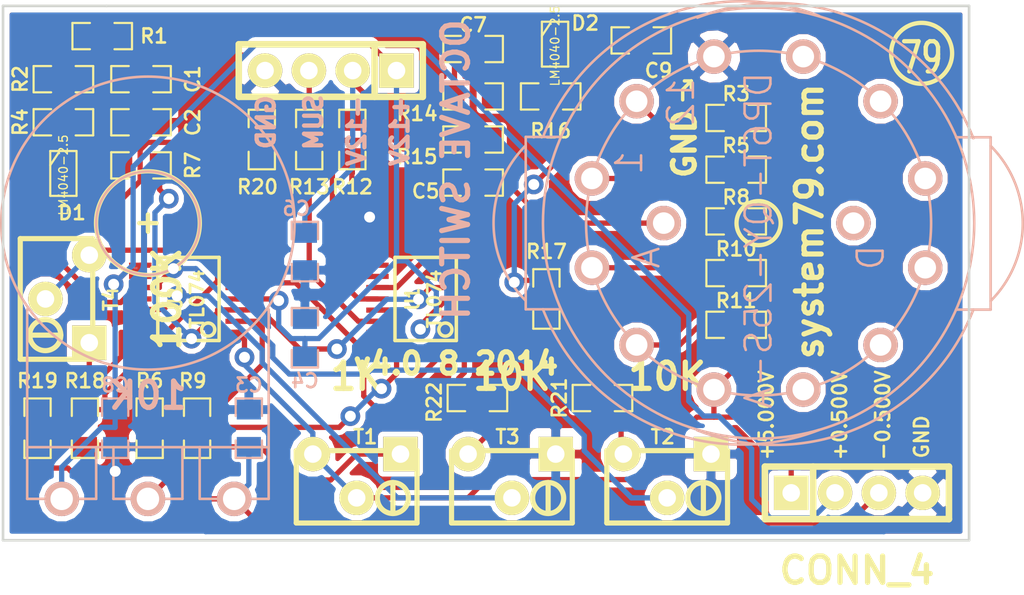
<source format=kicad_pcb>
(kicad_pcb (version 3) (host pcbnew "(2013-07-07 BZR 4022)-stable")

  (general
    (links 90)
    (no_connects 0)
    (area 24.77954 18.02992 83.629801 53.97008)
    (thickness 1.6)
    (drawings 32)
    (tracks 361)
    (zones 0)
    (modules 43)
    (nets 35)
  )

  (page A3)
  (layers
    (15 F.Cu signal)
    (0 B.Cu signal)
    (16 B.Adhes user)
    (17 F.Adhes user)
    (18 B.Paste user)
    (19 F.Paste user)
    (20 B.SilkS user)
    (21 F.SilkS user)
    (22 B.Mask user)
    (23 F.Mask user)
    (24 Dwgs.User user)
    (25 Cmts.User user)
    (26 Eco1.User user)
    (27 Eco2.User user)
    (28 Edge.Cuts user)
  )

  (setup
    (last_trace_width 0.3048)
    (trace_clearance 0.3048)
    (zone_clearance 0.3048)
    (zone_45_only no)
    (trace_min 0.254)
    (segment_width 0.25)
    (edge_width 0.15)
    (via_size 1.143)
    (via_drill 0.635)
    (via_min_size 0.889)
    (via_min_drill 0.508)
    (uvia_size 0.508)
    (uvia_drill 0.127)
    (uvias_allowed no)
    (uvia_min_size 0.508)
    (uvia_min_drill 0.127)
    (pcb_text_width 0.3)
    (pcb_text_size 1.5 1.5)
    (mod_edge_width 0.15)
    (mod_text_size 1.5 1.5)
    (mod_text_width 0.15)
    (pad_size 2 2)
    (pad_drill 1.25)
    (pad_to_mask_clearance 0.02)
    (aux_axis_origin 0 0)
    (visible_elements 7FFF7F3F)
    (pcbplotparams
      (layerselection 284196865)
      (usegerberextensions true)
      (excludeedgelayer true)
      (linewidth 0.150000)
      (plotframeref false)
      (viasonmask false)
      (mode 1)
      (useauxorigin false)
      (hpglpennumber 1)
      (hpglpenspeed 20)
      (hpglpendiameter 15)
      (hpglpenoverlay 2)
      (psnegative false)
      (psa4output false)
      (plotreference true)
      (plotvalue false)
      (plotothertext true)
      (plotinvisibletext false)
      (padsonsilk false)
      (subtractmaskfromsilk true)
      (outputformat 1)
      (mirror false)
      (drillshape 0)
      (scaleselection 1)
      (outputdirectory "Gerbers 3.0/"))
  )

  (net 0 "")
  (net 1 +0.500V)
  (net 2 +12V)
  (net 3 +2.5V)
  (net 4 +5.00V)
  (net 5 -0.500V)
  (net 6 -12V)
  (net 7 -2.5V)
  (net 8 GND)
  (net 9 N-000001)
  (net 10 N-0000010)
  (net 11 N-0000011)
  (net 12 N-0000012)
  (net 13 N-0000013)
  (net 14 N-0000014)
  (net 15 N-0000015)
  (net 16 N-0000016)
  (net 17 N-0000018)
  (net 18 N-0000019)
  (net 19 N-0000020)
  (net 20 N-0000021)
  (net 21 N-0000022)
  (net 22 N-0000023)
  (net 23 N-0000025)
  (net 24 N-0000026)
  (net 25 N-0000029)
  (net 26 N-000003)
  (net 27 N-0000033)
  (net 28 N-0000034)
  (net 29 N-0000035)
  (net 30 N-000005)
  (net 31 N-000006)
  (net 32 N-000008)
  (net 33 N-000009)
  (net 34 "SUM OUT")

  (net_class Default "This is the default net class."
    (clearance 0.3048)
    (trace_width 0.3048)
    (via_dia 1.143)
    (via_drill 0.635)
    (uvia_dia 0.508)
    (uvia_drill 0.127)
    (add_net "")
    (add_net +0.500V)
    (add_net +2.5V)
    (add_net +5.00V)
    (add_net -0.500V)
    (add_net -2.5V)
    (add_net N-000001)
    (add_net N-0000010)
    (add_net N-0000011)
    (add_net N-0000012)
    (add_net N-0000013)
    (add_net N-0000014)
    (add_net N-0000015)
    (add_net N-0000016)
    (add_net N-0000018)
    (add_net N-0000019)
    (add_net N-0000020)
    (add_net N-0000021)
    (add_net N-0000022)
    (add_net N-0000023)
    (add_net N-0000025)
    (add_net N-0000026)
    (add_net N-0000029)
    (add_net N-000003)
    (add_net N-0000033)
    (add_net N-0000034)
    (add_net N-0000035)
    (add_net N-000005)
    (add_net N-000006)
    (add_net N-000008)
    (add_net N-000009)
    (add_net "SUM OUT")
  )

  (net_class POWER ""
    (clearance 0.3048)
    (trace_width 0.3048)
    (via_dia 1.143)
    (via_drill 0.635)
    (uvia_dia 0.508)
    (uvia_drill 0.127)
    (add_net +12V)
    (add_net -12V)
    (add_net GND)
  )

  (module RV16A-41   locked (layer B.Cu) (tedit 51A159F7) (tstamp 51A1666F)
    (at 34.4 32.6 180)
    (path /519D12D5)
    (fp_text reference POT1 (at 0 13 180) (layer B.SilkS) hide
      (effects (font (size 1.524 1.524) (thickness 0.3048)) (justify mirror))
    )
    (fp_text value 10K (at 0 -9.99998 180) (layer B.SilkS)
      (effects (font (size 1.524 1.524) (thickness 0.3048)) (justify mirror))
    )
    (fp_line (start -3 -13) (end -3 -16) (layer B.SilkS) (width 0.15))
    (fp_line (start -3 -16) (end -7 -16) (layer B.SilkS) (width 0.15))
    (fp_line (start 2 -13) (end 2 -16) (layer B.SilkS) (width 0.15))
    (fp_line (start 2 -16) (end -2 -16) (layer B.SilkS) (width 0.15))
    (fp_line (start -2 -16) (end -2 -13) (layer B.SilkS) (width 0.15))
    (fp_line (start 7 -16) (end 3 -16) (layer B.SilkS) (width 0.15))
    (fp_line (start 3 -16) (end 3 -13) (layer B.SilkS) (width 0.15))
    (fp_line (start -7 -13) (end 7 -13) (layer B.SilkS) (width 0.15))
    (fp_line (start 7 -16) (end 7 -5) (layer B.SilkS) (width 0.15))
    (fp_line (start -7 -16) (end -7 -5) (layer B.SilkS) (width 0.15))
    (fp_circle (center 0 0) (end 0 -3) (layer B.SilkS) (width 0.15))
    (fp_circle (center 0 0) (end 0 -8.5) (layer B.SilkS) (width 0.15))
    (pad 2 thru_hole circle (at 0 -16 180) (size 1.99898 1.99898) (drill 1.30048)
      (layers *.Cu *.Mask B.SilkS)
      (net 11 N-0000011)
    )
    (pad 3 thru_hole circle (at 5 -16 180) (size 1.99898 1.99898) (drill 1.30048)
      (layers *.Cu *.Mask B.SilkS)
      (net 1 +0.500V)
    )
    (pad 1 thru_hole circle (at -5 -16 180) (size 1.99898 1.99898) (drill 1.30048)
      (layers *.Cu *.Mask B.SilkS)
      (net 5 -0.500V)
    )
  )

  (module SOT23 (layer F.Cu) (tedit 525EE5A2) (tstamp 51B3EE73)
    (at 29.5 29.75 270)
    (tags SOT23)
    (path /519D2401)
    (fp_text reference D1 (at 2.25 -0.5 360) (layer F.SilkS)
      (effects (font (size 0.8128 0.8128) (thickness 0.1524)))
    )
    (fp_text value LM4040-2.5 (at 0.0635 0 270) (layer F.SilkS)
      (effects (font (size 0.50038 0.50038) (thickness 0.0762)))
    )
    (fp_line (start -0.508 0.762) (end -1.27 0.254) (layer F.SilkS) (width 0.127))
    (fp_line (start 1.27 0.762) (end -1.3335 0.762) (layer F.SilkS) (width 0.127))
    (fp_line (start -1.3335 0.762) (end -1.3335 -0.762) (layer F.SilkS) (width 0.127))
    (fp_line (start -1.3335 -0.762) (end 1.27 -0.762) (layer F.SilkS) (width 0.127))
    (fp_line (start 1.27 -0.762) (end 1.27 0.762) (layer F.SilkS) (width 0.127))
    (pad 3 smd rect (at 0 -1.27 270) (size 0.70104 1.00076)
      (layers F.Cu F.Paste F.Mask)
    )
    (pad 2 smd rect (at 0.9525 1.27 270) (size 0.70104 1.00076)
      (layers F.Cu F.Paste F.Mask)
      (net 8 GND)
    )
    (pad 1 smd rect (at -0.9525 1.27 270) (size 0.70104 1.00076)
      (layers F.Cu F.Paste F.Mask)
      (net 30 N-000005)
    )
    (model smd/SOT23_6.wrl
      (at (xyz 0 0 0))
      (scale (xyz 0.11 0.11 0.11))
      (rotate (xyz 0 0 -180))
    )
  )

  (module SM0805-HAND (layer B.Cu) (tedit 539FAC60) (tstamp 51A17943)
    (at 43.5 39.25 90)
    (path /519D2BE9)
    (attr smd)
    (fp_text reference C6 (at 7.5 -0.5 180) (layer B.SilkS)
      (effects (font (size 0.8128 0.8128) (thickness 0.1524)) (justify mirror))
    )
    (fp_text value 0.1u (at 0 0 90) (layer B.SilkS) hide
      (effects (font (size 0.635 0.635) (thickness 0.127)) (justify mirror))
    )
    (fp_line (start -0.7112 -0.762) (end -1.7272 -0.762) (layer B.SilkS) (width 0.127))
    (fp_line (start -1.7272 -0.762) (end -1.7272 0.762) (layer B.SilkS) (width 0.127))
    (fp_line (start -1.7272 0.762) (end -0.7112 0.762) (layer B.SilkS) (width 0.127))
    (fp_line (start 0.7112 0.762) (end 1.7272 0.762) (layer B.SilkS) (width 0.127))
    (fp_line (start 1.7272 0.762) (end 1.7272 -0.762) (layer B.SilkS) (width 0.127))
    (fp_line (start 1.7272 -0.762) (end 0.7112 -0.762) (layer B.SilkS) (width 0.127))
    (pad 1 smd rect (at -1.0795 0 90) (size 1.143 1.397)
      (layers B.Cu B.Paste B.Mask)
      (net 2 +12V)
    )
    (pad 2 smd rect (at 1.0795 0 90) (size 1.143 1.397)
      (layers B.Cu B.Paste B.Mask)
      (net 8 GND)
    )
    (model smd/chip_cms.wrl
      (at (xyz 0 0 0))
      (scale (xyz 0.1 0.1 0.1))
      (rotate (xyz 0 0 0))
    )
  )

  (module SM0805-HAND (layer B.Cu) (tedit 539FAC68) (tstamp 51A17936)
    (at 43.5 34.25 90)
    (path /519D2BE3)
    (attr smd)
    (fp_text reference C4 (at -7.5 0 360) (layer B.SilkS)
      (effects (font (size 0.8128 0.8128) (thickness 0.1524)) (justify mirror))
    )
    (fp_text value 0.1u (at 0 0 90) (layer B.SilkS) hide
      (effects (font (size 0.635 0.635) (thickness 0.127)) (justify mirror))
    )
    (fp_line (start -0.7112 -0.762) (end -1.7272 -0.762) (layer B.SilkS) (width 0.127))
    (fp_line (start -1.7272 -0.762) (end -1.7272 0.762) (layer B.SilkS) (width 0.127))
    (fp_line (start -1.7272 0.762) (end -0.7112 0.762) (layer B.SilkS) (width 0.127))
    (fp_line (start 0.7112 0.762) (end 1.7272 0.762) (layer B.SilkS) (width 0.127))
    (fp_line (start 1.7272 0.762) (end 1.7272 -0.762) (layer B.SilkS) (width 0.127))
    (fp_line (start 1.7272 -0.762) (end 0.7112 -0.762) (layer B.SilkS) (width 0.127))
    (pad 1 smd rect (at -1.0795 0 90) (size 1.143 1.397)
      (layers B.Cu B.Paste B.Mask)
      (net 8 GND)
    )
    (pad 2 smd rect (at 1.0795 0 90) (size 1.143 1.397)
      (layers B.Cu B.Paste B.Mask)
      (net 6 -12V)
    )
    (model smd/chip_cms.wrl
      (at (xyz 0 0 0))
      (scale (xyz 0.1 0.1 0.1))
      (rotate (xyz 0 0 0))
    )
  )

  (module SM0805-HAND (layer F.Cu) (tedit 525F01A8) (tstamp 51A17CBF)
    (at 43.75 27.75 90)
    (path /519D2BD8)
    (attr smd)
    (fp_text reference R13 (at -2.75 0 180) (layer F.SilkS)
      (effects (font (size 0.8128 0.8128) (thickness 0.1524)))
    )
    (fp_text value 100K (at 0 0 90) (layer F.SilkS) hide
      (effects (font (size 0.635 0.635) (thickness 0.127)))
    )
    (fp_line (start -0.7112 0.762) (end -1.7272 0.762) (layer F.SilkS) (width 0.127))
    (fp_line (start -1.7272 0.762) (end -1.7272 -0.762) (layer F.SilkS) (width 0.127))
    (fp_line (start -1.7272 -0.762) (end -0.7112 -0.762) (layer F.SilkS) (width 0.127))
    (fp_line (start 0.7112 -0.762) (end 1.7272 -0.762) (layer F.SilkS) (width 0.127))
    (fp_line (start 1.7272 -0.762) (end 1.7272 0.762) (layer F.SilkS) (width 0.127))
    (fp_line (start 1.7272 0.762) (end 0.7112 0.762) (layer F.SilkS) (width 0.127))
    (pad 1 smd rect (at -1.0795 0 90) (size 1.143 1.397)
      (layers F.Cu F.Paste F.Mask)
      (net 9 N-000001)
    )
    (pad 2 smd rect (at 1.0795 0 90) (size 1.143 1.397)
      (layers F.Cu F.Paste F.Mask)
      (net 34 "SUM OUT")
    )
    (model smd/chip_cms.wrl
      (at (xyz 0 0 0))
      (scale (xyz 0.1 0.1 0.1))
      (rotate (xyz 0 0 0))
    )
  )

  (module SM0805-HAND (layer F.Cu) (tedit 525F515D) (tstamp 525F5187)
    (at 68.5 38.5)
    (path /519D2B88)
    (attr smd)
    (fp_text reference R11 (at 0 -1.397) (layer F.SilkS)
      (effects (font (size 0.8128 0.8128) (thickness 0.1524)))
    )
    (fp_text value 10K (at 0 0) (layer F.SilkS) hide
      (effects (font (size 0.635 0.635) (thickness 0.127)))
    )
    (fp_line (start -0.7112 0.762) (end -1.7272 0.762) (layer F.SilkS) (width 0.127))
    (fp_line (start -1.7272 0.762) (end -1.7272 -0.762) (layer F.SilkS) (width 0.127))
    (fp_line (start -1.7272 -0.762) (end -0.7112 -0.762) (layer F.SilkS) (width 0.127))
    (fp_line (start 0.7112 -0.762) (end 1.7272 -0.762) (layer F.SilkS) (width 0.127))
    (fp_line (start 1.7272 -0.762) (end 1.7272 0.762) (layer F.SilkS) (width 0.127))
    (fp_line (start 1.7272 0.762) (end 0.7112 0.762) (layer F.SilkS) (width 0.127))
    (pad 1 smd rect (at -1.0795 0) (size 1.143 1.397)
      (layers F.Cu F.Paste F.Mask)
      (net 14 N-0000014)
    )
    (pad 2 smd rect (at 1.0795 0) (size 1.143 1.397)
      (layers F.Cu F.Paste F.Mask)
      (net 4 +5.00V)
    )
    (model smd/chip_cms.wrl
      (at (xyz 0 0 0))
      (scale (xyz 0.1 0.1 0.1))
      (rotate (xyz 0 0 0))
    )
  )

  (module SM0805-HAND (layer F.Cu) (tedit 525F5157) (tstamp 525F5194)
    (at 68.5 35.5)
    (path /519D2B82)
    (attr smd)
    (fp_text reference R10 (at 0 -1.397) (layer F.SilkS)
      (effects (font (size 0.8128 0.8128) (thickness 0.1524)))
    )
    (fp_text value 10K (at 0 0) (layer F.SilkS) hide
      (effects (font (size 0.635 0.635) (thickness 0.127)))
    )
    (fp_line (start -0.7112 0.762) (end -1.7272 0.762) (layer F.SilkS) (width 0.127))
    (fp_line (start -1.7272 0.762) (end -1.7272 -0.762) (layer F.SilkS) (width 0.127))
    (fp_line (start -1.7272 -0.762) (end -0.7112 -0.762) (layer F.SilkS) (width 0.127))
    (fp_line (start 0.7112 -0.762) (end 1.7272 -0.762) (layer F.SilkS) (width 0.127))
    (fp_line (start 1.7272 -0.762) (end 1.7272 0.762) (layer F.SilkS) (width 0.127))
    (fp_line (start 1.7272 0.762) (end 0.7112 0.762) (layer F.SilkS) (width 0.127))
    (pad 1 smd rect (at -1.0795 0) (size 1.143 1.397)
      (layers F.Cu F.Paste F.Mask)
      (net 13 N-0000013)
    )
    (pad 2 smd rect (at 1.0795 0) (size 1.143 1.397)
      (layers F.Cu F.Paste F.Mask)
      (net 14 N-0000014)
    )
    (model smd/chip_cms.wrl
      (at (xyz 0 0 0))
      (scale (xyz 0.1 0.1 0.1))
      (rotate (xyz 0 0 0))
    )
  )

  (module SM0805-HAND (layer F.Cu) (tedit 525F514F) (tstamp 525F51A1)
    (at 68.5 32.5)
    (path /519D2B7C)
    (attr smd)
    (fp_text reference R8 (at 0 -1.397) (layer F.SilkS)
      (effects (font (size 0.8128 0.8128) (thickness 0.1524)))
    )
    (fp_text value 10K (at 0 0) (layer F.SilkS) hide
      (effects (font (size 0.635 0.635) (thickness 0.127)))
    )
    (fp_line (start -0.7112 0.762) (end -1.7272 0.762) (layer F.SilkS) (width 0.127))
    (fp_line (start -1.7272 0.762) (end -1.7272 -0.762) (layer F.SilkS) (width 0.127))
    (fp_line (start -1.7272 -0.762) (end -0.7112 -0.762) (layer F.SilkS) (width 0.127))
    (fp_line (start 0.7112 -0.762) (end 1.7272 -0.762) (layer F.SilkS) (width 0.127))
    (fp_line (start 1.7272 -0.762) (end 1.7272 0.762) (layer F.SilkS) (width 0.127))
    (fp_line (start 1.7272 0.762) (end 0.7112 0.762) (layer F.SilkS) (width 0.127))
    (pad 1 smd rect (at -1.0795 0) (size 1.143 1.397)
      (layers F.Cu F.Paste F.Mask)
      (net 12 N-0000012)
    )
    (pad 2 smd rect (at 1.0795 0) (size 1.143 1.397)
      (layers F.Cu F.Paste F.Mask)
      (net 13 N-0000013)
    )
    (model smd/chip_cms.wrl
      (at (xyz 0 0 0))
      (scale (xyz 0.1 0.1 0.1))
      (rotate (xyz 0 0 0))
    )
  )

  (module SM0805-HAND (layer F.Cu) (tedit 525F5144) (tstamp 525F51AE)
    (at 68.5 29.5)
    (path /519D2B76)
    (attr smd)
    (fp_text reference R5 (at 0 -1.397) (layer F.SilkS)
      (effects (font (size 0.8128 0.8128) (thickness 0.1524)))
    )
    (fp_text value 10K (at 0 0) (layer F.SilkS) hide
      (effects (font (size 0.635 0.635) (thickness 0.127)))
    )
    (fp_line (start -0.7112 0.762) (end -1.7272 0.762) (layer F.SilkS) (width 0.127))
    (fp_line (start -1.7272 0.762) (end -1.7272 -0.762) (layer F.SilkS) (width 0.127))
    (fp_line (start -1.7272 -0.762) (end -0.7112 -0.762) (layer F.SilkS) (width 0.127))
    (fp_line (start 0.7112 -0.762) (end 1.7272 -0.762) (layer F.SilkS) (width 0.127))
    (fp_line (start 1.7272 -0.762) (end 1.7272 0.762) (layer F.SilkS) (width 0.127))
    (fp_line (start 1.7272 0.762) (end 0.7112 0.762) (layer F.SilkS) (width 0.127))
    (pad 1 smd rect (at -1.0795 0) (size 1.143 1.397)
      (layers F.Cu F.Paste F.Mask)
      (net 16 N-0000016)
    )
    (pad 2 smd rect (at 1.0795 0) (size 1.143 1.397)
      (layers F.Cu F.Paste F.Mask)
      (net 12 N-0000012)
    )
    (model smd/chip_cms.wrl
      (at (xyz 0 0 0))
      (scale (xyz 0.1 0.1 0.1))
      (rotate (xyz 0 0 0))
    )
  )

  (module SM0805-HAND (layer F.Cu) (tedit 525F513C) (tstamp 525F51BB)
    (at 68.5 26.5)
    (path /519D2B70)
    (attr smd)
    (fp_text reference R3 (at 0 -1.397) (layer F.SilkS)
      (effects (font (size 0.8128 0.8128) (thickness 0.1524)))
    )
    (fp_text value 10K (at 0 0) (layer F.SilkS) hide
      (effects (font (size 0.635 0.635) (thickness 0.127)))
    )
    (fp_line (start -0.7112 0.762) (end -1.7272 0.762) (layer F.SilkS) (width 0.127))
    (fp_line (start -1.7272 0.762) (end -1.7272 -0.762) (layer F.SilkS) (width 0.127))
    (fp_line (start -1.7272 -0.762) (end -0.7112 -0.762) (layer F.SilkS) (width 0.127))
    (fp_line (start 0.7112 -0.762) (end 1.7272 -0.762) (layer F.SilkS) (width 0.127))
    (fp_line (start 1.7272 -0.762) (end 1.7272 0.762) (layer F.SilkS) (width 0.127))
    (fp_line (start 1.7272 0.762) (end 0.7112 0.762) (layer F.SilkS) (width 0.127))
    (pad 1 smd rect (at -1.0795 0) (size 1.143 1.397)
      (layers F.Cu F.Paste F.Mask)
      (net 8 GND)
    )
    (pad 2 smd rect (at 1.0795 0) (size 1.143 1.397)
      (layers F.Cu F.Paste F.Mask)
      (net 16 N-0000016)
    )
    (model smd/chip_cms.wrl
      (at (xyz 0 0 0))
      (scale (xyz 0.1 0.1 0.1))
      (rotate (xyz 0 0 0))
    )
  )

  (module SM0805-HAND (layer F.Cu) (tedit 525EE57E) (tstamp 525DFA7B)
    (at 34 29.25)
    (path /519D2A89)
    (attr smd)
    (fp_text reference R7 (at 3 0 90) (layer F.SilkS)
      (effects (font (size 0.8128 0.8128) (thickness 0.1524)))
    )
    (fp_text value 33K (at 0 0) (layer F.SilkS) hide
      (effects (font (size 0.635 0.635) (thickness 0.127)))
    )
    (fp_line (start -0.7112 0.762) (end -1.7272 0.762) (layer F.SilkS) (width 0.127))
    (fp_line (start -1.7272 0.762) (end -1.7272 -0.762) (layer F.SilkS) (width 0.127))
    (fp_line (start -1.7272 -0.762) (end -0.7112 -0.762) (layer F.SilkS) (width 0.127))
    (fp_line (start 0.7112 -0.762) (end 1.7272 -0.762) (layer F.SilkS) (width 0.127))
    (fp_line (start 1.7272 -0.762) (end 1.7272 0.762) (layer F.SilkS) (width 0.127))
    (fp_line (start 1.7272 0.762) (end 0.7112 0.762) (layer F.SilkS) (width 0.127))
    (pad 1 smd rect (at -1.0795 0) (size 1.143 1.397)
      (layers F.Cu F.Paste F.Mask)
      (net 29 N-0000035)
    )
    (pad 2 smd rect (at 1.0795 0) (size 1.143 1.397)
      (layers F.Cu F.Paste F.Mask)
      (net 3 +2.5V)
    )
    (model smd/chip_cms.wrl
      (at (xyz 0 0 0))
      (scale (xyz 0.1 0.1 0.1))
      (rotate (xyz 0 0 0))
    )
  )

  (module SM0805-HAND (layer F.Cu) (tedit 525EE589) (tstamp 51A178CE)
    (at 29.5 24.25)
    (path /519D2A6D)
    (attr smd)
    (fp_text reference R2 (at -2.5 0 90) (layer F.SilkS)
      (effects (font (size 0.8128 0.8128) (thickness 0.1524)))
    )
    (fp_text value 4.7K (at 0 0) (layer F.SilkS) hide
      (effects (font (size 0.635 0.635) (thickness 0.127)))
    )
    (fp_line (start -0.7112 0.762) (end -1.7272 0.762) (layer F.SilkS) (width 0.127))
    (fp_line (start -1.7272 0.762) (end -1.7272 -0.762) (layer F.SilkS) (width 0.127))
    (fp_line (start -1.7272 -0.762) (end -0.7112 -0.762) (layer F.SilkS) (width 0.127))
    (fp_line (start 0.7112 -0.762) (end 1.7272 -0.762) (layer F.SilkS) (width 0.127))
    (fp_line (start 1.7272 -0.762) (end 1.7272 0.762) (layer F.SilkS) (width 0.127))
    (fp_line (start 1.7272 0.762) (end 0.7112 0.762) (layer F.SilkS) (width 0.127))
    (pad 1 smd rect (at -1.0795 0) (size 1.143 1.397)
      (layers F.Cu F.Paste F.Mask)
      (net 30 N-000005)
    )
    (pad 2 smd rect (at 1.0795 0) (size 1.143 1.397)
      (layers F.Cu F.Paste F.Mask)
      (net 31 N-000006)
    )
    (model smd/chip_cms.wrl
      (at (xyz 0 0 0))
      (scale (xyz 0.1 0.1 0.1))
      (rotate (xyz 0 0 0))
    )
  )

  (module SM0805-HAND (layer F.Cu) (tedit 525EE57A) (tstamp 51A178C1)
    (at 34 24.25)
    (path /519D1988)
    (attr smd)
    (fp_text reference C1 (at 3 0 90) (layer F.SilkS)
      (effects (font (size 0.8128 0.8128) (thickness 0.1524)))
    )
    (fp_text value 0.1u (at 0 0) (layer F.SilkS) hide
      (effects (font (size 0.635 0.635) (thickness 0.127)))
    )
    (fp_line (start -0.7112 0.762) (end -1.7272 0.762) (layer F.SilkS) (width 0.127))
    (fp_line (start -1.7272 0.762) (end -1.7272 -0.762) (layer F.SilkS) (width 0.127))
    (fp_line (start -1.7272 -0.762) (end -0.7112 -0.762) (layer F.SilkS) (width 0.127))
    (fp_line (start 0.7112 -0.762) (end 1.7272 -0.762) (layer F.SilkS) (width 0.127))
    (fp_line (start 1.7272 -0.762) (end 1.7272 0.762) (layer F.SilkS) (width 0.127))
    (fp_line (start 1.7272 0.762) (end 0.7112 0.762) (layer F.SilkS) (width 0.127))
    (pad 1 smd rect (at -1.0795 0) (size 1.143 1.397)
      (layers F.Cu F.Paste F.Mask)
      (net 31 N-000006)
    )
    (pad 2 smd rect (at 1.0795 0) (size 1.143 1.397)
      (layers F.Cu F.Paste F.Mask)
      (net 8 GND)
    )
    (model smd/chip_cms.wrl
      (at (xyz 0 0 0))
      (scale (xyz 0.1 0.1 0.1))
      (rotate (xyz 0 0 0))
    )
  )

  (module SM0805-HAND (layer F.Cu) (tedit 525F01B1) (tstamp 51A178B4)
    (at 46.25 27.75 90)
    (path /519D163B)
    (attr smd)
    (fp_text reference R12 (at -2.75 0 180) (layer F.SilkS)
      (effects (font (size 0.8128 0.8128) (thickness 0.1524)))
    )
    (fp_text value 100K (at 0 0 90) (layer F.SilkS) hide
      (effects (font (size 0.635 0.635) (thickness 0.127)))
    )
    (fp_line (start -0.7112 0.762) (end -1.7272 0.762) (layer F.SilkS) (width 0.127))
    (fp_line (start -1.7272 0.762) (end -1.7272 -0.762) (layer F.SilkS) (width 0.127))
    (fp_line (start -1.7272 -0.762) (end -0.7112 -0.762) (layer F.SilkS) (width 0.127))
    (fp_line (start 0.7112 -0.762) (end 1.7272 -0.762) (layer F.SilkS) (width 0.127))
    (fp_line (start 1.7272 -0.762) (end 1.7272 0.762) (layer F.SilkS) (width 0.127))
    (fp_line (start 1.7272 0.762) (end 0.7112 0.762) (layer F.SilkS) (width 0.127))
    (pad 1 smd rect (at -1.0795 0 90) (size 1.143 1.397)
      (layers F.Cu F.Paste F.Mask)
      (net 15 N-0000015)
    )
    (pad 2 smd rect (at 1.0795 0 90) (size 1.143 1.397)
      (layers F.Cu F.Paste F.Mask)
      (net 34 "SUM OUT")
    )
    (model smd/chip_cms.wrl
      (at (xyz 0 0 0))
      (scale (xyz 0.1 0.1 0.1))
      (rotate (xyz 0 0 0))
    )
  )

  (module SM0805-HAND (layer F.Cu) (tedit 53E00E39) (tstamp 525E0007)
    (at 53.25 30.25 180)
    (path /519D1571)
    (attr smd)
    (fp_text reference C5 (at 2.75 -0.5 180) (layer F.SilkS)
      (effects (font (size 0.8128 0.8128) (thickness 0.1524)))
    )
    (fp_text value 0.001u (at 0 0 180) (layer F.SilkS) hide
      (effects (font (size 0.635 0.635) (thickness 0.127)))
    )
    (fp_line (start -0.7112 0.762) (end -1.7272 0.762) (layer F.SilkS) (width 0.127))
    (fp_line (start -1.7272 0.762) (end -1.7272 -0.762) (layer F.SilkS) (width 0.127))
    (fp_line (start -1.7272 -0.762) (end -0.7112 -0.762) (layer F.SilkS) (width 0.127))
    (fp_line (start 0.7112 -0.762) (end 1.7272 -0.762) (layer F.SilkS) (width 0.127))
    (fp_line (start 1.7272 -0.762) (end 1.7272 0.762) (layer F.SilkS) (width 0.127))
    (fp_line (start 1.7272 0.762) (end 0.7112 0.762) (layer F.SilkS) (width 0.127))
    (pad 1 smd rect (at -1.0795 0 180) (size 1.143 1.397)
      (layers F.Cu F.Paste F.Mask)
      (net 26 N-000003)
    )
    (pad 2 smd rect (at 1.0795 0 180) (size 1.143 1.397)
      (layers F.Cu F.Paste F.Mask)
      (net 8 GND)
    )
    (model smd/chip_cms.wrl
      (at (xyz 0 0 0))
      (scale (xyz 0.1 0.1 0.1))
      (rotate (xyz 0 0 0))
    )
  )

  (module SM0805-HAND (layer B.Cu) (tedit 525F049E) (tstamp 51A21D89)
    (at 40.25 44.5 270)
    (path /519D137C)
    (attr smd)
    (fp_text reference C3 (at -2.5 0 360) (layer B.SilkS)
      (effects (font (size 0.8128 0.8128) (thickness 0.1524)) (justify mirror))
    )
    (fp_text value 0.001u (at 0 0 270) (layer B.SilkS) hide
      (effects (font (size 0.635 0.635) (thickness 0.127)) (justify mirror))
    )
    (fp_line (start -0.7112 -0.762) (end -1.7272 -0.762) (layer B.SilkS) (width 0.127))
    (fp_line (start -1.7272 -0.762) (end -1.7272 0.762) (layer B.SilkS) (width 0.127))
    (fp_line (start -1.7272 0.762) (end -0.7112 0.762) (layer B.SilkS) (width 0.127))
    (fp_line (start 0.7112 0.762) (end 1.7272 0.762) (layer B.SilkS) (width 0.127))
    (fp_line (start 1.7272 0.762) (end 1.7272 -0.762) (layer B.SilkS) (width 0.127))
    (fp_line (start 1.7272 -0.762) (end 0.7112 -0.762) (layer B.SilkS) (width 0.127))
    (pad 1 smd rect (at -1.0795 0 270) (size 1.143 1.397)
      (layers B.Cu B.Paste B.Mask)
      (net 8 GND)
    )
    (pad 2 smd rect (at 1.0795 0 270) (size 1.143 1.397)
      (layers B.Cu B.Paste B.Mask)
      (net 5 -0.500V)
    )
    (model smd/chip_cms.wrl
      (at (xyz 0 0 0))
      (scale (xyz 0.1 0.1 0.1))
      (rotate (xyz 0 0 0))
    )
  )

  (module SM0805-HAND (layer F.Cu) (tedit 53E01C43) (tstamp 525DFC6C)
    (at 37.25 44.5 270)
    (path /519D0FCF)
    (attr smd)
    (fp_text reference R9 (at -2.75 0.25 360) (layer F.SilkS)
      (effects (font (size 0.8128 0.8128) (thickness 0.1524)))
    )
    (fp_text value 9.53K (at 0 0 270) (layer F.SilkS) hide
      (effects (font (size 0.635 0.635) (thickness 0.127)))
    )
    (fp_line (start -0.7112 0.762) (end -1.7272 0.762) (layer F.SilkS) (width 0.127))
    (fp_line (start -1.7272 0.762) (end -1.7272 -0.762) (layer F.SilkS) (width 0.127))
    (fp_line (start -1.7272 -0.762) (end -0.7112 -0.762) (layer F.SilkS) (width 0.127))
    (fp_line (start 0.7112 -0.762) (end 1.7272 -0.762) (layer F.SilkS) (width 0.127))
    (fp_line (start 1.7272 -0.762) (end 1.7272 0.762) (layer F.SilkS) (width 0.127))
    (fp_line (start 1.7272 0.762) (end 0.7112 0.762) (layer F.SilkS) (width 0.127))
    (pad 1 smd rect (at -1.0795 0 270) (size 1.143 1.397)
      (layers F.Cu F.Paste F.Mask)
      (net 27 N-0000033)
    )
    (pad 2 smd rect (at 1.0795 0 270) (size 1.143 1.397)
      (layers F.Cu F.Paste F.Mask)
      (net 25 N-0000029)
    )
    (model smd/chip_cms.wrl
      (at (xyz 0 0 0))
      (scale (xyz 0.1 0.1 0.1))
      (rotate (xyz 0 0 0))
    )
  )

  (module SM0805-HAND (layer F.Cu) (tedit 53E00E46) (tstamp 51A17880)
    (at 34 26.75)
    (path /519D0F8A)
    (attr smd)
    (fp_text reference C2 (at 3 0 90) (layer F.SilkS)
      (effects (font (size 0.8128 0.8128) (thickness 0.1524)))
    )
    (fp_text value 0.1u (at 0 0) (layer F.SilkS) hide
      (effects (font (size 0.635 0.635) (thickness 0.127)))
    )
    (fp_line (start -0.7112 0.762) (end -1.7272 0.762) (layer F.SilkS) (width 0.127))
    (fp_line (start -1.7272 0.762) (end -1.7272 -0.762) (layer F.SilkS) (width 0.127))
    (fp_line (start -1.7272 -0.762) (end -0.7112 -0.762) (layer F.SilkS) (width 0.127))
    (fp_line (start 0.7112 -0.762) (end 1.7272 -0.762) (layer F.SilkS) (width 0.127))
    (fp_line (start 1.7272 -0.762) (end 1.7272 0.762) (layer F.SilkS) (width 0.127))
    (fp_line (start 1.7272 0.762) (end 0.7112 0.762) (layer F.SilkS) (width 0.127))
    (pad 1 smd rect (at -1.0795 0) (size 1.143 1.397)
      (layers F.Cu F.Paste F.Mask)
      (net 29 N-0000035)
    )
    (pad 2 smd rect (at 1.0795 0) (size 1.143 1.397)
      (layers F.Cu F.Paste F.Mask)
      (net 8 GND)
    )
    (model smd/chip_cms.wrl
      (at (xyz 0 0 0))
      (scale (xyz 0.1 0.1 0.1))
      (rotate (xyz 0 0 0))
    )
  )

  (module SM0805-HAND (layer F.Cu) (tedit 525F0189) (tstamp 525DFC52)
    (at 34.5 44.5 90)
    (path /519D0F4A)
    (attr smd)
    (fp_text reference R6 (at 2.75 0 180) (layer F.SilkS)
      (effects (font (size 0.8128 0.8128) (thickness 0.1524)))
    )
    (fp_text value 10K (at 0 0 90) (layer F.SilkS) hide
      (effects (font (size 0.635 0.635) (thickness 0.127)))
    )
    (fp_line (start -0.7112 0.762) (end -1.7272 0.762) (layer F.SilkS) (width 0.127))
    (fp_line (start -1.7272 0.762) (end -1.7272 -0.762) (layer F.SilkS) (width 0.127))
    (fp_line (start -1.7272 -0.762) (end -0.7112 -0.762) (layer F.SilkS) (width 0.127))
    (fp_line (start 0.7112 -0.762) (end 1.7272 -0.762) (layer F.SilkS) (width 0.127))
    (fp_line (start 1.7272 -0.762) (end 1.7272 0.762) (layer F.SilkS) (width 0.127))
    (fp_line (start 1.7272 0.762) (end 0.7112 0.762) (layer F.SilkS) (width 0.127))
    (pad 1 smd rect (at -1.0795 0 90) (size 1.143 1.397)
      (layers F.Cu F.Paste F.Mask)
      (net 8 GND)
    )
    (pad 2 smd rect (at 1.0795 0 90) (size 1.143 1.397)
      (layers F.Cu F.Paste F.Mask)
      (net 27 N-0000033)
    )
    (model smd/chip_cms.wrl
      (at (xyz 0 0 0))
      (scale (xyz 0.1 0.1 0.1))
      (rotate (xyz 0 0 0))
    )
  )

  (module SM0805-HAND (layer F.Cu) (tedit 525EE591) (tstamp 51A17866)
    (at 29.5 26.75)
    (path /519D0F44)
    (attr smd)
    (fp_text reference R4 (at -2.5 0 90) (layer F.SilkS)
      (effects (font (size 0.8128 0.8128) (thickness 0.1524)))
    )
    (fp_text value 33K (at 0 0) (layer F.SilkS) hide
      (effects (font (size 0.635 0.635) (thickness 0.127)))
    )
    (fp_line (start -0.7112 0.762) (end -1.7272 0.762) (layer F.SilkS) (width 0.127))
    (fp_line (start -1.7272 0.762) (end -1.7272 -0.762) (layer F.SilkS) (width 0.127))
    (fp_line (start -1.7272 -0.762) (end -0.7112 -0.762) (layer F.SilkS) (width 0.127))
    (fp_line (start 0.7112 -0.762) (end 1.7272 -0.762) (layer F.SilkS) (width 0.127))
    (fp_line (start 1.7272 -0.762) (end 1.7272 0.762) (layer F.SilkS) (width 0.127))
    (fp_line (start 1.7272 0.762) (end 0.7112 0.762) (layer F.SilkS) (width 0.127))
    (pad 1 smd rect (at -1.0795 0) (size 1.143 1.397)
      (layers F.Cu F.Paste F.Mask)
      (net 30 N-000005)
    )
    (pad 2 smd rect (at 1.0795 0) (size 1.143 1.397)
      (layers F.Cu F.Paste F.Mask)
      (net 29 N-0000035)
    )
    (model smd/chip_cms.wrl
      (at (xyz 0 0 0))
      (scale (xyz 0.1 0.1 0.1))
      (rotate (xyz 0 0 0))
    )
  )

  (module SM0805-HAND (layer F.Cu) (tedit 53A07B13) (tstamp 51A17859)
    (at 31.75 21.75)
    (path /519D0F3E)
    (attr smd)
    (fp_text reference R1 (at 3 0) (layer F.SilkS)
      (effects (font (size 0.8128 0.8128) (thickness 0.1524)))
    )
    (fp_text value 4.7K (at 0 0) (layer F.SilkS) hide
      (effects (font (size 0.635 0.635) (thickness 0.127)))
    )
    (fp_line (start -0.7112 0.762) (end -1.7272 0.762) (layer F.SilkS) (width 0.127))
    (fp_line (start -1.7272 0.762) (end -1.7272 -0.762) (layer F.SilkS) (width 0.127))
    (fp_line (start -1.7272 -0.762) (end -0.7112 -0.762) (layer F.SilkS) (width 0.127))
    (fp_line (start 0.7112 -0.762) (end 1.7272 -0.762) (layer F.SilkS) (width 0.127))
    (fp_line (start 1.7272 -0.762) (end 1.7272 0.762) (layer F.SilkS) (width 0.127))
    (fp_line (start 1.7272 0.762) (end 0.7112 0.762) (layer F.SilkS) (width 0.127))
    (pad 1 smd rect (at -1.0795 0) (size 1.143 1.397)
      (layers F.Cu F.Paste F.Mask)
      (net 31 N-000006)
    )
    (pad 2 smd rect (at 1.0795 0) (size 1.143 1.397)
      (layers F.Cu F.Paste F.Mask)
      (net 2 +12V)
    )
    (model smd/chip_cms.wrl
      (at (xyz 0 0 0))
      (scale (xyz 0.1 0.1 0.1))
      (rotate (xyz 0 0 0))
    )
  )

  (module CONN_0100_X_4 (layer F.Cu) (tedit 51F423C4) (tstamp 51A1784C)
    (at 45 23.75 180)
    (path /519D2609)
    (fp_text reference P2 (at 0 -5.00126 180) (layer F.SilkS) hide
      (effects (font (size 1.524 1.524) (thickness 0.3048)))
    )
    (fp_text value CONN_4 (at 0 4.50088 180) (layer F.SilkS) hide
      (effects (font (size 1.524 1.524) (thickness 0.3048)))
    )
    (fp_line (start -2.54 -1.524) (end -2.54 1.524) (layer F.SilkS) (width 0.381))
    (fp_line (start -5.334 -1.524) (end -5.334 1.524) (layer F.SilkS) (width 0.381))
    (fp_line (start -5.334 1.524) (end 5.334 1.524) (layer F.SilkS) (width 0.381))
    (fp_line (start 5.334 1.524) (end 5.334 -1.524) (layer F.SilkS) (width 0.381))
    (fp_line (start 5.334 -1.524) (end -5.334 -1.524) (layer F.SilkS) (width 0.381))
    (pad 1 thru_hole rect (at -3.81 0 180) (size 1.99898 1.99898) (drill 1.016)
      (layers *.Cu *.Mask F.SilkS)
      (net 2 +12V)
    )
    (pad 2 thru_hole circle (at -1.27 0 180) (size 1.99898 1.99898) (drill 1.016)
      (layers *.Cu *.Mask F.SilkS)
      (net 6 -12V)
    )
    (pad 3 thru_hole circle (at 1.27 0 180) (size 1.99898 1.99898) (drill 1.016)
      (layers *.Cu *.Mask F.SilkS)
      (net 34 "SUM OUT")
    )
    (pad 4 thru_hole circle (at 3.81 0 180) (size 1.99898 1.99898) (drill 1.016)
      (layers *.Cu *.Mask F.SilkS)
      (net 8 GND)
    )
  )

  (module QY-25S-2P6C-JRL   locked (layer B.Cu) (tedit 51B63AE2) (tstamp 51A179EF)
    (at 69.8 32.6 270)
    (path /51965C24)
    (fp_text reference SW1 (at 0 17 270) (layer B.SilkS) hide
      (effects (font (size 1.5 1.5) (thickness 0.15)) (justify mirror))
    )
    (fp_text value DP6T-QY-25S-A (at 1 0 270) (layer B.SilkS)
      (effects (font (size 1.5 1.5) (thickness 0.15)) (justify mirror))
    )
    (fp_text user 12 (at -7 4.5 270) (layer B.SilkS)
      (effects (font (size 1.5 1.5) (thickness 0.15)) (justify mirror))
    )
    (fp_text user 1 (at -3.5 7.5 270) (layer B.SilkS)
      (effects (font (size 1.5 1.5) (thickness 0.15)) (justify mirror))
    )
    (fp_text user D (at 2 -6.5 270) (layer B.SilkS)
      (effects (font (size 1.5 1.5) (thickness 0.15)) (justify mirror))
    )
    (fp_text user A (at 2 6.5 270) (layer B.SilkS)
      (effects (font (size 1.5 1.5) (thickness 0.15)) (justify mirror))
    )
    (fp_line (start -4.98 -13.45) (end 5.02 -13.45) (layer B.SilkS) (width 0.15))
    (fp_line (start -4.98 -13.45) (end -4.98 -11.45) (layer B.SilkS) (width 0.15))
    (fp_line (start 5.02 -13.45) (end 5.02 -11.45) (layer B.SilkS) (width 0.15))
    (fp_arc (start 0.02 -8.95) (end -4.48 -13.45) (angle 90) (layer B.SilkS) (width 0.15))
    (fp_arc (start 0.52 -0.95) (end 5.02 -12.45) (angle 90) (layer B.SilkS) (width 0.15))
    (fp_arc (start -0.42 -0.95) (end -4.92 -12.45) (angle -90) (layer B.SilkS) (width 0.15))
    (fp_arc (start -0.52 0.99) (end -5.02 12.49) (angle 90) (layer B.SilkS) (width 0.15))
    (fp_arc (start 0.5 1) (end 5 12.5) (angle -90) (layer B.SilkS) (width 0.15))
    (fp_arc (start 0 9) (end -4.5 13.5) (angle -90) (layer B.SilkS) (width 0.15))
    (fp_line (start 5 13.5) (end 5 11.5) (layer B.SilkS) (width 0.15))
    (fp_line (start -5 13.5) (end -5 11.5) (layer B.SilkS) (width 0.15))
    (fp_line (start -5 13.5) (end 5 13.5) (layer B.SilkS) (width 0.15))
    (fp_circle (center 0 0) (end 12.5 0) (layer B.SilkS) (width 0.15))
    (fp_circle (center 0 0) (end 0 10) (layer B.SilkS) (width 0.15))
    (pad 1 thru_hole circle (at -2.59 9.66 90) (size 2 2) (drill 1.25)
      (layers *.Cu *.Mask B.SilkS)
      (net 12 N-0000012)
    )
    (pad 12 thru_hole circle (at -7.07 7.07 90) (size 2 2) (drill 1.25)
      (layers *.Cu *.Mask B.SilkS)
      (net 16 N-0000016)
    )
    (pad 11 thru_hole circle (at -9.66 2.59 90) (size 2 2) (drill 1.25)
      (layers *.Cu *.Mask B.SilkS)
      (net 8 GND)
    )
    (pad 10 thru_hole circle (at -9.66 -2.59 90) (size 2 2) (drill 1.25)
      (layers *.Cu *.Mask B.SilkS)
    )
    (pad 9 thru_hole circle (at -7.07 -7.07 90) (size 2 2) (drill 1.25)
      (layers *.Cu *.Mask B.SilkS)
    )
    (pad 8 thru_hole circle (at -2.59 -9.66 90) (size 2 2) (drill 1.25)
      (layers *.Cu *.Mask B.SilkS)
    )
    (pad D thru_hole circle (at 0 -5.5 270) (size 2 2) (drill 1.25)
      (layers *.Cu *.Mask B.SilkS)
    )
    (pad A thru_hole circle (at 0 5.5 270) (size 2 2) (drill 1.25)
      (layers *.Cu *.Mask B.SilkS)
      (net 26 N-000003)
    )
    (pad 2 thru_hole circle (at 2.59 9.66 270) (size 2 2) (drill 1.25)
      (layers *.Cu *.Mask B.SilkS)
      (net 13 N-0000013)
    )
    (pad 3 thru_hole circle (at 7.07 7.07 270) (size 2 2) (drill 1.25)
      (layers *.Cu *.Mask B.SilkS)
      (net 14 N-0000014)
    )
    (pad 4 thru_hole circle (at 9.66 2.59 270) (size 2 2) (drill 1.25)
      (layers *.Cu *.Mask B.SilkS)
      (net 4 +5.00V)
    )
    (pad 5 thru_hole circle (at 9.66 -2.59 270) (size 2 2) (drill 1.25)
      (layers *.Cu *.Mask B.SilkS)
    )
    (pad 6 thru_hole circle (at 7.07 -7.07 270) (size 2 2) (drill 1.25)
      (layers *.Cu *.Mask B.SilkS)
    )
    (pad 7 thru_hole circle (at 2.59 -9.66 270) (size 2 2) (drill 1.25)
      (layers *.Cu *.Mask B.SilkS)
    )
  )

  (module SOT23 (layer F.Cu) (tedit 525F0216) (tstamp 5240F434)
    (at 58 22.25 270)
    (tags SOT23)
    (path /5237C544)
    (fp_text reference D2 (at -1.25 -1.75 360) (layer F.SilkS)
      (effects (font (size 0.8128 0.8128) (thickness 0.1524)))
    )
    (fp_text value LM4040-2.5 (at 0.0635 0 270) (layer F.SilkS)
      (effects (font (size 0.50038 0.50038) (thickness 0.0762)))
    )
    (fp_line (start -0.508 0.762) (end -1.27 0.254) (layer F.SilkS) (width 0.127))
    (fp_line (start 1.27 0.762) (end -1.3335 0.762) (layer F.SilkS) (width 0.127))
    (fp_line (start -1.3335 0.762) (end -1.3335 -0.762) (layer F.SilkS) (width 0.127))
    (fp_line (start -1.3335 -0.762) (end 1.27 -0.762) (layer F.SilkS) (width 0.127))
    (fp_line (start 1.27 -0.762) (end 1.27 0.762) (layer F.SilkS) (width 0.127))
    (pad 3 smd rect (at 0 -1.27 270) (size 0.70104 1.00076)
      (layers F.Cu F.Paste F.Mask)
    )
    (pad 2 smd rect (at 0.9525 1.27 270) (size 0.70104 1.00076)
      (layers F.Cu F.Paste F.Mask)
      (net 33 N-000009)
    )
    (pad 1 smd rect (at -0.9525 1.27 270) (size 0.70104 1.00076)
      (layers F.Cu F.Paste F.Mask)
      (net 8 GND)
    )
    (model smd/SOT23_6.wrl
      (at (xyz 0 0 0))
      (scale (xyz 0.11 0.11 0.11))
      (rotate (xyz 0 0 -180))
    )
  )

  (module SM0805-HAND (layer F.Cu) (tedit 525F01F8) (tstamp 523E5B85)
    (at 57.75 25.25)
    (path /5237C54A)
    (attr smd)
    (fp_text reference R16 (at 0 2) (layer F.SilkS)
      (effects (font (size 0.8128 0.8128) (thickness 0.1524)))
    )
    (fp_text value 33K (at 0 0) (layer F.SilkS) hide
      (effects (font (size 0.635 0.635) (thickness 0.127)))
    )
    (fp_line (start -0.7112 0.762) (end -1.7272 0.762) (layer F.SilkS) (width 0.127))
    (fp_line (start -1.7272 0.762) (end -1.7272 -0.762) (layer F.SilkS) (width 0.127))
    (fp_line (start -1.7272 -0.762) (end -0.7112 -0.762) (layer F.SilkS) (width 0.127))
    (fp_line (start 0.7112 -0.762) (end 1.7272 -0.762) (layer F.SilkS) (width 0.127))
    (fp_line (start 1.7272 -0.762) (end 1.7272 0.762) (layer F.SilkS) (width 0.127))
    (fp_line (start 1.7272 0.762) (end 0.7112 0.762) (layer F.SilkS) (width 0.127))
    (pad 1 smd rect (at -1.0795 0) (size 1.143 1.397)
      (layers F.Cu F.Paste F.Mask)
      (net 33 N-000009)
    )
    (pad 2 smd rect (at 1.0795 0) (size 1.143 1.397)
      (layers F.Cu F.Paste F.Mask)
      (net 10 N-0000010)
    )
    (model smd/chip_cms.wrl
      (at (xyz 0 0 0))
      (scale (xyz 0.1 0.1 0.1))
      (rotate (xyz 0 0 0))
    )
  )

  (module SM0805-HAND (layer F.Cu) (tedit 525F01F1) (tstamp 523E5B91)
    (at 63 22)
    (path /5237C556)
    (attr smd)
    (fp_text reference C9 (at 1 1.75) (layer F.SilkS)
      (effects (font (size 0.8128 0.8128) (thickness 0.1524)))
    )
    (fp_text value 0.1u (at 0 0) (layer F.SilkS) hide
      (effects (font (size 0.635 0.635) (thickness 0.127)))
    )
    (fp_line (start -0.7112 0.762) (end -1.7272 0.762) (layer F.SilkS) (width 0.127))
    (fp_line (start -1.7272 0.762) (end -1.7272 -0.762) (layer F.SilkS) (width 0.127))
    (fp_line (start -1.7272 -0.762) (end -0.7112 -0.762) (layer F.SilkS) (width 0.127))
    (fp_line (start 0.7112 -0.762) (end 1.7272 -0.762) (layer F.SilkS) (width 0.127))
    (fp_line (start 1.7272 -0.762) (end 1.7272 0.762) (layer F.SilkS) (width 0.127))
    (fp_line (start 1.7272 0.762) (end 0.7112 0.762) (layer F.SilkS) (width 0.127))
    (pad 1 smd rect (at -1.0795 0) (size 1.143 1.397)
      (layers F.Cu F.Paste F.Mask)
      (net 10 N-0000010)
    )
    (pad 2 smd rect (at 1.0795 0) (size 1.143 1.397)
      (layers F.Cu F.Paste F.Mask)
      (net 8 GND)
    )
    (model smd/chip_cms.wrl
      (at (xyz 0 0 0))
      (scale (xyz 0.1 0.1 0.1))
      (rotate (xyz 0 0 0))
    )
  )

  (module SM0805-HAND (layer F.Cu) (tedit 53E00FA1) (tstamp 5245044A)
    (at 57.5 37 270)
    (path /5237C56E)
    (attr smd)
    (fp_text reference R17 (at -2.75 0 360) (layer F.SilkS)
      (effects (font (size 0.8128 0.8128) (thickness 0.1524)))
    )
    (fp_text value 33K (at 0 0 270) (layer F.SilkS) hide
      (effects (font (size 0.635 0.635) (thickness 0.127)))
    )
    (fp_line (start -0.7112 0.762) (end -1.7272 0.762) (layer F.SilkS) (width 0.127))
    (fp_line (start -1.7272 0.762) (end -1.7272 -0.762) (layer F.SilkS) (width 0.127))
    (fp_line (start -1.7272 -0.762) (end -0.7112 -0.762) (layer F.SilkS) (width 0.127))
    (fp_line (start 0.7112 -0.762) (end 1.7272 -0.762) (layer F.SilkS) (width 0.127))
    (fp_line (start 1.7272 -0.762) (end 1.7272 0.762) (layer F.SilkS) (width 0.127))
    (fp_line (start 1.7272 0.762) (end 0.7112 0.762) (layer F.SilkS) (width 0.127))
    (pad 1 smd rect (at -1.0795 0 270) (size 1.143 1.397)
      (layers F.Cu F.Paste F.Mask)
      (net 10 N-0000010)
    )
    (pad 2 smd rect (at 1.0795 0 270) (size 1.143 1.397)
      (layers F.Cu F.Paste F.Mask)
      (net 7 -2.5V)
    )
    (model smd/chip_cms.wrl
      (at (xyz 0 0 0))
      (scale (xyz 0.1 0.1 0.1))
      (rotate (xyz 0 0 0))
    )
  )

  (module SM0805-HAND (layer F.Cu) (tedit 53E00E3D) (tstamp 523E5BA9)
    (at 53.25 25.25)
    (path /5237C86D)
    (attr smd)
    (fp_text reference R14 (at -3.25 1) (layer F.SilkS)
      (effects (font (size 0.8128 0.8128) (thickness 0.1524)))
    )
    (fp_text value 4.7K (at 0 0) (layer F.SilkS) hide
      (effects (font (size 0.635 0.635) (thickness 0.127)))
    )
    (fp_line (start -0.7112 0.762) (end -1.7272 0.762) (layer F.SilkS) (width 0.127))
    (fp_line (start -1.7272 0.762) (end -1.7272 -0.762) (layer F.SilkS) (width 0.127))
    (fp_line (start -1.7272 -0.762) (end -0.7112 -0.762) (layer F.SilkS) (width 0.127))
    (fp_line (start 0.7112 -0.762) (end 1.7272 -0.762) (layer F.SilkS) (width 0.127))
    (fp_line (start 1.7272 -0.762) (end 1.7272 0.762) (layer F.SilkS) (width 0.127))
    (fp_line (start 1.7272 0.762) (end 0.7112 0.762) (layer F.SilkS) (width 0.127))
    (pad 1 smd rect (at -1.0795 0) (size 1.143 1.397)
      (layers F.Cu F.Paste F.Mask)
      (net 32 N-000008)
    )
    (pad 2 smd rect (at 1.0795 0) (size 1.143 1.397)
      (layers F.Cu F.Paste F.Mask)
      (net 33 N-000009)
    )
    (model smd/chip_cms.wrl
      (at (xyz 0 0 0))
      (scale (xyz 0.1 0.1 0.1))
      (rotate (xyz 0 0 0))
    )
  )

  (module SM0805-HAND (layer F.Cu) (tedit 53E00E2F) (tstamp 523E5BB5)
    (at 53.25 27.75 180)
    (path /5237C873)
    (attr smd)
    (fp_text reference R15 (at 3.25 -1 180) (layer F.SilkS)
      (effects (font (size 0.8128 0.8128) (thickness 0.1524)))
    )
    (fp_text value 4.7K (at 0 0 180) (layer F.SilkS) hide
      (effects (font (size 0.635 0.635) (thickness 0.127)))
    )
    (fp_line (start -0.7112 0.762) (end -1.7272 0.762) (layer F.SilkS) (width 0.127))
    (fp_line (start -1.7272 0.762) (end -1.7272 -0.762) (layer F.SilkS) (width 0.127))
    (fp_line (start -1.7272 -0.762) (end -0.7112 -0.762) (layer F.SilkS) (width 0.127))
    (fp_line (start 0.7112 -0.762) (end 1.7272 -0.762) (layer F.SilkS) (width 0.127))
    (fp_line (start 1.7272 -0.762) (end 1.7272 0.762) (layer F.SilkS) (width 0.127))
    (fp_line (start 1.7272 0.762) (end 0.7112 0.762) (layer F.SilkS) (width 0.127))
    (pad 1 smd rect (at -1.0795 0 180) (size 1.143 1.397)
      (layers F.Cu F.Paste F.Mask)
      (net 6 -12V)
    )
    (pad 2 smd rect (at 1.0795 0 180) (size 1.143 1.397)
      (layers F.Cu F.Paste F.Mask)
      (net 32 N-000008)
    )
    (model smd/chip_cms.wrl
      (at (xyz 0 0 0))
      (scale (xyz 0.1 0.1 0.1))
      (rotate (xyz 0 0 0))
    )
  )

  (module SM0805-HAND (layer F.Cu) (tedit 512397DC) (tstamp 523E5BC1)
    (at 53.25 22.5)
    (path /5237C9C0)
    (attr smd)
    (fp_text reference C7 (at 0 -1.397) (layer F.SilkS)
      (effects (font (size 0.8128 0.8128) (thickness 0.1524)))
    )
    (fp_text value 0.1u (at 0 0) (layer F.SilkS) hide
      (effects (font (size 0.635 0.635) (thickness 0.127)))
    )
    (fp_line (start -0.7112 0.762) (end -1.7272 0.762) (layer F.SilkS) (width 0.127))
    (fp_line (start -1.7272 0.762) (end -1.7272 -0.762) (layer F.SilkS) (width 0.127))
    (fp_line (start -1.7272 -0.762) (end -0.7112 -0.762) (layer F.SilkS) (width 0.127))
    (fp_line (start 0.7112 -0.762) (end 1.7272 -0.762) (layer F.SilkS) (width 0.127))
    (fp_line (start 1.7272 -0.762) (end 1.7272 0.762) (layer F.SilkS) (width 0.127))
    (fp_line (start 1.7272 0.762) (end 0.7112 0.762) (layer F.SilkS) (width 0.127))
    (pad 1 smd rect (at -1.0795 0) (size 1.143 1.397)
      (layers F.Cu F.Paste F.Mask)
      (net 32 N-000008)
    )
    (pad 2 smd rect (at 1.0795 0) (size 1.143 1.397)
      (layers F.Cu F.Paste F.Mask)
      (net 8 GND)
    )
    (model smd/chip_cms.wrl
      (at (xyz 0 0 0))
      (scale (xyz 0.1 0.1 0.1))
      (rotate (xyz 0 0 0))
    )
  )

  (module SM0805-HAND (layer B.Cu) (tedit 53E00E52) (tstamp 523E5BCD)
    (at 32.5 44.5 90)
    (path /5237D482)
    (attr smd)
    (fp_text reference C8 (at 2.5 0 180) (layer B.SilkS)
      (effects (font (size 0.8128 0.8128) (thickness 0.1524)) (justify mirror))
    )
    (fp_text value 0.001u (at 0 0 90) (layer B.SilkS) hide
      (effects (font (size 0.635 0.635) (thickness 0.127)) (justify mirror))
    )
    (fp_line (start -0.7112 -0.762) (end -1.7272 -0.762) (layer B.SilkS) (width 0.127))
    (fp_line (start -1.7272 -0.762) (end -1.7272 0.762) (layer B.SilkS) (width 0.127))
    (fp_line (start -1.7272 0.762) (end -0.7112 0.762) (layer B.SilkS) (width 0.127))
    (fp_line (start 0.7112 0.762) (end 1.7272 0.762) (layer B.SilkS) (width 0.127))
    (fp_line (start 1.7272 0.762) (end 1.7272 -0.762) (layer B.SilkS) (width 0.127))
    (fp_line (start 1.7272 -0.762) (end 0.7112 -0.762) (layer B.SilkS) (width 0.127))
    (pad 1 smd rect (at -1.0795 0 90) (size 1.143 1.397)
      (layers B.Cu B.Paste B.Mask)
      (net 8 GND)
    )
    (pad 2 smd rect (at 1.0795 0 90) (size 1.143 1.397)
      (layers B.Cu B.Paste B.Mask)
      (net 1 +0.500V)
    )
    (model smd/chip_cms.wrl
      (at (xyz 0 0 0))
      (scale (xyz 0.1 0.1 0.1))
      (rotate (xyz 0 0 0))
    )
  )

  (module BI_64W_TRIM (layer F.Cu) (tedit 523A7B1C) (tstamp 525DFD2C)
    (at 46.5 46 180)
    (path /519D0F1D)
    (fp_text reference TRIM1 (at 0 -5.00126 180) (layer F.SilkS) hide
      (effects (font (size 1.524 1.524) (thickness 0.3048)))
    )
    (fp_text value 1K (at 0 4.50088 180) (layer F.SilkS)
      (effects (font (size 1.524 1.524) (thickness 0.3048)))
    )
    (fp_line (start -2.1 -3.45) (end -2.1 -1.65) (layer F.SilkS) (width 0.3))
    (fp_circle (center -2.1 -2.55) (end -1.2 -2.55) (layer F.SilkS) (width 0.3))
    (fp_line (start 3.5 -4) (end -3.5 -4) (layer F.SilkS) (width 0.3))
    (fp_line (start -3.5 -4) (end -3.5 0.2) (layer F.SilkS) (width 0.3))
    (fp_line (start 3.5 0.2) (end 3.5 -4) (layer F.SilkS) (width 0.3))
    (fp_line (start 3.5 0.2) (end -3.5 0.2) (layer F.SilkS) (width 0.3))
    (pad 2 thru_hole circle (at 0 -2.54 180) (size 1.99898 1.99898) (drill 1.016)
      (layers *.Cu *.Mask F.SilkS)
      (net 4 +5.00V)
    )
    (pad 3 thru_hole circle (at 2.54 0 180) (size 1.99898 1.99898) (drill 1.016)
      (layers *.Cu *.Mask F.SilkS)
      (net 4 +5.00V)
    )
    (pad 1 thru_hole rect (at -2.54 0 180) (size 1.99898 1.99898) (drill 1.016)
      (layers *.Cu *.Mask F.SilkS)
      (net 25 N-0000029)
    )
  )

  (module BI_64W_TRIM (layer F.Cu) (tedit 523A7B1C) (tstamp 525DFC03)
    (at 55.5 46 180)
    (path /5237CFD3)
    (fp_text reference TRIM3 (at 0 -5.00126 180) (layer F.SilkS) hide
      (effects (font (size 1.524 1.524) (thickness 0.3048)))
    )
    (fp_text value 10K (at 0 4.50088 180) (layer F.SilkS)
      (effects (font (size 1.524 1.524) (thickness 0.3048)))
    )
    (fp_line (start -2.1 -3.45) (end -2.1 -1.65) (layer F.SilkS) (width 0.3))
    (fp_circle (center -2.1 -2.55) (end -1.2 -2.55) (layer F.SilkS) (width 0.3))
    (fp_line (start 3.5 -4) (end -3.5 -4) (layer F.SilkS) (width 0.3))
    (fp_line (start -3.5 -4) (end -3.5 0.2) (layer F.SilkS) (width 0.3))
    (fp_line (start 3.5 0.2) (end 3.5 -4) (layer F.SilkS) (width 0.3))
    (fp_line (start 3.5 0.2) (end -3.5 0.2) (layer F.SilkS) (width 0.3))
    (pad 2 thru_hole circle (at 0 -2.54 180) (size 1.99898 1.99898) (drill 1.016)
      (layers *.Cu *.Mask F.SilkS)
      (net 21 N-0000022)
    )
    (pad 3 thru_hole circle (at 2.54 0 180) (size 1.99898 1.99898) (drill 1.016)
      (layers *.Cu *.Mask F.SilkS)
      (net 17 N-0000018)
    )
    (pad 1 thru_hole rect (at -2.54 0 180) (size 1.99898 1.99898) (drill 1.016)
      (layers *.Cu *.Mask F.SilkS)
      (net 8 GND)
    )
  )

  (module BI_64W_TRIM (layer F.Cu) (tedit 523A7B1C) (tstamp 523E5BFF)
    (at 64.5 46 180)
    (path /5237CFD9)
    (fp_text reference TRIM2 (at 0 -5.00126 180) (layer F.SilkS) hide
      (effects (font (size 1.524 1.524) (thickness 0.3048)))
    )
    (fp_text value 10K (at 0 4.50088 180) (layer F.SilkS)
      (effects (font (size 1.524 1.524) (thickness 0.3048)))
    )
    (fp_line (start -2.1 -3.45) (end -2.1 -1.65) (layer F.SilkS) (width 0.3))
    (fp_circle (center -2.1 -2.55) (end -1.2 -2.55) (layer F.SilkS) (width 0.3))
    (fp_line (start 3.5 -4) (end -3.5 -4) (layer F.SilkS) (width 0.3))
    (fp_line (start -3.5 -4) (end -3.5 0.2) (layer F.SilkS) (width 0.3))
    (fp_line (start 3.5 0.2) (end 3.5 -4) (layer F.SilkS) (width 0.3))
    (fp_line (start 3.5 0.2) (end -3.5 0.2) (layer F.SilkS) (width 0.3))
    (pad 2 thru_hole circle (at 0 -2.54 180) (size 1.99898 1.99898) (drill 1.016)
      (layers *.Cu *.Mask F.SilkS)
      (net 22 N-0000023)
    )
    (pad 3 thru_hole circle (at 2.54 0 180) (size 1.99898 1.99898) (drill 1.016)
      (layers *.Cu *.Mask F.SilkS)
      (net 19 N-0000020)
    )
    (pad 1 thru_hole rect (at -2.54 0 180) (size 1.99898 1.99898) (drill 1.016)
      (layers *.Cu *.Mask F.SilkS)
      (net 8 GND)
    )
  )

  (module BI_64W_TRIM (layer F.Cu) (tedit 523A7B1C) (tstamp 525DF6AA)
    (at 31 37 90)
    (path /525D62D3)
    (fp_text reference TRIM4 (at 0 -5.00126 90) (layer F.SilkS) hide
      (effects (font (size 1.524 1.524) (thickness 0.3048)))
    )
    (fp_text value 100K (at 0 4.50088 90) (layer F.SilkS)
      (effects (font (size 1.524 1.524) (thickness 0.3048)))
    )
    (fp_line (start -2.1 -3.45) (end -2.1 -1.65) (layer F.SilkS) (width 0.3))
    (fp_circle (center -2.1 -2.55) (end -1.2 -2.55) (layer F.SilkS) (width 0.3))
    (fp_line (start 3.5 -4) (end -3.5 -4) (layer F.SilkS) (width 0.3))
    (fp_line (start -3.5 -4) (end -3.5 0.2) (layer F.SilkS) (width 0.3))
    (fp_line (start 3.5 0.2) (end 3.5 -4) (layer F.SilkS) (width 0.3))
    (fp_line (start 3.5 0.2) (end -3.5 0.2) (layer F.SilkS) (width 0.3))
    (pad 2 thru_hole circle (at 0 -2.54 90) (size 1.99898 1.99898) (drill 1.016)
      (layers *.Cu *.Mask F.SilkS)
      (net 23 N-0000025)
    )
    (pad 3 thru_hole circle (at 2.54 0 90) (size 1.99898 1.99898) (drill 1.016)
      (layers *.Cu *.Mask F.SilkS)
      (net 23 N-0000025)
    )
    (pad 1 thru_hole rect (at -2.54 0 90) (size 1.99898 1.99898) (drill 1.016)
      (layers *.Cu *.Mask F.SilkS)
      (net 24 N-0000026)
    )
  )

  (module SM0805-HAND (layer F.Cu) (tedit 525F0180) (tstamp 525DFC86)
    (at 30.75 44.5 90)
    (path /525D62D9)
    (attr smd)
    (fp_text reference R18 (at 2.75 0 180) (layer F.SilkS)
      (effects (font (size 0.8128 0.8128) (thickness 0.1524)))
    )
    (fp_text value 100K (at 0 0 90) (layer F.SilkS) hide
      (effects (font (size 0.635 0.635) (thickness 0.127)))
    )
    (fp_line (start -0.7112 0.762) (end -1.7272 0.762) (layer F.SilkS) (width 0.127))
    (fp_line (start -1.7272 0.762) (end -1.7272 -0.762) (layer F.SilkS) (width 0.127))
    (fp_line (start -1.7272 -0.762) (end -0.7112 -0.762) (layer F.SilkS) (width 0.127))
    (fp_line (start 0.7112 -0.762) (end 1.7272 -0.762) (layer F.SilkS) (width 0.127))
    (fp_line (start 1.7272 -0.762) (end 1.7272 0.762) (layer F.SilkS) (width 0.127))
    (fp_line (start 1.7272 0.762) (end 0.7112 0.762) (layer F.SilkS) (width 0.127))
    (pad 1 smd rect (at -1.0795 0 90) (size 1.143 1.397)
      (layers F.Cu F.Paste F.Mask)
      (net 8 GND)
    )
    (pad 2 smd rect (at 1.0795 0 90) (size 1.143 1.397)
      (layers F.Cu F.Paste F.Mask)
      (net 28 N-0000034)
    )
    (model smd/chip_cms.wrl
      (at (xyz 0 0 0))
      (scale (xyz 0.1 0.1 0.1))
      (rotate (xyz 0 0 0))
    )
  )

  (module SM0805-HAND (layer F.Cu) (tedit 525F017C) (tstamp 525DF71D)
    (at 28 44.5 90)
    (path /525D62EB)
    (attr smd)
    (fp_text reference R19 (at 2.75 0 180) (layer F.SilkS)
      (effects (font (size 0.8128 0.8128) (thickness 0.1524)))
    )
    (fp_text value 49.9K (at 0 0 90) (layer F.SilkS) hide
      (effects (font (size 0.635 0.635) (thickness 0.127)))
    )
    (fp_line (start -0.7112 0.762) (end -1.7272 0.762) (layer F.SilkS) (width 0.127))
    (fp_line (start -1.7272 0.762) (end -1.7272 -0.762) (layer F.SilkS) (width 0.127))
    (fp_line (start -1.7272 -0.762) (end -0.7112 -0.762) (layer F.SilkS) (width 0.127))
    (fp_line (start 0.7112 -0.762) (end 1.7272 -0.762) (layer F.SilkS) (width 0.127))
    (fp_line (start 1.7272 -0.762) (end 1.7272 0.762) (layer F.SilkS) (width 0.127))
    (fp_line (start 1.7272 0.762) (end 0.7112 0.762) (layer F.SilkS) (width 0.127))
    (pad 1 smd rect (at -1.0795 0 90) (size 1.143 1.397)
      (layers F.Cu F.Paste F.Mask)
      (net 28 N-0000034)
    )
    (pad 2 smd rect (at 1.0795 0 90) (size 1.143 1.397)
      (layers F.Cu F.Paste F.Mask)
      (net 24 N-0000026)
    )
    (model smd/chip_cms.wrl
      (at (xyz 0 0 0))
      (scale (xyz 0.1 0.1 0.1))
      (rotate (xyz 0 0 0))
    )
  )

  (module SM0805-HAND (layer F.Cu) (tedit 525F01B4) (tstamp 525DF729)
    (at 41 27.75 90)
    (path /525D7066)
    (attr smd)
    (fp_text reference R20 (at -2.75 -0.25 180) (layer F.SilkS)
      (effects (font (size 0.8128 0.8128) (thickness 0.1524)))
    )
    (fp_text value 100K (at 0 0 90) (layer F.SilkS) hide
      (effects (font (size 0.635 0.635) (thickness 0.127)))
    )
    (fp_line (start -0.7112 0.762) (end -1.7272 0.762) (layer F.SilkS) (width 0.127))
    (fp_line (start -1.7272 0.762) (end -1.7272 -0.762) (layer F.SilkS) (width 0.127))
    (fp_line (start -1.7272 -0.762) (end -0.7112 -0.762) (layer F.SilkS) (width 0.127))
    (fp_line (start 0.7112 -0.762) (end 1.7272 -0.762) (layer F.SilkS) (width 0.127))
    (fp_line (start 1.7272 -0.762) (end 1.7272 0.762) (layer F.SilkS) (width 0.127))
    (fp_line (start 1.7272 0.762) (end 0.7112 0.762) (layer F.SilkS) (width 0.127))
    (pad 1 smd rect (at -1.0795 0 90) (size 1.143 1.397)
      (layers F.Cu F.Paste F.Mask)
      (net 23 N-0000025)
    )
    (pad 2 smd rect (at 1.0795 0 90) (size 1.143 1.397)
      (layers F.Cu F.Paste F.Mask)
      (net 34 "SUM OUT")
    )
    (model smd/chip_cms.wrl
      (at (xyz 0 0 0))
      (scale (xyz 0.1 0.1 0.1))
      (rotate (xyz 0 0 0))
    )
  )

  (module CONN_0100_X_4 (layer F.Cu) (tedit 5202583B) (tstamp 51A1783E)
    (at 75.5 48.25)
    (path /525EB64F)
    (fp_text reference P1 (at 0 -5.00126) (layer F.SilkS) hide
      (effects (font (size 1.524 1.524) (thickness 0.3048)))
    )
    (fp_text value CONN_4 (at 0 4.50088) (layer F.SilkS)
      (effects (font (size 1.524 1.524) (thickness 0.3048)))
    )
    (fp_line (start -2.54 -1.524) (end -2.54 1.524) (layer F.SilkS) (width 0.381))
    (fp_line (start -5.334 -1.524) (end -5.334 1.524) (layer F.SilkS) (width 0.381))
    (fp_line (start -5.334 1.524) (end 5.334 1.524) (layer F.SilkS) (width 0.381))
    (fp_line (start 5.334 1.524) (end 5.334 -1.524) (layer F.SilkS) (width 0.381))
    (fp_line (start 5.334 -1.524) (end -5.334 -1.524) (layer F.SilkS) (width 0.381))
    (pad 1 thru_hole rect (at -3.81 0) (size 1.99898 1.99898) (drill 1.016)
      (layers *.Cu *.Mask F.SilkS)
      (net 4 +5.00V)
    )
    (pad 2 thru_hole circle (at -1.27 0) (size 1.99898 1.99898) (drill 1.016)
      (layers *.Cu *.Mask F.SilkS)
      (net 1 +0.500V)
    )
    (pad 3 thru_hole circle (at 1.27 0) (size 1.99898 1.99898) (drill 1.016)
      (layers *.Cu *.Mask F.SilkS)
      (net 5 -0.500V)
    )
    (pad 4 thru_hole circle (at 3.81 0) (size 1.99898 1.99898) (drill 1.016)
      (layers *.Cu *.Mask F.SilkS)
      (net 8 GND)
    )
  )

  (module SM0805-HAND (layer F.Cu) (tedit 53E00F98) (tstamp 53988A21)
    (at 60.75 42.75)
    (path /539726C5)
    (attr smd)
    (fp_text reference R21 (at -2.5 0 90) (layer F.SilkS)
      (effects (font (size 0.8128 0.8128) (thickness 0.1524)))
    )
    (fp_text value 15K (at 0 0) (layer F.SilkS) hide
      (effects (font (size 0.635 0.635) (thickness 0.127)))
    )
    (fp_line (start -0.7112 0.762) (end -1.7272 0.762) (layer F.SilkS) (width 0.127))
    (fp_line (start -1.7272 0.762) (end -1.7272 -0.762) (layer F.SilkS) (width 0.127))
    (fp_line (start -1.7272 -0.762) (end -0.7112 -0.762) (layer F.SilkS) (width 0.127))
    (fp_line (start 0.7112 -0.762) (end 1.7272 -0.762) (layer F.SilkS) (width 0.127))
    (fp_line (start 1.7272 -0.762) (end 1.7272 0.762) (layer F.SilkS) (width 0.127))
    (fp_line (start 1.7272 0.762) (end 0.7112 0.762) (layer F.SilkS) (width 0.127))
    (pad 1 smd rect (at -1.0795 0) (size 1.143 1.397)
      (layers F.Cu F.Paste F.Mask)
      (net 20 N-0000021)
    )
    (pad 2 smd rect (at 1.0795 0) (size 1.143 1.397)
      (layers F.Cu F.Paste F.Mask)
      (net 19 N-0000020)
    )
    (model smd/chip_cms.wrl
      (at (xyz 0 0 0))
      (scale (xyz 0.1 0.1 0.1))
      (rotate (xyz 0 0 0))
    )
  )

  (module SM0805-HAND (layer F.Cu) (tedit 53E00F8E) (tstamp 53988A2D)
    (at 53.5 42.75)
    (path /539726D2)
    (attr smd)
    (fp_text reference R22 (at -2.5 0.25 90) (layer F.SilkS)
      (effects (font (size 0.8128 0.8128) (thickness 0.1524)))
    )
    (fp_text value 15K (at 0 0) (layer F.SilkS) hide
      (effects (font (size 0.635 0.635) (thickness 0.127)))
    )
    (fp_line (start -0.7112 0.762) (end -1.7272 0.762) (layer F.SilkS) (width 0.127))
    (fp_line (start -1.7272 0.762) (end -1.7272 -0.762) (layer F.SilkS) (width 0.127))
    (fp_line (start -1.7272 -0.762) (end -0.7112 -0.762) (layer F.SilkS) (width 0.127))
    (fp_line (start 0.7112 -0.762) (end 1.7272 -0.762) (layer F.SilkS) (width 0.127))
    (fp_line (start 1.7272 -0.762) (end 1.7272 0.762) (layer F.SilkS) (width 0.127))
    (fp_line (start 1.7272 0.762) (end 0.7112 0.762) (layer F.SilkS) (width 0.127))
    (pad 1 smd rect (at -1.0795 0) (size 1.143 1.397)
      (layers F.Cu F.Paste F.Mask)
      (net 18 N-0000019)
    )
    (pad 2 smd rect (at 1.0795 0) (size 1.143 1.397)
      (layers F.Cu F.Paste F.Mask)
      (net 17 N-0000018)
    )
    (model smd/chip_cms.wrl
      (at (xyz 0 0 0))
      (scale (xyz 0.1 0.1 0.1))
      (rotate (xyz 0 0 0))
    )
  )

  (module TSSOP14 (layer F.Cu) (tedit 4E43F187) (tstamp 5240F84E)
    (at 50.5 37 90)
    (path /5196B5A0)
    (attr smd)
    (fp_text reference U1 (at 0 -0.762 90) (layer F.SilkS)
      (effects (font (size 0.762 0.635) (thickness 0.16002)))
    )
    (fp_text value TL074 (at 0 0.508 90) (layer F.SilkS)
      (effects (font (size 0.762 0.762) (thickness 0.16002)))
    )
    (fp_line (start -2.413 -1.778) (end 2.413 -1.778) (layer F.SilkS) (width 0.2032))
    (fp_line (start 2.413 -1.778) (end 2.413 1.778) (layer F.SilkS) (width 0.2032))
    (fp_line (start 2.413 1.778) (end -2.413 1.778) (layer F.SilkS) (width 0.2032))
    (fp_line (start -2.413 1.778) (end -2.413 -1.778) (layer F.SilkS) (width 0.2032))
    (fp_circle (center -1.778 1.143) (end -2.159 1.143) (layer F.SilkS) (width 0.2032))
    (pad 1 smd rect (at -1.9304 2.794 90) (size 0.29972 1.30048)
      (layers F.Cu F.Paste F.Mask)
      (net 18 N-0000019)
    )
    (pad 2 smd rect (at -1.2954 2.794 90) (size 0.29972 1.30048)
      (layers F.Cu F.Paste F.Mask)
      (net 18 N-0000019)
    )
    (pad 3 smd rect (at -0.635 2.794 90) (size 0.29972 1.30048)
      (layers F.Cu F.Paste F.Mask)
      (net 7 -2.5V)
    )
    (pad 4 smd rect (at 0 2.794 90) (size 0.29972 1.30048)
      (layers F.Cu F.Paste F.Mask)
      (net 2 +12V)
    )
    (pad 5 smd rect (at 0.6604 2.794 90) (size 0.29972 1.30048)
      (layers F.Cu F.Paste F.Mask)
      (net 3 +2.5V)
    )
    (pad 6 smd rect (at 1.3081 2.794 90) (size 0.29972 1.30048)
      (layers F.Cu F.Paste F.Mask)
      (net 20 N-0000021)
    )
    (pad 7 smd rect (at 1.9558 2.794 90) (size 0.29972 1.30048)
      (layers F.Cu F.Paste F.Mask)
      (net 20 N-0000021)
    )
    (pad 8 smd rect (at 1.9558 -2.794 90) (size 0.29972 1.30048)
      (layers F.Cu F.Paste F.Mask)
      (net 15 N-0000015)
    )
    (pad 9 smd rect (at 1.3081 -2.794 90) (size 0.29972 1.30048)
      (layers F.Cu F.Paste F.Mask)
      (net 15 N-0000015)
    )
    (pad 10 smd rect (at 0.6604 -2.794 90) (size 0.29972 1.30048)
      (layers F.Cu F.Paste F.Mask)
      (net 26 N-000003)
    )
    (pad 11 smd rect (at 0 -2.794 90) (size 0.29972 1.30048)
      (layers F.Cu F.Paste F.Mask)
      (net 6 -12V)
    )
    (pad 12 smd rect (at -0.6477 -2.794 90) (size 0.29972 1.30048)
      (layers F.Cu F.Paste F.Mask)
      (net 11 N-0000011)
    )
    (pad 13 smd rect (at -1.2954 -2.794 90) (size 0.29972 1.30048)
      (layers F.Cu F.Paste F.Mask)
      (net 9 N-000001)
    )
    (pad 14 smd rect (at -1.9431 -2.794 90) (size 0.29972 1.30048)
      (layers F.Cu F.Paste F.Mask)
      (net 9 N-000001)
    )
    (model smd\smd_dil\tssop-14.wrl
      (at (xyz 0 0 0))
      (scale (xyz 1 1 1))
      (rotate (xyz 0 0 0))
    )
  )

  (module TSSOP14 (layer F.Cu) (tedit 4E43F187) (tstamp 5240FBBC)
    (at 36.75 37 90)
    (path /53D5BB0F)
    (attr smd)
    (fp_text reference U2 (at 0 -0.762 90) (layer F.SilkS)
      (effects (font (size 0.762 0.635) (thickness 0.16002)))
    )
    (fp_text value TL074 (at 0 0.508 90) (layer F.SilkS)
      (effects (font (size 0.762 0.762) (thickness 0.16002)))
    )
    (fp_line (start -2.413 -1.778) (end 2.413 -1.778) (layer F.SilkS) (width 0.2032))
    (fp_line (start 2.413 -1.778) (end 2.413 1.778) (layer F.SilkS) (width 0.2032))
    (fp_line (start 2.413 1.778) (end -2.413 1.778) (layer F.SilkS) (width 0.2032))
    (fp_line (start -2.413 1.778) (end -2.413 -1.778) (layer F.SilkS) (width 0.2032))
    (fp_circle (center -1.778 1.143) (end -2.159 1.143) (layer F.SilkS) (width 0.2032))
    (pad 1 smd rect (at -1.9304 2.794 90) (size 0.29972 1.30048)
      (layers F.Cu F.Paste F.Mask)
      (net 4 +5.00V)
    )
    (pad 2 smd rect (at -1.2954 2.794 90) (size 0.29972 1.30048)
      (layers F.Cu F.Paste F.Mask)
      (net 27 N-0000033)
    )
    (pad 3 smd rect (at -0.635 2.794 90) (size 0.29972 1.30048)
      (layers F.Cu F.Paste F.Mask)
      (net 3 +2.5V)
    )
    (pad 4 smd rect (at 0 2.794 90) (size 0.29972 1.30048)
      (layers F.Cu F.Paste F.Mask)
      (net 2 +12V)
    )
    (pad 5 smd rect (at 0.6604 2.794 90) (size 0.29972 1.30048)
      (layers F.Cu F.Paste F.Mask)
      (net 7 -2.5V)
    )
    (pad 6 smd rect (at 1.3081 2.794 90) (size 0.29972 1.30048)
      (layers F.Cu F.Paste F.Mask)
      (net 28 N-0000034)
    )
    (pad 7 smd rect (at 1.9558 2.794 90) (size 0.29972 1.30048)
      (layers F.Cu F.Paste F.Mask)
      (net 23 N-0000025)
    )
    (pad 8 smd rect (at 1.9558 -2.794 90) (size 0.29972 1.30048)
      (layers F.Cu F.Paste F.Mask)
      (net 1 +0.500V)
    )
    (pad 9 smd rect (at 1.3081 -2.794 90) (size 0.29972 1.30048)
      (layers F.Cu F.Paste F.Mask)
      (net 1 +0.500V)
    )
    (pad 10 smd rect (at 0.6604 -2.794 90) (size 0.29972 1.30048)
      (layers F.Cu F.Paste F.Mask)
      (net 22 N-0000023)
    )
    (pad 11 smd rect (at 0 -2.794 90) (size 0.29972 1.30048)
      (layers F.Cu F.Paste F.Mask)
      (net 6 -12V)
    )
    (pad 12 smd rect (at -0.6477 -2.794 90) (size 0.29972 1.30048)
      (layers F.Cu F.Paste F.Mask)
      (net 21 N-0000022)
    )
    (pad 13 smd rect (at -1.2954 -2.794 90) (size 0.29972 1.30048)
      (layers F.Cu F.Paste F.Mask)
      (net 5 -0.500V)
    )
    (pad 14 smd rect (at -1.9431 -2.794 90) (size 0.29972 1.30048)
      (layers F.Cu F.Paste F.Mask)
      (net 5 -0.500V)
    )
    (model smd\smd_dil\tssop-14.wrl
      (at (xyz 0 0 0))
      (scale (xyz 1 1 1))
      (rotate (xyz 0 0 0))
    )
  )

  (gr_circle (center 79.25 22.75) (end 80.5 24) (layer F.SilkS) (width 0.25))
  (gr_text 79 (at 79.25 23) (layer F.SilkS)
    (effects (font (size 1.75 1.25) (thickness 0.25)))
  )
  (gr_text GND (at 79.25 45 90) (layer F.SilkS)
    (effects (font (size 0.8128 0.8128) (thickness 0.1524)))
  )
  (gr_text -0.500V (at 77 43.75 90) (layer F.SilkS)
    (effects (font (size 0.8128 0.8128) (thickness 0.1524)))
  )
  (gr_text +0.500V (at 74.5 43.75 90) (layer F.SilkS)
    (effects (font (size 0.8128 0.8128) (thickness 0.1524)))
  )
  (gr_text +5.000V (at 70.25 43.75 90) (layer F.SilkS)
    (effects (font (size 0.8128 0.8128) (thickness 0.1524)))
  )
  (gr_text T4 (at 32.25 37 90) (layer F.SilkS)
    (effects (font (size 0.8128 0.8128) (thickness 0.1524)))
  )
  (gr_text T3 (at 55.25 45) (layer F.SilkS)
    (effects (font (size 0.8128 0.8128) (thickness 0.1524)))
  )
  (gr_text T2 (at 64.25 45) (layer F.SilkS)
    (effects (font (size 0.8128 0.8128) (thickness 0.1524)))
  )
  (gr_text T1 (at 47 45) (layer F.SilkS)
    (effects (font (size 0.8128 0.8128) (thickness 0.1524)))
  )
  (gr_circle (center 69.8 32.6) (end 70.6 33.6) (layer F.SilkS) (width 0.25))
  (gr_line (start 34.4 32.1) (end 34.4 33.1) (angle 90) (layer F.SilkS) (width 0.25))
  (gr_line (start 34.9 32.6) (end 33.9 32.6) (angle 90) (layer F.SilkS) (width 0.25))
  (gr_circle (center 34.4 32.6) (end 37.2 33.7) (layer F.SilkS) (width 0.25))
  (gr_text GND (at 41.25 26.75 90) (layer B.SilkS)
    (effects (font (size 1 1) (thickness 0.25)) (justify mirror))
  )
  (gr_text SUM (at 44 26.75 90) (layer B.SilkS)
    (effects (font (size 1 1) (thickness 0.25)) (justify mirror))
  )
  (gr_text -12V (at 46.5 27.25 90) (layer B.SilkS)
    (effects (font (size 1 1) (thickness 0.25)) (justify mirror))
  )
  (gr_text +12V (at 49 27.25 90) (layer B.SilkS)
    (effects (font (size 1 1) (thickness 0.25)) (justify mirror))
  )
  (gr_line (start 65.9 24.35) (end 65.9 24.75) (angle 90) (layer F.SilkS) (width 0.2))
  (gr_line (start 65.9 24.35) (end 65.5 24.35) (angle 90) (layer F.SilkS) (width 0.2))
  (gr_line (start 65.4 24.85) (end 65.4 25.45) (angle 90) (layer F.SilkS) (width 0.2))
  (gr_line (start 65.9 24.35) (end 65.4 24.85) (angle 90) (layer F.SilkS) (width 0.2))
  (gr_text GND (at 65.5 28 90) (layer F.SilkS)
    (effects (font (size 1.27 1.27) (thickness 0.3)))
  )
  (gr_text "v4.0 8 2014" (at 52.25 40.75) (layer F.SilkS)
    (effects (font (size 1.25 1.25) (thickness 0.3)))
  )
  (gr_text system79.com (at 72.75 32.5 90) (layer F.SilkS)
    (effects (font (size 1.5 1.5) (thickness 0.3)))
  )
  (gr_text "OCTAVE SWITCH" (at 52.25 29.5 90) (layer B.SilkS)
    (effects (font (size 1.5 1.5) (thickness 0.3)) (justify mirror))
  )
  (gr_line (start 26 51) (end 32 51) (angle 90) (layer Edge.Cuts) (width 0.15))
  (gr_line (start 26 20) (end 26 51) (angle 90) (layer Edge.Cuts) (width 0.15))
  (gr_line (start 32 20) (end 26 20) (angle 90) (layer Edge.Cuts) (width 0.15))
  (gr_line (start 32 51) (end 82 51) (angle 90) (layer Edge.Cuts) (width 0.15))
  (gr_line (start 82 20) (end 32 20) (angle 90) (layer Edge.Cuts) (width 0.15))
  (gr_line (start 82 20) (end 82 51) (angle 90) (layer Edge.Cuts) (width 0.15))

  (via (at 32.4129 36.1473) (size 1.143) (layers F.Cu B.Cu) (net 1))
  (segment (start 33.956 35.0442) (end 33.956 35.368) (width 0.3048) (layer F.Cu) (net 1))
  (segment (start 33.956 35.368) (end 33.956 35.6919) (width 0.3048) (layer F.Cu) (net 1))
  (segment (start 33.1922 35.368) (end 32.4129 36.1473) (width 0.3048) (layer F.Cu) (net 1))
  (segment (start 33.956 35.368) (end 33.1922 35.368) (width 0.3048) (layer F.Cu) (net 1))
  (segment (start 33.5428 35.0174) (end 32.4129 36.1473) (width 0.3048) (layer B.Cu) (net 1))
  (segment (start 33.5428 29.3312) (end 33.5428 35.0174) (width 0.3048) (layer B.Cu) (net 1))
  (segment (start 40.6107 22.2633) (end 33.5428 29.3312) (width 0.3048) (layer B.Cu) (net 1))
  (segment (start 50.1268 22.2633) (end 40.6107 22.2633) (width 0.3048) (layer B.Cu) (net 1))
  (segment (start 65.7525 37.889) (end 50.1268 22.2633) (width 0.3048) (layer B.Cu) (net 1))
  (segment (start 65.7525 42.9266) (end 65.7525 37.889) (width 0.3048) (layer B.Cu) (net 1))
  (segment (start 66.6186 43.7927) (end 65.7525 42.9266) (width 0.3048) (layer B.Cu) (net 1))
  (segment (start 67.4849 43.7927) (end 66.6186 43.7927) (width 0.3048) (layer B.Cu) (net 1))
  (segment (start 69.3973 45.7051) (end 67.4849 43.7927) (width 0.3048) (layer B.Cu) (net 1))
  (segment (start 69.3973 48.6269) (end 69.3973 45.7051) (width 0.3048) (layer B.Cu) (net 1))
  (segment (start 70.4775 49.7071) (end 69.3973 48.6269) (width 0.3048) (layer B.Cu) (net 1))
  (segment (start 72.9311 49.7071) (end 70.4775 49.7071) (width 0.3048) (layer B.Cu) (net 1))
  (segment (start 74.23 48.4082) (end 72.9311 49.7071) (width 0.3048) (layer B.Cu) (net 1))
  (segment (start 74.23 48.25) (end 74.23 48.4082) (width 0.3048) (layer B.Cu) (net 1))
  (segment (start 32.5 36.2344) (end 32.5 43.4205) (width 0.3048) (layer B.Cu) (net 1))
  (segment (start 32.4129 36.1473) (end 32.5 36.2344) (width 0.3048) (layer B.Cu) (net 1))
  (segment (start 29.4 46.7616) (end 29.4 48.6) (width 0.3048) (layer B.Cu) (net 1))
  (segment (start 31.7121 44.4495) (end 29.4 46.7616) (width 0.3048) (layer B.Cu) (net 1))
  (segment (start 32.5 44.4495) (end 31.7121 44.4495) (width 0.3048) (layer B.Cu) (net 1))
  (segment (start 32.5 43.4205) (end 32.5 44.4495) (width 0.3048) (layer B.Cu) (net 1))
  (via (at 41.9807 37.095) (size 1.143) (layers F.Cu B.Cu) (net 2))
  (via (at 50.1935 38.7579) (size 1.143) (layers F.Cu B.Cu) (net 2))
  (segment (start 43.5 40.3295) (end 43.5 39.3005) (width 0.3048) (layer B.Cu) (net 2))
  (segment (start 34.645 22.5365) (end 33.8585 21.75) (width 0.3048) (layer F.Cu) (net 2))
  (segment (start 35.8126 22.5365) (end 34.645 22.5365) (width 0.3048) (layer F.Cu) (net 2))
  (segment (start 36.107 22.2421) (end 35.8126 22.5365) (width 0.3048) (layer F.Cu) (net 2))
  (segment (start 47.3021 22.2421) (end 36.107 22.2421) (width 0.3048) (layer F.Cu) (net 2))
  (segment (start 48.81 23.75) (end 47.3021 22.2421) (width 0.3048) (layer F.Cu) (net 2))
  (segment (start 32.8295 21.75) (end 33.8585 21.75) (width 0.3048) (layer F.Cu) (net 2))
  (segment (start 41.9807 38.5737) (end 41.9807 37.095) (width 0.3048) (layer B.Cu) (net 2))
  (segment (start 42.7075 39.3005) (end 41.9807 38.5737) (width 0.3048) (layer B.Cu) (net 2))
  (segment (start 43.5 39.3005) (end 42.7075 39.3005) (width 0.3048) (layer B.Cu) (net 2))
  (segment (start 41.8857 37) (end 41.9807 37.095) (width 0.3048) (layer F.Cu) (net 2))
  (segment (start 39.544 37) (end 41.8857 37) (width 0.3048) (layer F.Cu) (net 2))
  (segment (start 51.7318 37) (end 53.294 37) (width 0.3048) (layer F.Cu) (net 2))
  (segment (start 50.1935 38.5383) (end 51.7318 37) (width 0.3048) (layer F.Cu) (net 2))
  (segment (start 50.1935 38.7579) (end 50.1935 38.5383) (width 0.3048) (layer F.Cu) (net 2))
  (segment (start 51.1175 37.8339) (end 50.1935 38.7579) (width 0.3048) (layer B.Cu) (net 2))
  (segment (start 51.1175 36.5224) (end 51.1175 37.8339) (width 0.3048) (layer B.Cu) (net 2))
  (segment (start 49.387 34.7919) (end 51.1175 36.5224) (width 0.3048) (layer B.Cu) (net 2))
  (segment (start 48.81 34.7919) (end 49.387 34.7919) (width 0.3048) (layer B.Cu) (net 2))
  (segment (start 48.81 23.75) (end 48.81 34.7919) (width 0.3048) (layer B.Cu) (net 2))
  (segment (start 44.3014 39.3005) (end 43.5 39.3005) (width 0.3048) (layer B.Cu) (net 2))
  (segment (start 48.81 34.7919) (end 44.3014 39.3005) (width 0.3048) (layer B.Cu) (net 2))
  (via (at 36.9273 39.3051) (size 1.143) (layers F.Cu B.Cu) (net 3))
  (via (at 35.6092 31.182) (size 1.143) (layers F.Cu B.Cu) (net 3))
  (via (at 45.3534 39.9045) (size 1.143) (layers F.Cu B.Cu) (net 3))
  (via (at 50.0884 37.0184) (size 1.143) (layers F.Cu B.Cu) (net 3))
  (segment (start 38.4363 37.7961) (end 36.9273 39.3051) (width 0.3048) (layer F.Cu) (net 3))
  (segment (start 38.4363 37.635) (end 38.4363 37.7961) (width 0.3048) (layer F.Cu) (net 3))
  (segment (start 34.8068 31.9844) (end 35.6092 31.182) (width 0.3048) (layer B.Cu) (net 3))
  (segment (start 34.8068 37.1846) (end 34.8068 31.9844) (width 0.3048) (layer B.Cu) (net 3))
  (segment (start 36.9273 39.3051) (end 34.8068 37.1846) (width 0.3048) (layer B.Cu) (net 3))
  (segment (start 35.0795 30.6523) (end 35.0795 29.25) (width 0.3048) (layer F.Cu) (net 3))
  (segment (start 35.6092 31.182) (end 35.0795 30.6523) (width 0.3048) (layer F.Cu) (net 3))
  (segment (start 38.9902 37.635) (end 38.4363 37.635) (width 0.3048) (layer F.Cu) (net 3))
  (segment (start 38.9902 37.635) (end 39.544 37.635) (width 0.3048) (layer F.Cu) (net 3))
  (segment (start 43.2021 39.9045) (end 45.3534 39.9045) (width 0.3048) (layer F.Cu) (net 3))
  (segment (start 40.9326 37.635) (end 43.2021 39.9045) (width 0.3048) (layer F.Cu) (net 3))
  (segment (start 39.544 37.635) (end 40.9326 37.635) (width 0.3048) (layer F.Cu) (net 3))
  (segment (start 50.0884 37.0185) (end 50.0884 37.0184) (width 0.3048) (layer B.Cu) (net 3))
  (segment (start 48.2394 37.0185) (end 50.0884 37.0185) (width 0.3048) (layer B.Cu) (net 3))
  (segment (start 45.3534 39.9045) (end 48.2394 37.0185) (width 0.3048) (layer B.Cu) (net 3))
  (segment (start 50.7672 36.3396) (end 53.294 36.3396) (width 0.3048) (layer F.Cu) (net 3))
  (segment (start 50.0884 37.0184) (end 50.7672 36.3396) (width 0.3048) (layer F.Cu) (net 3))
  (via (at 39.9975 40.3833) (size 1.143) (layers F.Cu B.Cu) (net 4))
  (segment (start 69.5795 39.8905) (end 69.5795 38.5) (width 0.3048) (layer F.Cu) (net 4))
  (segment (start 67.21 42.26) (end 69.5795 39.8905) (width 0.3048) (layer F.Cu) (net 4))
  (segment (start 43.96 46) (end 46.5 48.54) (width 0.3048) (layer B.Cu) (net 4))
  (segment (start 39.9975 39.3839) (end 39.9975 40.3833) (width 0.3048) (layer F.Cu) (net 4))
  (segment (start 39.544 38.9304) (end 39.9975 39.3839) (width 0.3048) (layer F.Cu) (net 4))
  (segment (start 43.96 44.7766) (end 43.96 46) (width 0.3048) (layer B.Cu) (net 4))
  (segment (start 39.9975 40.8141) (end 43.96 44.7766) (width 0.3048) (layer B.Cu) (net 4))
  (segment (start 39.9975 40.3833) (end 39.9975 40.8141) (width 0.3048) (layer B.Cu) (net 4))
  (segment (start 71.69 48.25) (end 71.69 46.793) (width 0.3048) (layer F.Cu) (net 4))
  (segment (start 67.21 43.8569) (end 67.21 42.26) (width 0.3048) (layer F.Cu) (net 4))
  (segment (start 66.2189 43.8569) (end 67.21 43.8569) (width 0.3048) (layer F.Cu) (net 4))
  (segment (start 62.5943 47.4815) (end 66.2189 43.8569) (width 0.3048) (layer F.Cu) (net 4))
  (segment (start 56.5023 47.4815) (end 62.5943 47.4815) (width 0.3048) (layer F.Cu) (net 4))
  (segment (start 56.0673 47.0465) (end 56.5023 47.4815) (width 0.3048) (layer F.Cu) (net 4))
  (segment (start 54.4535 47.0465) (end 56.0673 47.0465) (width 0.3048) (layer F.Cu) (net 4))
  (segment (start 52.96 48.54) (end 54.4535 47.0465) (width 0.3048) (layer F.Cu) (net 4))
  (segment (start 46.5 48.54) (end 52.96 48.54) (width 0.3048) (layer F.Cu) (net 4))
  (segment (start 68.7539 43.8569) (end 71.69 46.793) (width 0.3048) (layer F.Cu) (net 4))
  (segment (start 67.21 43.8569) (end 68.7539 43.8569) (width 0.3048) (layer F.Cu) (net 4))
  (segment (start 40.25 47.75) (end 39.4 48.6) (width 0.3048) (layer B.Cu) (net 5))
  (segment (start 40.25 45.5795) (end 40.25 47.75) (width 0.3048) (layer B.Cu) (net 5))
  (segment (start 40.797 49.997) (end 39.4 48.6) (width 0.3048) (layer F.Cu) (net 5))
  (segment (start 75.023 49.997) (end 40.797 49.997) (width 0.3048) (layer F.Cu) (net 5))
  (segment (start 76.77 48.25) (end 75.023 49.997) (width 0.3048) (layer F.Cu) (net 5))
  (segment (start 33.956 38.2954) (end 33.956 38.9431) (width 0.3048) (layer F.Cu) (net 5))
  (segment (start 36.4887 48.6) (end 39.4 48.6) (width 0.3048) (layer F.Cu) (net 5))
  (segment (start 34.9846 50.1041) (end 36.4887 48.6) (width 0.3048) (layer F.Cu) (net 5))
  (segment (start 33.0477 50.1041) (end 34.9846 50.1041) (width 0.3048) (layer F.Cu) (net 5))
  (segment (start 29.7561 46.8125) (end 33.0477 50.1041) (width 0.3048) (layer F.Cu) (net 5))
  (segment (start 27.2742 46.8125) (end 29.7561 46.8125) (width 0.3048) (layer F.Cu) (net 5))
  (segment (start 26.8439 46.3822) (end 27.2742 46.8125) (width 0.3048) (layer F.Cu) (net 5))
  (segment (start 26.8439 44.7972) (end 26.8439 46.3822) (width 0.3048) (layer F.Cu) (net 5))
  (segment (start 27.1915 44.4496) (end 26.8439 44.7972) (width 0.3048) (layer F.Cu) (net 5))
  (segment (start 28.9184 44.4496) (end 27.1915 44.4496) (width 0.3048) (layer F.Cu) (net 5))
  (segment (start 29.3383 44.0297) (end 28.9184 44.4496) (width 0.3048) (layer F.Cu) (net 5))
  (segment (start 29.3383 42.8358) (end 29.3383 44.0297) (width 0.3048) (layer F.Cu) (net 5))
  (segment (start 30.1385 42.0356) (end 29.3383 42.8358) (width 0.3048) (layer F.Cu) (net 5))
  (segment (start 31.1675 42.0356) (end 30.1385 42.0356) (width 0.3048) (layer F.Cu) (net 5))
  (segment (start 32.8483 40.3548) (end 31.1675 42.0356) (width 0.3048) (layer F.Cu) (net 5))
  (segment (start 32.8483 38.9431) (end 32.8483 40.3548) (width 0.3048) (layer F.Cu) (net 5))
  (segment (start 33.956 38.9431) (end 32.8483 38.9431) (width 0.3048) (layer F.Cu) (net 5))
  (segment (start 46.27 29.3715) (end 46.27 23.75) (width 0.3048) (layer B.Cu) (net 6))
  (segment (start 43.5 32.1415) (end 46.27 29.3715) (width 0.3048) (layer B.Cu) (net 6))
  (segment (start 43.5 33.1705) (end 43.5 32.1415) (width 0.3048) (layer B.Cu) (net 6))
  (segment (start 47.706 37) (end 46.5983 37) (width 0.3048) (layer F.Cu) (net 6))
  (segment (start 33.956 37) (end 33.6328 37) (width 0.3048) (layer F.Cu) (net 6))
  (segment (start 33.5799 36.9471) (end 33.6328 37) (width 0.2996) (layer F.Cu) (net 6))
  (segment (start 33.5795 36.9471) (end 33.5799 36.9471) (width 0.2996) (layer F.Cu) (net 6))
  (segment (start 45.0939 35.4956) (end 45.0939 27.8006) (width 0.3048) (layer F.Cu) (net 6))
  (segment (start 46.5983 37) (end 45.0939 35.4956) (width 0.3048) (layer F.Cu) (net 6))
  (segment (start 33.0775 36.9471) (end 33.5795 36.9471) (width 0.3048) (layer F.Cu) (net 6))
  (segment (start 32.8195 37.2051) (end 33.0775 36.9471) (width 0.3048) (layer F.Cu) (net 6))
  (segment (start 31.6583 37.2051) (end 32.8195 37.2051) (width 0.3048) (layer F.Cu) (net 6))
  (segment (start 29.498 35.0448) (end 31.6583 37.2051) (width 0.3048) (layer F.Cu) (net 6))
  (segment (start 29.498 33.8688) (end 29.498 35.0448) (width 0.3048) (layer F.Cu) (net 6))
  (segment (start 31.5718 31.795) (end 29.498 33.8688) (width 0.3048) (layer F.Cu) (net 6))
  (segment (start 32.315 31.795) (end 31.5718 31.795) (width 0.3048) (layer F.Cu) (net 6))
  (segment (start 33.9496 30.1604) (end 32.315 31.795) (width 0.3048) (layer F.Cu) (net 6))
  (segment (start 33.9496 28.3522) (end 33.9496 30.1604) (width 0.3048) (layer F.Cu) (net 6))
  (segment (start 34.3854 27.9164) (end 33.9496 28.3522) (width 0.3048) (layer F.Cu) (net 6))
  (segment (start 37.7971 27.9164) (end 34.3854 27.9164) (width 0.3048) (layer F.Cu) (net 6))
  (segment (start 37.9131 27.8004) (end 37.7971 27.9164) (width 0.3048) (layer F.Cu) (net 6))
  (segment (start 45.0937 27.8004) (end 37.9131 27.8004) (width 0.3048) (layer F.Cu) (net 6))
  (segment (start 45.0939 27.8006) (end 45.0937 27.8004) (width 0.3048) (layer F.Cu) (net 6))
  (segment (start 54.3295 27.75) (end 53.3005 27.75) (width 0.3048) (layer F.Cu) (net 6))
  (segment (start 53.3005 28.5378) (end 53.3005 27.75) (width 0.3048) (layer F.Cu) (net 6))
  (segment (start 52.9322 28.9061) (end 53.3005 28.5378) (width 0.3048) (layer F.Cu) (net 6))
  (segment (start 48.9514 28.9061) (end 52.9322 28.9061) (width 0.3048) (layer F.Cu) (net 6))
  (segment (start 47.4491 27.4038) (end 48.9514 28.9061) (width 0.3048) (layer F.Cu) (net 6))
  (segment (start 47.0525 27.8004) (end 47.4491 27.4038) (width 0.3048) (layer F.Cu) (net 6))
  (segment (start 45.0941 27.8004) (end 47.0525 27.8004) (width 0.3048) (layer F.Cu) (net 6))
  (segment (start 45.0939 27.8006) (end 45.0941 27.8004) (width 0.3048) (layer F.Cu) (net 6))
  (segment (start 46.27 24.411) (end 46.27 23.75) (width 0.3048) (layer F.Cu) (net 6))
  (segment (start 47.4491 25.5901) (end 46.27 24.411) (width 0.3048) (layer F.Cu) (net 6))
  (segment (start 47.4491 27.4038) (end 47.4491 25.5901) (width 0.3048) (layer F.Cu) (net 6))
  (segment (start 53.294 37.635) (end 54.4017 37.635) (width 0.3048) (layer F.Cu) (net 7))
  (segment (start 57.5 38.0795) (end 56.344 38.0795) (width 0.3048) (layer F.Cu) (net 7))
  (segment (start 54.8462 38.0795) (end 54.4017 37.635) (width 0.3048) (layer F.Cu) (net 7))
  (segment (start 56.344 38.0795) (end 54.8462 38.0795) (width 0.3048) (layer F.Cu) (net 7))
  (segment (start 51.9825 37.635) (end 53.294 37.635) (width 0.3048) (layer F.Cu) (net 7))
  (segment (start 51.5733 38.0442) (end 51.9825 37.635) (width 0.3048) (layer F.Cu) (net 7))
  (segment (start 51.5733 40.0783) (end 51.5733 38.0442) (width 0.3048) (layer F.Cu) (net 7))
  (segment (start 48.3835 43.2681) (end 51.5733 40.0783) (width 0.3048) (layer F.Cu) (net 7))
  (segment (start 47.5484 43.2681) (end 48.3835 43.2681) (width 0.3048) (layer F.Cu) (net 7))
  (segment (start 46.9111 42.6308) (end 47.5484 43.2681) (width 0.3048) (layer F.Cu) (net 7))
  (segment (start 46.9111 40.0069) (end 46.9111 42.6308) (width 0.3048) (layer F.Cu) (net 7))
  (segment (start 42.9701 36.0659) (end 46.9111 40.0069) (width 0.3048) (layer F.Cu) (net 7))
  (segment (start 40.9691 36.0659) (end 42.9701 36.0659) (width 0.3048) (layer F.Cu) (net 7))
  (segment (start 40.6954 36.3396) (end 40.9691 36.0659) (width 0.3048) (layer F.Cu) (net 7))
  (segment (start 39.544 36.3396) (end 40.6954 36.3396) (width 0.3048) (layer F.Cu) (net 7))
  (segment (start 52.1705 30.25) (end 51.2942 30.25) (width 0.3048) (layer F.Cu) (net 8))
  (segment (start 51.2942 30.25) (end 49.2942 32.25) (width 0.3048) (layer F.Cu) (net 8))
  (segment (start 49.2942 32.25) (end 47.25 32.25) (width 0.3048) (layer F.Cu) (net 8))
  (via (at 47.25 32.25) (size 1.143) (layers F.Cu B.Cu) (net 8))
  (via (at 32.5 47) (size 1.143) (layers F.Cu B.Cu) (net 8))
  (segment (start 36 20.75) (end 35.25 21.5) (width 0.3048) (layer F.Cu) (net 8))
  (segment (start 56.1825 20.75) (end 36 20.75) (width 0.3048) (layer F.Cu) (net 8))
  (segment (start 56.73 21.2975) (end 56.1825 20.75) (width 0.3048) (layer F.Cu) (net 8))
  (segment (start 43.5 38.1705) (end 43.5 35.3295) (width 0.3048) (layer B.Cu) (net 8))
  (segment (start 30.75 45.5795) (end 32.6028 45.5795) (width 0.3048) (layer F.Cu) (net 8))
  (segment (start 32.6028 45.5795) (end 34.5 45.5795) (width 0.3048) (layer F.Cu) (net 8))
  (segment (start 32.5 45.6823) (end 32.6028 45.5795) (width 0.3048) (layer F.Cu) (net 8))
  (segment (start 32.5 47) (end 32.5 45.6823) (width 0.3048) (layer F.Cu) (net 8))
  (segment (start 32.5 45.5795) (end 32.5 47) (width 0.3048) (layer B.Cu) (net 8))
  (segment (start 37.75 50.5) (end 37 49.75) (width 0.3048) (layer B.Cu) (net 8))
  (segment (start 77.06 50.5) (end 37.75 50.5) (width 0.3048) (layer B.Cu) (net 8))
  (segment (start 79.31 48.25) (end 77.06 50.5) (width 0.3048) (layer B.Cu) (net 8))
  (segment (start 47.706 38.9431) (end 47.706 38.2954) (width 0.3048) (layer F.Cu) (net 9))
  (segment (start 43.75 35.4471) (end 43.75 28.8295) (width 0.3048) (layer F.Cu) (net 9))
  (segment (start 46.5983 38.2954) (end 43.75 35.4471) (width 0.3048) (layer F.Cu) (net 9))
  (segment (start 47.706 38.2954) (end 46.5983 38.2954) (width 0.3048) (layer F.Cu) (net 9))
  (via (at 55.6361 36.0307) (size 1.143) (layers F.Cu B.Cu) (net 10))
  (via (at 56.7658 30.3577) (size 1.143) (layers F.Cu B.Cu) (net 10))
  (segment (start 58.8295 25.25) (end 59.344 25.25) (width 0.3048) (layer F.Cu) (net 10))
  (segment (start 61.438 23.156) (end 61.9205 23.156) (width 0.3048) (layer F.Cu) (net 10))
  (segment (start 59.344 25.25) (end 61.438 23.156) (width 0.3048) (layer F.Cu) (net 10))
  (segment (start 61.9205 22) (end 61.9205 23.156) (width 0.3048) (layer F.Cu) (net 10))
  (segment (start 55.7463 35.9205) (end 55.6361 36.0307) (width 0.3048) (layer F.Cu) (net 10))
  (segment (start 57.5 35.9205) (end 55.7463 35.9205) (width 0.3048) (layer F.Cu) (net 10))
  (segment (start 55.6361 31.4874) (end 56.7658 30.3577) (width 0.3048) (layer B.Cu) (net 10))
  (segment (start 55.6361 36.0307) (end 55.6361 31.4874) (width 0.3048) (layer B.Cu) (net 10))
  (segment (start 58.8295 28.294) (end 58.8295 25.25) (width 0.3048) (layer F.Cu) (net 10))
  (segment (start 56.7658 30.3577) (end 58.8295 28.294) (width 0.3048) (layer F.Cu) (net 10))
  (via (at 47.9401 42.2046) (size 1.143) (layers F.Cu B.Cu) (net 11))
  (via (at 46.1344 43.8012) (size 1.143) (layers F.Cu B.Cu) (net 11))
  (segment (start 48.8137 41.331) (end 47.9401 42.2046) (width 0.3048) (layer F.Cu) (net 11))
  (segment (start 48.8137 37.6477) (end 48.8137 41.331) (width 0.3048) (layer F.Cu) (net 11))
  (segment (start 47.731 42.2046) (end 46.1344 43.8012) (width 0.3048) (layer B.Cu) (net 11))
  (segment (start 47.9401 42.2046) (end 47.731 42.2046) (width 0.3048) (layer B.Cu) (net 11))
  (segment (start 36.0939 46.9061) (end 34.4 48.6) (width 0.3048) (layer F.Cu) (net 11))
  (segment (start 36.0939 44.7972) (end 36.0939 46.9061) (width 0.3048) (layer F.Cu) (net 11))
  (segment (start 36.4415 44.4496) (end 36.0939 44.7972) (width 0.3048) (layer F.Cu) (net 11))
  (segment (start 45.486 44.4496) (end 36.4415 44.4496) (width 0.3048) (layer F.Cu) (net 11))
  (segment (start 46.1344 43.8012) (end 45.486 44.4496) (width 0.3048) (layer F.Cu) (net 11))
  (segment (start 47.706 37.6477) (end 48.8137 37.6477) (width 0.3048) (layer F.Cu) (net 11))
  (segment (start 63.9015 30.01) (end 66.3915 32.5) (width 0.3048) (layer F.Cu) (net 12))
  (segment (start 60.14 30.01) (end 63.9015 30.01) (width 0.3048) (layer F.Cu) (net 12))
  (segment (start 67.4205 32.5) (end 66.3915 32.5) (width 0.3048) (layer F.Cu) (net 12))
  (segment (start 68.4495 31.7073) (end 68.4495 32.5) (width 0.3048) (layer F.Cu) (net 12))
  (segment (start 69.5008 30.656) (end 68.4495 31.7073) (width 0.3048) (layer F.Cu) (net 12))
  (segment (start 69.5795 30.656) (end 69.5008 30.656) (width 0.3048) (layer F.Cu) (net 12))
  (segment (start 69.5795 29.5) (end 69.5795 30.656) (width 0.3048) (layer F.Cu) (net 12))
  (segment (start 67.4205 32.5) (end 68.4495 32.5) (width 0.3048) (layer F.Cu) (net 12))
  (segment (start 66.0815 35.19) (end 66.3915 35.5) (width 0.3048) (layer F.Cu) (net 13))
  (segment (start 60.14 35.19) (end 66.0815 35.19) (width 0.3048) (layer F.Cu) (net 13))
  (segment (start 67.4205 35.5) (end 66.3915 35.5) (width 0.3048) (layer F.Cu) (net 13))
  (segment (start 68.4495 34.7073) (end 68.4495 35.5) (width 0.3048) (layer F.Cu) (net 13))
  (segment (start 69.5008 33.656) (end 68.4495 34.7073) (width 0.3048) (layer F.Cu) (net 13))
  (segment (start 69.5795 33.656) (end 69.5008 33.656) (width 0.3048) (layer F.Cu) (net 13))
  (segment (start 69.5795 32.5) (end 69.5795 33.656) (width 0.3048) (layer F.Cu) (net 13))
  (segment (start 67.4205 35.5) (end 68.4495 35.5) (width 0.3048) (layer F.Cu) (net 13))
  (segment (start 68.4495 37.7073) (end 68.4495 38.5) (width 0.3048) (layer F.Cu) (net 14))
  (segment (start 69.5008 36.656) (end 68.4495 37.7073) (width 0.3048) (layer F.Cu) (net 14))
  (segment (start 69.5795 36.656) (end 69.5008 36.656) (width 0.3048) (layer F.Cu) (net 14))
  (segment (start 69.5795 35.5) (end 69.5795 36.656) (width 0.3048) (layer F.Cu) (net 14))
  (segment (start 67.4205 38.5) (end 68.4495 38.5) (width 0.3048) (layer F.Cu) (net 14))
  (segment (start 65.2215 39.67) (end 66.3915 38.5) (width 0.3048) (layer F.Cu) (net 14))
  (segment (start 62.73 39.67) (end 65.2215 39.67) (width 0.3048) (layer F.Cu) (net 14))
  (segment (start 67.4205 38.5) (end 66.3915 38.5) (width 0.3048) (layer F.Cu) (net 14))
  (segment (start 46.221299 34.667199) (end 46.5983 35.0442) (width 0.3048) (layer F.Cu) (net 15))
  (segment (start 46.25 29.7058) (end 46.221299 29.734501) (width 0.3048) (layer F.Cu) (net 15))
  (segment (start 46.25 28.8295) (end 46.25 29.7058) (width 0.3048) (layer F.Cu) (net 15))
  (segment (start 46.221299 29.734501) (end 46.221299 34.667199) (width 0.3048) (layer F.Cu) (net 15))
  (segment (start 46.5983 35.6919) (end 46.5983 35.0442) (width 0.3048) (layer F.Cu) (net 15))
  (segment (start 47.706 35.6919) (end 46.5983 35.6919) (width 0.3048) (layer F.Cu) (net 15))
  (segment (start 47.706 35.0442) (end 46.5983 35.0442) (width 0.3048) (layer F.Cu) (net 15))
  (segment (start 47.706 35.0442) (end 46.5983 35.0442) (width 0.3048) (layer F.Cu) (net 15))
  (segment (start 66.3915 29.1915) (end 66.3915 29.5) (width 0.3048) (layer F.Cu) (net 16))
  (segment (start 62.73 25.53) (end 66.3915 29.1915) (width 0.3048) (layer F.Cu) (net 16))
  (segment (start 67.4205 29.5) (end 66.3915 29.5) (width 0.3048) (layer F.Cu) (net 16))
  (segment (start 68.4495 28.7073) (end 68.4495 29.5) (width 0.3048) (layer F.Cu) (net 16))
  (segment (start 69.5008 27.656) (end 68.4495 28.7073) (width 0.3048) (layer F.Cu) (net 16))
  (segment (start 69.5795 27.656) (end 69.5008 27.656) (width 0.3048) (layer F.Cu) (net 16))
  (segment (start 69.5795 26.5) (end 69.5795 27.656) (width 0.3048) (layer F.Cu) (net 16))
  (segment (start 67.4205 29.5) (end 68.4495 29.5) (width 0.3048) (layer F.Cu) (net 16))
  (segment (start 54.5795 44.3805) (end 54.5795 42.75) (width 0.3048) (layer F.Cu) (net 17))
  (segment (start 52.96 46) (end 54.5795 44.3805) (width 0.3048) (layer F.Cu) (net 17))
  (segment (start 52.1863 38.2954) (end 52.1863 38.9304) (width 0.3048) (layer F.Cu) (net 18))
  (segment (start 53.294 38.2954) (end 52.1863 38.2954) (width 0.3048) (layer F.Cu) (net 18))
  (segment (start 53.294 38.9304) (end 52.7402 38.9304) (width 0.3048) (layer F.Cu) (net 18))
  (segment (start 52.7402 38.9304) (end 52.1863 38.9304) (width 0.3048) (layer F.Cu) (net 18))
  (segment (start 52.7402 41.2743) (end 52.4205 41.594) (width 0.3048) (layer F.Cu) (net 18))
  (segment (start 52.7402 38.9304) (end 52.7402 41.2743) (width 0.3048) (layer F.Cu) (net 18))
  (segment (start 52.4205 42.75) (end 52.4205 41.594) (width 0.3048) (layer F.Cu) (net 18))
  (segment (start 61.8295 45.8695) (end 61.8295 42.75) (width 0.3048) (layer F.Cu) (net 19))
  (segment (start 61.96 46) (end 61.8295 45.8695) (width 0.3048) (layer F.Cu) (net 19))
  (segment (start 53.294 35.6919) (end 54.4017 35.6919) (width 0.3048) (layer F.Cu) (net 20))
  (segment (start 59.6705 42.75) (end 59.6705 41.594) (width 0.3048) (layer F.Cu) (net 20))
  (segment (start 52.1863 35.0442) (end 52.1863 35.6919) (width 0.3048) (layer F.Cu) (net 20))
  (segment (start 53.294 35.0442) (end 52.1863 35.0442) (width 0.3048) (layer F.Cu) (net 20))
  (segment (start 53.294 35.6919) (end 52.1863 35.6919) (width 0.3048) (layer F.Cu) (net 20))
  (segment (start 59.6705 38.3228) (end 59.6705 41.594) (width 0.3048) (layer F.Cu) (net 20))
  (segment (start 58.3725 37.0248) (end 59.6705 38.3228) (width 0.3048) (layer F.Cu) (net 20))
  (segment (start 56.0973 37.0248) (end 58.3725 37.0248) (width 0.3048) (layer F.Cu) (net 20))
  (segment (start 56.0624 37.0597) (end 56.0973 37.0248) (width 0.3048) (layer F.Cu) (net 20))
  (segment (start 55.2099 37.0597) (end 56.0624 37.0597) (width 0.3048) (layer F.Cu) (net 20))
  (segment (start 54.4017 36.2515) (end 55.2099 37.0597) (width 0.3048) (layer F.Cu) (net 20))
  (segment (start 54.4017 35.6919) (end 54.4017 36.2515) (width 0.3048) (layer F.Cu) (net 20))
  (via (at 36.0898 36.8208) (size 1.143) (layers F.Cu B.Cu) (net 21))
  (segment (start 33.956 37.6477) (end 33.8171 37.6477) (width 0.3048) (layer F.Cu) (net 21))
  (segment (start 33.7794 37.61) (end 33.8171 37.6477) (width 0.2996) (layer F.Cu) (net 21))
  (segment (start 33.779 37.61) (end 33.7794 37.61) (width 0.2996) (layer F.Cu) (net 21))
  (segment (start 35.3006 37.61) (end 36.0898 36.8208) (width 0.3048) (layer F.Cu) (net 21))
  (segment (start 33.779 37.61) (end 35.3006 37.61) (width 0.3048) (layer F.Cu) (net 21))
  (segment (start 37.8903 36.8208) (end 36.0898 36.8208) (width 0.3048) (layer B.Cu) (net 21))
  (segment (start 41.0265 39.957) (end 37.8903 36.8208) (width 0.3048) (layer B.Cu) (net 21))
  (segment (start 41.0265 40.7032) (end 41.0265 39.957) (width 0.3048) (layer B.Cu) (net 21))
  (segment (start 48.8633 48.54) (end 41.0265 40.7032) (width 0.3048) (layer B.Cu) (net 21))
  (segment (start 55.5 48.54) (end 48.8633 48.54) (width 0.3048) (layer B.Cu) (net 21))
  (via (at 35.8751 35.2405) (size 1.143) (layers F.Cu B.Cu) (net 22))
  (segment (start 35.0637 36.0519) (end 35.8751 35.2405) (width 0.3048) (layer F.Cu) (net 22))
  (segment (start 35.0637 36.3396) (end 35.0637 36.0519) (width 0.3048) (layer F.Cu) (net 22))
  (segment (start 33.956 36.3396) (end 35.0637 36.3396) (width 0.3048) (layer F.Cu) (net 22))
  (segment (start 37.1725 35.2405) (end 35.8751 35.2405) (width 0.3048) (layer B.Cu) (net 22))
  (segment (start 41.6364 39.7044) (end 37.1725 35.2405) (width 0.3048) (layer B.Cu) (net 22))
  (segment (start 41.6364 40.4017) (end 41.6364 39.7044) (width 0.3048) (layer B.Cu) (net 22))
  (segment (start 42.5932 41.3585) (end 41.6364 40.4017) (width 0.3048) (layer B.Cu) (net 22))
  (segment (start 47.0772 41.3585) (end 42.5932 41.3585) (width 0.3048) (layer B.Cu) (net 22))
  (segment (start 47.3058 41.1299) (end 47.0772 41.3585) (width 0.3048) (layer B.Cu) (net 22))
  (segment (start 55.8876 41.1299) (end 47.3058 41.1299) (width 0.3048) (layer B.Cu) (net 22))
  (segment (start 59.6949 44.9372) (end 55.8876 41.1299) (width 0.3048) (layer B.Cu) (net 22))
  (segment (start 59.6949 45.8035) (end 59.6949 44.9372) (width 0.3048) (layer B.Cu) (net 22))
  (segment (start 62.4314 48.54) (end 59.6949 45.8035) (width 0.3048) (layer B.Cu) (net 22))
  (segment (start 64.5 48.54) (end 62.4314 48.54) (width 0.3048) (layer B.Cu) (net 22))
  (segment (start 31 34.46) (end 28.46 37) (width 0.3048) (layer B.Cu) (net 23))
  (segment (start 39.544 35.0442) (end 38.4363 35.0442) (width 0.3048) (layer F.Cu) (net 23))
  (segment (start 37.5629 33.2956) (end 41 29.8585) (width 0.3048) (layer F.Cu) (net 23))
  (segment (start 37.5629 34.1708) (end 37.5629 33.2956) (width 0.3048) (layer F.Cu) (net 23))
  (segment (start 31.2892 34.1708) (end 37.5629 34.1708) (width 0.3048) (layer F.Cu) (net 23))
  (segment (start 31 34.46) (end 31.2892 34.1708) (width 0.3048) (layer F.Cu) (net 23))
  (segment (start 37.5629 34.1708) (end 38.4363 35.0442) (width 0.3048) (layer F.Cu) (net 23))
  (segment (start 41 28.8295) (end 41 29.8585) (width 0.3048) (layer F.Cu) (net 23))
  (segment (start 29.3945 40.997) (end 28 42.3915) (width 0.3048) (layer F.Cu) (net 24))
  (segment (start 31 40.997) (end 29.3945 40.997) (width 0.3048) (layer F.Cu) (net 24))
  (segment (start 31 39.54) (end 31 40.997) (width 0.3048) (layer F.Cu) (net 24))
  (segment (start 28 43.4205) (end 28 42.3915) (width 0.3048) (layer F.Cu) (net 24))
  (segment (start 40.9395 45.5795) (end 37.25 45.5795) (width 0.3048) (layer F.Cu) (net 25))
  (segment (start 42.8646 47.5046) (end 40.9395 45.5795) (width 0.3048) (layer F.Cu) (net 25))
  (segment (start 44.9954 47.5046) (end 42.8646 47.5046) (width 0.3048) (layer F.Cu) (net 25))
  (segment (start 46.5 46) (end 44.9954 47.5046) (width 0.3048) (layer F.Cu) (net 25))
  (segment (start 49.04 46) (end 46.5 46) (width 0.3048) (layer F.Cu) (net 25))
  (segment (start 53.3005 31.8528) (end 53.3005 30.25) (width 0.3048) (layer F.Cu) (net 26))
  (segment (start 48.8137 36.3396) (end 53.3005 31.8528) (width 0.3048) (layer F.Cu) (net 26))
  (segment (start 47.706 36.3396) (end 48.8137 36.3396) (width 0.3048) (layer F.Cu) (net 26))
  (segment (start 54.3295 30.25) (end 53.3005 30.25) (width 0.3048) (layer F.Cu) (net 26))
  (segment (start 54.3295 30.25) (end 55.3585 30.25) (width 0.3048) (layer F.Cu) (net 26))
  (segment (start 57.5529 32.6) (end 64.3 32.6) (width 0.3048) (layer F.Cu) (net 26))
  (segment (start 55.3585 30.4056) (end 57.5529 32.6) (width 0.3048) (layer F.Cu) (net 26))
  (segment (start 55.3585 30.25) (end 55.3585 30.4056) (width 0.3048) (layer F.Cu) (net 26))
  (segment (start 34.5 43.4205) (end 37.25 43.4205) (width 0.3048) (layer F.Cu) (net 27))
  (segment (start 39.544 38.2954) (end 40.6517 38.2954) (width 0.3048) (layer F.Cu) (net 27))
  (segment (start 37.25 43.4205) (end 38.406 43.4205) (width 0.3048) (layer F.Cu) (net 27))
  (segment (start 41.0265 38.6702) (end 40.6517 38.2954) (width 0.3048) (layer F.Cu) (net 27))
  (segment (start 41.0265 40.8188) (end 41.0265 38.6702) (width 0.3048) (layer F.Cu) (net 27))
  (segment (start 38.4248 43.4205) (end 41.0265 40.8188) (width 0.3048) (layer F.Cu) (net 27))
  (segment (start 38.406 43.4205) (end 38.4248 43.4205) (width 0.3048) (layer F.Cu) (net 27))
  (segment (start 29.9518 44.4495) (end 30.75 44.4495) (width 0.3048) (layer F.Cu) (net 28))
  (segment (start 29.156 45.2453) (end 29.9518 44.4495) (width 0.3048) (layer F.Cu) (net 28))
  (segment (start 29.156 45.5795) (end 29.156 45.2453) (width 0.3048) (layer F.Cu) (net 28))
  (segment (start 28 45.5795) (end 29.156 45.5795) (width 0.3048) (layer F.Cu) (net 28))
  (segment (start 30.75 43.4205) (end 30.75 44.4495) (width 0.3048) (layer F.Cu) (net 28))
  (segment (start 31.906 42.5032) (end 31.906 43.4205) (width 0.3048) (layer F.Cu) (net 28))
  (segment (start 38.4363 35.9729) (end 31.906 42.5032) (width 0.3048) (layer F.Cu) (net 28))
  (segment (start 38.4363 35.6919) (end 38.4363 35.9729) (width 0.3048) (layer F.Cu) (net 28))
  (segment (start 39.544 35.6919) (end 38.4363 35.6919) (width 0.3048) (layer F.Cu) (net 28))
  (segment (start 30.75 43.4205) (end 31.906 43.4205) (width 0.3048) (layer F.Cu) (net 28))
  (segment (start 30.5795 26.75) (end 32.9205 26.75) (width 0.3048) (layer F.Cu) (net 29))
  (segment (start 32.9205 26.75) (end 32.9205 29.25) (width 0.3048) (layer F.Cu) (net 29))
  (segment (start 28.337 27.9895) (end 28.23 27.9895) (width 0.3048) (layer F.Cu) (net 30))
  (segment (start 28.4205 27.906) (end 28.337 27.9895) (width 0.3048) (layer F.Cu) (net 30))
  (segment (start 28.4205 26.75) (end 28.4205 27.906) (width 0.3048) (layer F.Cu) (net 30))
  (segment (start 28.23 28.7975) (end 28.23 27.9895) (width 0.3048) (layer F.Cu) (net 30))
  (segment (start 28.4205 24.25) (end 28.4205 26.75) (width 0.3048) (layer F.Cu) (net 30))
  (segment (start 30.6705 23.003) (end 30.5795 23.094) (width 0.3048) (layer F.Cu) (net 31))
  (segment (start 30.6705 21.75) (end 30.6705 23.003) (width 0.3048) (layer F.Cu) (net 31))
  (segment (start 30.5795 24.25) (end 30.5795 23.672) (width 0.3048) (layer F.Cu) (net 31))
  (segment (start 30.5795 23.672) (end 30.5795 23.094) (width 0.3048) (layer F.Cu) (net 31))
  (segment (start 31.3135 23.672) (end 31.8915 24.25) (width 0.3048) (layer F.Cu) (net 31))
  (segment (start 30.5795 23.672) (end 31.3135 23.672) (width 0.3048) (layer F.Cu) (net 31))
  (segment (start 32.9205 24.25) (end 31.8915 24.25) (width 0.3048) (layer F.Cu) (net 31))
  (segment (start 52.1705 22.5) (end 52.1705 25.25) (width 0.3048) (layer F.Cu) (net 32))
  (segment (start 52.1705 27.75) (end 52.1705 25.25) (width 0.3048) (layer F.Cu) (net 32))
  (segment (start 56.6705 24.07) (end 56.73 24.0105) (width 0.3048) (layer F.Cu) (net 33))
  (segment (start 56.6705 25.25) (end 56.6705 24.07) (width 0.3048) (layer F.Cu) (net 33))
  (segment (start 56.73 23.2025) (end 56.73 24.0105) (width 0.3048) (layer F.Cu) (net 33))
  (segment (start 54.3295 25.25) (end 56.6705 25.25) (width 0.3048) (layer F.Cu) (net 33))
  (segment (start 43.75 23.77) (end 43.75 26.6705) (width 0.3048) (layer F.Cu) (net 34))
  (segment (start 43.73 23.75) (end 43.75 23.77) (width 0.3048) (layer F.Cu) (net 34))
  (segment (start 41 26.6705) (end 43.75 26.6705) (width 0.3048) (layer F.Cu) (net 34))
  (segment (start 46.25 26.6705) (end 43.75 26.6705) (width 0.3048) (layer F.Cu) (net 34))

  (zone (net 8) (net_name GND) (layer B.Cu) (tstamp 52450310) (hatch edge 0.508)
    (connect_pads (clearance 0.3048))
    (min_thickness 0.254)
    (fill (arc_segments 16) (thermal_gap 0.508) (thermal_bridge_width 0.508))
    (polygon
      (pts
        (xy 82 51) (xy 26 51) (xy 26 20) (xy 82 20)
      )
    )
    (filled_polygon
      (pts
        (xy 81.4932 50.4932) (xy 80.955399 50.4932) (xy 80.955399 48.514417) (xy 80.931339 47.864622) (xy 80.892047 47.769762)
        (xy 80.892047 34.906447) (xy 80.892047 29.726447) (xy 80.674528 29.20001) (xy 80.272108 28.796887) (xy 79.746052 28.57845)
        (xy 79.176447 28.577953) (xy 78.65001 28.795472) (xy 78.302047 29.142828) (xy 78.302047 25.246447) (xy 78.084528 24.72001)
        (xy 77.682108 24.316887) (xy 77.156052 24.09845) (xy 76.586447 24.097953) (xy 76.06001 24.315472) (xy 75.656887 24.717892)
        (xy 75.43845 25.243948) (xy 75.437953 25.813553) (xy 75.655472 26.33999) (xy 76.057892 26.743113) (xy 76.583948 26.96155)
        (xy 77.153553 26.962047) (xy 77.67999 26.744528) (xy 78.083113 26.342108) (xy 78.30155 25.816052) (xy 78.302047 25.246447)
        (xy 78.302047 29.142828) (xy 78.246887 29.197892) (xy 78.02845 29.723948) (xy 78.027953 30.293553) (xy 78.245472 30.81999)
        (xy 78.647892 31.223113) (xy 79.173948 31.44155) (xy 79.743553 31.442047) (xy 80.26999 31.224528) (xy 80.673113 30.822108)
        (xy 80.89155 30.296052) (xy 80.892047 29.726447) (xy 80.892047 34.906447) (xy 80.674528 34.38001) (xy 80.272108 33.976887)
        (xy 79.746052 33.75845) (xy 79.176447 33.757953) (xy 78.65001 33.975472) (xy 78.246887 34.377892) (xy 78.02845 34.903948)
        (xy 78.027953 35.473553) (xy 78.245472 35.99999) (xy 78.647892 36.403113) (xy 79.173948 36.62155) (xy 79.743553 36.622047)
        (xy 80.26999 36.404528) (xy 80.673113 36.002108) (xy 80.89155 35.476052) (xy 80.892047 34.906447) (xy 80.892047 47.769762)
        (xy 80.728963 47.376044) (xy 80.462161 47.277444) (xy 80.282556 47.457049) (xy 80.282556 47.097839) (xy 80.183956 46.831037)
        (xy 79.574417 46.604601) (xy 78.924622 46.628661) (xy 78.436044 46.831037) (xy 78.337444 47.097839) (xy 79.31 48.070395)
        (xy 80.282556 47.097839) (xy 80.282556 47.457049) (xy 79.489605 48.25) (xy 80.462161 49.222556) (xy 80.728963 49.123956)
        (xy 80.955399 48.514417) (xy 80.955399 50.4932) (xy 80.282556 50.4932) (xy 80.282556 49.402161) (xy 79.31 48.429605)
        (xy 79.130395 48.60921) (xy 79.130395 48.25) (xy 78.302047 47.421652) (xy 78.302047 39.386447) (xy 78.084528 38.86001)
        (xy 77.682108 38.456887) (xy 77.156052 38.23845) (xy 76.732047 38.23808) (xy 76.732047 32.316447) (xy 76.514528 31.79001)
        (xy 76.112108 31.386887) (xy 75.586052 31.16845) (xy 75.016447 31.167953) (xy 74.49001 31.385472) (xy 74.086887 31.787892)
        (xy 73.86845 32.313948) (xy 73.867953 32.883553) (xy 74.085472 33.40999) (xy 74.487892 33.813113) (xy 75.013948 34.03155)
        (xy 75.583553 34.032047) (xy 76.10999 33.814528) (xy 76.513113 33.412108) (xy 76.73155 32.886052) (xy 76.732047 32.316447)
        (xy 76.732047 38.23808) (xy 76.586447 38.237953) (xy 76.06001 38.455472) (xy 75.656887 38.857892) (xy 75.43845 39.383948)
        (xy 75.437953 39.953553) (xy 75.655472 40.47999) (xy 76.057892 40.883113) (xy 76.583948 41.10155) (xy 77.153553 41.102047)
        (xy 77.67999 40.884528) (xy 78.083113 40.482108) (xy 78.30155 39.956052) (xy 78.302047 39.386447) (xy 78.302047 47.421652)
        (xy 78.157839 47.277444) (xy 77.91216 47.368237) (xy 77.581819 47.037319) (xy 77.05595 46.81896) (xy 76.486548 46.818463)
        (xy 75.960299 47.035904) (xy 75.557319 47.438181) (xy 75.500129 47.57591) (xy 75.444096 47.440299) (xy 75.041819 47.037319)
        (xy 74.51595 46.81896) (xy 73.946548 46.818463) (xy 73.822047 46.869905) (xy 73.822047 41.976447) (xy 73.822047 22.656447)
        (xy 73.604528 22.13001) (xy 73.202108 21.726887) (xy 72.676052 21.50845) (xy 72.106447 21.507953) (xy 71.58001 21.725472)
        (xy 71.176887 22.127892) (xy 70.95845 22.653948) (xy 70.957953 23.223553) (xy 71.175472 23.74999) (xy 71.577892 24.153113)
        (xy 72.103948 24.37155) (xy 72.673553 24.372047) (xy 73.19999 24.154528) (xy 73.603113 23.752108) (xy 73.82155 23.226052)
        (xy 73.822047 22.656447) (xy 73.822047 41.976447) (xy 73.604528 41.45001) (xy 73.202108 41.046887) (xy 72.676052 40.82845)
        (xy 72.106447 40.827953) (xy 71.58001 41.045472) (xy 71.176887 41.447892) (xy 70.95845 41.973948) (xy 70.957953 42.543553)
        (xy 71.175472 43.06999) (xy 71.577892 43.473113) (xy 72.103948 43.69155) (xy 72.673553 43.692047) (xy 73.19999 43.474528)
        (xy 73.603113 43.072108) (xy 73.82155 42.546052) (xy 73.822047 41.976447) (xy 73.822047 46.869905) (xy 73.420299 47.035904)
        (xy 73.121364 47.334317) (xy 73.121364 47.164997) (xy 73.055765 47.006235) (xy 72.934404 46.884662) (xy 72.775757 46.818786)
        (xy 72.603977 46.818636) (xy 70.604997 46.818636) (xy 70.446235 46.884235) (xy 70.324662 47.005596) (xy 70.258786 47.164243)
        (xy 70.258636 47.336023) (xy 70.258636 48.662052) (xy 69.9815 48.384916) (xy 69.9815 45.7051) (xy 69.93703 45.481537)
        (xy 69.93703 45.481536) (xy 69.810392 45.292008) (xy 68.855908 44.337524) (xy 68.855908 23.204538) (xy 68.831855 22.55454)
        (xy 68.629386 22.065737) (xy 68.36253 21.967075) (xy 68.182925 22.14668) (xy 68.182925 21.78747) (xy 68.084263 21.520614)
        (xy 67.474538 21.294092) (xy 66.82454 21.318145) (xy 66.335737 21.520614) (xy 66.237075 21.78747) (xy 67.21 22.760395)
        (xy 68.182925 21.78747) (xy 68.182925 22.14668) (xy 67.389605 22.94) (xy 68.36253 23.912925) (xy 68.629386 23.814263)
        (xy 68.855908 23.204538) (xy 68.855908 44.337524) (xy 68.000829 43.482445) (xy 68.01999 43.474528) (xy 68.423113 43.072108)
        (xy 68.64155 42.546052) (xy 68.642047 41.976447) (xy 68.424528 41.45001) (xy 68.182925 41.207984) (xy 68.182925 24.09253)
        (xy 67.21 23.119605) (xy 67.030395 23.29921) (xy 67.030395 22.94) (xy 66.05747 21.967075) (xy 65.790614 22.065737)
        (xy 65.564092 22.675462) (xy 65.588145 23.32546) (xy 65.790614 23.814263) (xy 66.05747 23.912925) (xy 67.030395 22.94)
        (xy 67.030395 23.29921) (xy 66.237075 24.09253) (xy 66.335737 24.359386) (xy 66.945462 24.585908) (xy 67.59546 24.561855)
        (xy 68.084263 24.359386) (xy 68.182925 24.09253) (xy 68.182925 41.207984) (xy 68.022108 41.046887) (xy 67.496052 40.82845)
        (xy 66.926447 40.827953) (xy 66.40001 41.045472) (xy 66.3367 41.108671) (xy 66.3367 37.889) (xy 66.336699 37.888999)
        (xy 66.3367 37.888999) (xy 66.29223 37.665436) (xy 66.165592 37.475908) (xy 66.165588 37.475905) (xy 65.732047 37.042364)
        (xy 65.732047 32.316447) (xy 65.514528 31.79001) (xy 65.112108 31.386887) (xy 64.586052 31.16845) (xy 64.162047 31.16808)
        (xy 64.162047 25.246447) (xy 63.944528 24.72001) (xy 63.542108 24.316887) (xy 63.016052 24.09845) (xy 62.446447 24.097953)
        (xy 61.92001 24.315472) (xy 61.516887 24.717892) (xy 61.29845 25.243948) (xy 61.297953 25.813553) (xy 61.515472 26.33999)
        (xy 61.917892 26.743113) (xy 62.443948 26.96155) (xy 63.013553 26.962047) (xy 63.53999 26.744528) (xy 63.943113 26.342108)
        (xy 64.16155 25.816052) (xy 64.162047 25.246447) (xy 64.162047 31.16808) (xy 64.016447 31.167953) (xy 63.49001 31.385472)
        (xy 63.086887 31.787892) (xy 62.86845 32.313948) (xy 62.867953 32.883553) (xy 63.085472 33.40999) (xy 63.487892 33.813113)
        (xy 64.013948 34.03155) (xy 64.583553 34.032047) (xy 65.10999 33.814528) (xy 65.513113 33.412108) (xy 65.73155 32.886052)
        (xy 65.732047 32.316447) (xy 65.732047 37.042364) (xy 60.131475 31.441792) (xy 60.423553 31.442047) (xy 60.94999 31.224528)
        (xy 61.353113 30.822108) (xy 61.57155 30.296052) (xy 61.572047 29.726447) (xy 61.354528 29.20001) (xy 60.952108 28.796887)
        (xy 60.426052 28.57845) (xy 59.856447 28.577953) (xy 59.33001 28.795472) (xy 58.926887 29.197892) (xy 58.70845 29.723948)
        (xy 58.708192 30.018509) (xy 50.539892 21.850208) (xy 50.350364 21.72357) (xy 50.1268 21.6791) (xy 40.6107 21.6791)
        (xy 40.387136 21.72357) (xy 40.197608 21.850208) (xy 33.129708 28.918108) (xy 33.00307 29.107636) (xy 32.9586 29.3312)
        (xy 32.9586 34.775416) (xy 32.589862 35.144153) (xy 32.265809 35.14387) (xy 32.43104 34.74595) (xy 32.431537 34.176548)
        (xy 32.214096 33.650299) (xy 31.811819 33.247319) (xy 31.28595 33.02896) (xy 30.716548 33.028463) (xy 30.190299 33.245904)
        (xy 29.787319 33.648181) (xy 29.56896 34.17405) (xy 29.568463 34.743452) (xy 29.66258 34.971235) (xy 28.971288 35.662528)
        (xy 28.74595 35.56896) (xy 28.176548 35.568463) (xy 27.650299 35.785904) (xy 27.247319 36.188181) (xy 27.02896 36.71405)
        (xy 27.028463 37.283452) (xy 27.245904 37.809701) (xy 27.648181 38.212681) (xy 28.17405 38.43104) (xy 28.743452 38.431537)
        (xy 29.269701 38.214096) (xy 29.672681 37.811819) (xy 29.89104 37.28595) (xy 29.891537 36.716548) (xy 29.797419 36.488764)
        (xy 30.488711 35.797471) (xy 30.71405 35.89104) (xy 31.283452 35.891537) (xy 31.463663 35.817075) (xy 31.409774 35.946856)
        (xy 31.409426 36.345993) (xy 31.561848 36.714881) (xy 31.843834 36.997361) (xy 31.9158 37.027243) (xy 31.9158 38.108637)
        (xy 31.913977 38.108636) (xy 29.914997 38.108636) (xy 29.756235 38.174235) (xy 29.634662 38.295596) (xy 29.568786 38.454243)
        (xy 29.568636 38.626023) (xy 29.568636 40.625003) (xy 29.634235 40.783765) (xy 29.755596 40.905338) (xy 29.914243 40.971214)
        (xy 30.086023 40.971364) (xy 31.9158 40.971364) (xy 31.9158 42.417126) (xy 31.715987 42.417126) (xy 31.557225 42.482725)
        (xy 31.435652 42.604086) (xy 31.369776 42.762733) (xy 31.369626 42.934513) (xy 31.369626 43.989222) (xy 31.299008 44.036408)
        (xy 28.986908 46.348508) (xy 28.86027 46.538036) (xy 28.8158 46.7616) (xy 28.8158 47.292729) (xy 28.590299 47.385904)
        (xy 28.187319 47.788181) (xy 27.96896 48.31405) (xy 27.968463 48.883452) (xy 28.185904 49.409701) (xy 28.588181 49.812681)
        (xy 29.11405 50.03104) (xy 29.683452 50.031537) (xy 30.209701 49.814096) (xy 30.612681 49.411819) (xy 30.83104 48.88595)
        (xy 30.831537 48.316548) (xy 30.614096 47.790299) (xy 30.211819 47.387319) (xy 29.9842 47.292803) (xy 29.9842 47.003584)
        (xy 31.281282 45.706502) (xy 31.325248 45.706502) (xy 31.1665 45.86525) (xy 31.16639 46.276755) (xy 31.262859 46.510229)
        (xy 31.441332 46.689013) (xy 31.674636 46.785889) (xy 31.927255 46.78611) (xy 32.21425 46.786) (xy 32.373 46.62725)
        (xy 32.373 45.7065) (xy 32.353 45.7065) (xy 32.353 45.4525) (xy 32.373 45.4525) (xy 32.373 45.4325)
        (xy 32.627 45.4325) (xy 32.627 45.4525) (xy 33.67475 45.4525) (xy 33.8335 45.29375) (xy 33.83361 44.882245)
        (xy 33.737141 44.648771) (xy 33.558668 44.469987) (xy 33.366015 44.389991) (xy 33.442775 44.358275) (xy 33.564348 44.236914)
        (xy 33.630224 44.078267) (xy 33.630374 43.906487) (xy 33.630374 42.763487) (xy 33.564775 42.604725) (xy 33.443414 42.483152)
        (xy 33.284767 42.417276) (xy 33.112987 42.417126) (xy 33.0842 42.417126) (xy 33.0842 36.894814) (xy 33.262961 36.716366)
        (xy 33.416026 36.347744) (xy 33.416355 35.970028) (xy 33.955888 35.430494) (xy 33.955891 35.430492) (xy 33.955892 35.430492)
        (xy 34.08253 35.240964) (xy 34.127 35.017401) (xy 34.126999 35.0174) (xy 34.127 35.0174) (xy 34.127 29.573184)
        (xy 39.568523 24.13166) (xy 39.568661 24.135378) (xy 39.771037 24.623956) (xy 40.037839 24.722556) (xy 41.010395 23.75)
        (xy 40.996252 23.735857) (xy 41.175857 23.556252) (xy 41.19 23.570395) (xy 41.204142 23.556252) (xy 41.383747 23.735857)
        (xy 41.369605 23.75) (xy 42.342161 24.722556) (xy 42.587839 24.631762) (xy 42.918181 24.962681) (xy 43.44405 25.18104)
        (xy 44.013452 25.181537) (xy 44.539701 24.964096) (xy 44.942681 24.561819) (xy 44.99987 24.424089) (xy 45.055904 24.559701)
        (xy 45.458181 24.962681) (xy 45.6858 25.057196) (xy 45.6858 29.129516) (xy 43.086908 31.728408) (xy 42.96027 31.917936)
        (xy 42.9158 32.1415) (xy 42.9158 32.167126) (xy 42.715987 32.167126) (xy 42.557225 32.232725) (xy 42.435652 32.354086)
        (xy 42.369776 32.512733) (xy 42.369626 32.684513) (xy 42.369626 33.827513) (xy 42.435225 33.986275) (xy 42.556586 34.107848)
        (xy 42.633989 34.139988) (xy 42.441332 34.219987) (xy 42.262859 34.398771) (xy 42.16639 34.632245) (xy 42.1665 35.04375)
        (xy 42.32525 35.2025) (xy 43.373 35.2025) (xy 43.373 35.1825) (xy 43.627 35.1825) (xy 43.627 35.2025)
        (xy 44.67475 35.2025) (xy 44.8335 35.04375) (xy 44.83361 34.632245) (xy 44.737141 34.398771) (xy 44.558668 34.219987)
        (xy 44.366015 34.139991) (xy 44.442775 34.108275) (xy 44.564348 33.986914) (xy 44.630224 33.828267) (xy 44.630374 33.656487)
        (xy 44.630374 32.513487) (xy 44.564775 32.354725) (xy 44.443414 32.233152) (xy 44.295818 32.171865) (xy 46.683088 29.784594)
        (xy 46.683091 29.784592) (xy 46.683092 29.784592) (xy 46.80973 29.595064) (xy 46.8542 29.3715) (xy 46.8542 25.05727)
        (xy 47.079701 24.964096) (xy 47.378636 24.665682) (xy 47.378636 24.835003) (xy 47.444235 24.993765) (xy 47.565596 25.115338)
        (xy 47.724243 25.181214) (xy 47.896023 25.181364) (xy 48.2258 25.181364) (xy 48.2258 34.549916) (xy 44.83361 37.942106)
        (xy 44.732218 38.043498) (xy 44.674752 38.043498) (xy 44.8335 37.88475) (xy 44.83361 37.473245) (xy 44.83361 36.026755)
        (xy 44.8335 35.61525) (xy 44.67475 35.4565) (xy 43.627 35.4565) (xy 43.627 36.37725) (xy 43.78575 36.536)
        (xy 44.072745 36.53611) (xy 44.325364 36.535889) (xy 44.558668 36.439013) (xy 44.737141 36.260229) (xy 44.83361 36.026755)
        (xy 44.83361 37.473245) (xy 44.737141 37.239771) (xy 44.558668 37.060987) (xy 44.325364 36.964111) (xy 44.072745 36.96389)
        (xy 43.78575 36.964) (xy 43.627 37.12275) (xy 43.627 38.0435) (xy 43.647 38.0435) (xy 43.647 38.2975)
        (xy 43.627 38.2975) (xy 43.627 38.3175) (xy 43.373 38.3175) (xy 43.373 38.2975) (xy 43.353 38.2975)
        (xy 43.353 38.0435) (xy 43.373 38.0435) (xy 43.373 37.12275) (xy 43.21425 36.964) (xy 42.984115 36.963911)
        (xy 42.984174 36.896307) (xy 42.835309 36.536029) (xy 42.927255 36.53611) (xy 43.21425 36.536) (xy 43.373 36.37725)
        (xy 43.373 35.4565) (xy 42.32525 35.4565) (xy 42.1665 35.61525) (xy 42.16639 36.026755) (xy 42.195813 36.097965)
        (xy 42.181144 36.091874) (xy 42.162556 36.091857) (xy 42.162556 24.902161) (xy 41.19 23.929605) (xy 40.217444 24.902161)
        (xy 40.316044 25.168963) (xy 40.925583 25.395399) (xy 41.575378 25.371339) (xy 42.063956 25.168963) (xy 42.162556 24.902161)
        (xy 42.162556 36.091857) (xy 41.782007 36.091526) (xy 41.413119 36.243948) (xy 41.130639 36.525934) (xy 40.977574 36.894556)
        (xy 40.977226 37.293693) (xy 41.129648 37.662581) (xy 41.3965 37.9299) (xy 41.3965 38.5737) (xy 41.412544 38.654361)
        (xy 37.585592 34.827408) (xy 37.396064 34.70077) (xy 37.1725 34.6563) (xy 36.709562 34.6563) (xy 36.444166 34.390439)
        (xy 36.075544 34.237374) (xy 35.676407 34.237026) (xy 35.391 34.354954) (xy 35.391 32.226383) (xy 35.432237 32.185146)
        (xy 35.807893 32.185474) (xy 36.176781 32.033052) (xy 36.459261 31.751066) (xy 36.612326 31.382444) (xy 36.612674 30.983307)
        (xy 36.460252 30.614419) (xy 36.178266 30.331939) (xy 35.809644 30.178874) (xy 35.410507 30.178526) (xy 35.041619 30.330948)
        (xy 34.759139 30.612934) (xy 34.606074 30.981556) (xy 34.605744 31.359271) (xy 34.393708 31.571308) (xy 34.26707 31.760836)
        (xy 34.2226 31.9844) (xy 34.2226 37.1846) (xy 34.26707 37.408164) (xy 34.393708 37.597692) (xy 35.924153 39.128136)
        (xy 35.923826 39.503793) (xy 36.076248 39.872681) (xy 36.358234 40.155161) (xy 36.726856 40.308226) (xy 37.125993 40.308574)
        (xy 37.494881 40.156152) (xy 37.777361 39.874166) (xy 37.930426 39.505544) (xy 37.930774 39.106407) (xy 37.778352 38.737519)
        (xy 37.496366 38.455039) (xy 37.127744 38.301974) (xy 36.750027 38.301644) (xy 36.272643 37.82426) (xy 36.288493 37.824274)
        (xy 36.657381 37.671852) (xy 36.9247 37.405) (xy 37.648316 37.405) (xy 39.674503 39.431187) (xy 39.429919 39.532248)
        (xy 39.147439 39.814234) (xy 38.994374 40.182856) (xy 38.994026 40.581993) (xy 39.146448 40.950881) (xy 39.428434 41.233361)
        (xy 39.705713 41.348497) (xy 40.571202 42.213986) (xy 40.53575 42.214) (xy 40.377 42.37275) (xy 40.377 43.2935)
        (xy 41.42475 43.2935) (xy 41.537733 43.180517) (xy 43.146706 44.78949) (xy 42.747319 45.188181) (xy 42.52896 45.71405)
        (xy 42.528463 46.283452) (xy 42.745904 46.809701) (xy 43.148181 47.212681) (xy 43.67405 47.43104) (xy 44.243452 47.431537)
        (xy 44.471235 47.337419) (xy 45.162528 48.028711) (xy 45.06896 48.25405) (xy 45.068463 48.823452) (xy 45.285904 49.349701)
        (xy 45.688181 49.752681) (xy 46.21405 49.97104) (xy 46.783452 49.971537) (xy 47.309701 49.754096) (xy 47.712681 49.351819)
        (xy 47.93104 48.82595) (xy 47.931381 48.434264) (xy 48.450205 48.953088) (xy 48.450208 48.953092) (xy 48.639736 49.07973)
        (xy 48.863299 49.1242) (xy 48.863299 49.124199) (xy 48.8633 49.1242) (xy 54.192729 49.1242) (xy 54.285904 49.349701)
        (xy 54.688181 49.752681) (xy 55.21405 49.97104) (xy 55.783452 49.971537) (xy 56.309701 49.754096) (xy 56.712681 49.351819)
        (xy 56.93104 48.82595) (xy 56.931537 48.256548) (xy 56.714096 47.730299) (xy 56.311819 47.327319) (xy 55.78595 47.10896)
        (xy 55.216548 47.108463) (xy 54.690299 47.325904) (xy 54.391537 47.624144) (xy 54.391537 45.716548) (xy 54.174096 45.190299)
        (xy 53.771819 44.787319) (xy 53.24595 44.56896) (xy 52.676548 44.568463) (xy 52.150299 44.785904) (xy 51.747319 45.188181)
        (xy 51.52896 45.71405) (xy 51.528463 46.283452) (xy 51.745904 46.809701) (xy 52.148181 47.212681) (xy 52.67405 47.43104)
        (xy 53.243452 47.431537) (xy 53.769701 47.214096) (xy 54.172681 46.811819) (xy 54.39104 46.28595) (xy 54.391537 45.716548)
        (xy 54.391537 47.624144) (xy 54.287319 47.728181) (xy 54.192803 47.9558) (xy 49.105283 47.9558) (xy 48.580847 47.431364)
        (xy 50.125003 47.431364) (xy 50.283765 47.365765) (xy 50.405338 47.244404) (xy 50.471214 47.085757) (xy 50.471364 46.913977)
        (xy 50.471364 44.914997) (xy 50.405765 44.756235) (xy 50.284404 44.634662) (xy 50.125757 44.568786) (xy 49.953977 44.568636)
        (xy 47.954997 44.568636) (xy 47.796235 44.634235) (xy 47.674662 44.755596) (xy 47.608786 44.914243) (xy 47.608636 45.086023)
        (xy 47.608636 46.459152) (xy 45.953826 44.804343) (xy 46.333093 44.804674) (xy 46.701981 44.652252) (xy 46.984461 44.370266)
        (xy 47.137526 44.001644) (xy 47.137855 43.623928) (xy 47.608513 43.15327) (xy 47.739656 43.207726) (xy 48.138793 43.208074)
        (xy 48.507681 43.055652) (xy 48.790161 42.773666) (xy 48.943226 42.405044) (xy 48.943574 42.005907) (xy 48.823001 41.7141)
        (xy 55.645616 41.7141) (xy 58.311388 44.379872) (xy 58.167 44.52426) (xy 58.167 45.873) (xy 58.187 45.873)
        (xy 58.187 46.127) (xy 58.167 46.127) (xy 58.167 47.47574) (xy 58.32575 47.63449) (xy 59.165245 47.6346)
        (xy 59.398719 47.538131) (xy 59.577503 47.359658) (xy 59.674379 47.126354) (xy 59.6746 46.873735) (xy 59.67455 46.609334)
        (xy 62.018305 48.953088) (xy 62.018308 48.953092) (xy 62.207836 49.07973) (xy 62.207837 49.07973) (xy 62.4314 49.1242)
        (xy 63.192729 49.1242) (xy 63.285904 49.349701) (xy 63.688181 49.752681) (xy 64.21405 49.97104) (xy 64.783452 49.971537)
        (xy 65.309701 49.754096) (xy 65.712681 49.351819) (xy 65.93104 48.82595) (xy 65.931537 48.256548) (xy 65.714096 47.730299)
        (xy 65.311819 47.327319) (xy 64.78595 47.10896) (xy 64.216548 47.108463) (xy 64.162047 47.130982) (xy 64.162047 39.386447)
        (xy 63.944528 38.86001) (xy 63.542108 38.456887) (xy 63.016052 38.23845) (xy 62.446447 38.237953) (xy 61.92001 38.455472)
        (xy 61.572047 38.802828) (xy 61.572047 34.906447) (xy 61.354528 34.38001) (xy 60.952108 33.976887) (xy 60.426052 33.75845)
        (xy 59.856447 33.757953) (xy 59.33001 33.975472) (xy 58.926887 34.377892) (xy 58.70845 34.903948) (xy 58.707953 35.473553)
        (xy 58.925472 35.99999) (xy 59.327892 36.403113) (xy 59.853948 36.62155) (xy 60.423553 36.622047) (xy 60.94999 36.404528)
        (xy 61.353113 36.002108) (xy 61.57155 35.476052) (xy 61.572047 34.906447) (xy 61.572047 38.802828) (xy 61.516887 38.857892)
        (xy 61.29845 39.383948) (xy 61.297953 39.953553) (xy 61.515472 40.47999) (xy 61.917892 40.883113) (xy 62.443948 41.10155)
        (xy 63.013553 41.102047) (xy 63.53999 40.884528) (xy 63.943113 40.482108) (xy 64.16155 39.956052) (xy 64.162047 39.386447)
        (xy 64.162047 47.130982) (xy 63.690299 47.325904) (xy 63.287319 47.728181) (xy 63.192803 47.9558) (xy 62.673383 47.9558)
        (xy 62.149037 47.431454) (xy 62.243452 47.431537) (xy 62.769701 47.214096) (xy 63.172681 46.811819) (xy 63.39104 46.28595)
        (xy 63.391537 45.716548) (xy 63.174096 45.190299) (xy 62.771819 44.787319) (xy 62.24595 44.56896) (xy 61.676548 44.568463)
        (xy 61.150299 44.785904) (xy 60.747319 45.188181) (xy 60.52896 45.71405) (xy 60.528875 45.811291) (xy 60.2791 45.561516)
        (xy 60.2791 44.9372) (xy 60.23463 44.713637) (xy 60.23463 44.713636) (xy 60.107992 44.524108) (xy 56.300692 40.716808)
        (xy 56.111164 40.59017) (xy 55.8876 40.5457) (xy 47.3058 40.5457) (xy 47.082236 40.59017) (xy 46.892708 40.716808)
        (xy 46.835216 40.7743) (xy 45.875607 40.7743) (xy 45.920981 40.755552) (xy 46.203461 40.473566) (xy 46.356526 40.104944)
        (xy 46.356855 39.727228) (xy 48.481384 37.6027) (xy 49.254037 37.6027) (xy 49.519334 37.868461) (xy 49.621765 37.910994)
        (xy 49.343439 38.188834) (xy 49.190374 38.557456) (xy 49.190026 38.956593) (xy 49.342448 39.325481) (xy 49.624434 39.607961)
        (xy 49.993056 39.761026) (xy 50.392193 39.761374) (xy 50.761081 39.608952) (xy 51.043561 39.326966) (xy 51.196626 38.958344)
        (xy 51.196955 38.580628) (xy 51.530592 38.246992) (xy 51.65723 38.057464) (xy 51.65723 38.057463) (xy 51.7017 37.8339)
        (xy 51.7017 36.5224) (xy 51.65723 36.298836) (xy 51.530592 36.109308) (xy 51.530588 36.109305) (xy 49.800092 34.378808)
        (xy 49.610564 34.25217) (xy 49.3942 34.209132) (xy 49.3942 25.181364) (xy 49.895003 25.181364) (xy 50.053765 25.115765)
        (xy 50.175338 24.994404) (xy 50.241214 24.835757) (xy 50.241364 24.663977) (xy 50.241364 23.204047) (xy 56.442874 29.405558)
        (xy 56.198219 29.506648) (xy 55.915739 29.788634) (xy 55.762674 30.157256) (xy 55.762344 30.534971) (xy 55.223008 31.074308)
        (xy 55.09637 31.263836) (xy 55.0519 31.4874) (xy 55.0519 35.196237) (xy 54.786039 35.461634) (xy 54.632974 35.830256)
        (xy 54.632626 36.229393) (xy 54.785048 36.598281) (xy 55.067034 36.880761) (xy 55.435656 37.033826) (xy 55.834793 37.034174)
        (xy 56.203681 36.881752) (xy 56.486161 36.599766) (xy 56.639226 36.231144) (xy 56.639574 35.832007) (xy 56.487152 35.463119)
        (xy 56.2203 35.195799) (xy 56.2203 31.729384) (xy 56.588837 31.360846) (xy 56.964493 31.361174) (xy 57.333381 31.208752)
        (xy 57.615861 30.926766) (xy 57.71803 30.680714) (xy 65.1683 38.130983) (xy 65.1683 42.9266) (xy 65.21277 43.150164)
        (xy 65.339408 43.339692) (xy 66.205508 44.205792) (xy 66.395036 44.33243) (xy 66.395037 44.33243) (xy 66.561211 44.365484)
        (xy 65.914755 44.3654) (xy 65.681281 44.461869) (xy 65.502497 44.640342) (xy 65.405621 44.873646) (xy 65.4054 45.126265)
        (xy 65.40551 45.71425) (xy 65.56426 45.873) (xy 66.913 45.873) (xy 66.913 45.853) (xy 67.167 45.853)
        (xy 67.167 45.873) (xy 68.51574 45.873) (xy 68.627378 45.761362) (xy 68.8131 45.947084) (xy 68.8131 48.6269)
        (xy 68.85757 48.850464) (xy 68.984208 49.039992) (xy 70.064405 50.120188) (xy 70.064408 50.120192) (xy 70.253936 50.24683)
        (xy 70.253937 50.24683) (xy 70.4775 50.2913) (xy 72.9311 50.2913) (xy 73.154663 50.24683) (xy 73.154664 50.24683)
        (xy 73.344192 50.120192) (xy 73.830495 49.633888) (xy 73.94405 49.68104) (xy 74.513452 49.681537) (xy 75.039701 49.464096)
        (xy 75.442681 49.061819) (xy 75.49987 48.924089) (xy 75.555904 49.059701) (xy 75.958181 49.462681) (xy 76.48405 49.68104)
        (xy 77.053452 49.681537) (xy 77.579701 49.464096) (xy 77.912492 49.131885) (xy 78.157839 49.222556) (xy 79.130395 48.25)
        (xy 79.130395 48.60921) (xy 78.337444 49.402161) (xy 78.436044 49.668963) (xy 79.045583 49.895399) (xy 79.695378 49.871339)
        (xy 80.183956 49.668963) (xy 80.282556 49.402161) (xy 80.282556 50.4932) (xy 68.6746 50.4932) (xy 68.6746 46.873735)
        (xy 68.67449 46.28575) (xy 68.51574 46.127) (xy 67.167 46.127) (xy 67.167 47.47574) (xy 67.32575 47.63449)
        (xy 68.165245 47.6346) (xy 68.398719 47.538131) (xy 68.577503 47.359658) (xy 68.674379 47.126354) (xy 68.6746 46.873735)
        (xy 68.6746 50.4932) (xy 66.913 50.4932) (xy 66.913 47.47574) (xy 66.913 46.127) (xy 65.56426 46.127)
        (xy 65.40551 46.28575) (xy 65.4054 46.873735) (xy 65.405621 47.126354) (xy 65.502497 47.359658) (xy 65.681281 47.538131)
        (xy 65.914755 47.6346) (xy 66.75425 47.63449) (xy 66.913 47.47574) (xy 66.913 50.4932) (xy 57.913 50.4932)
        (xy 57.913 47.47574) (xy 57.913 46.127) (xy 57.913 45.873) (xy 57.913 44.52426) (xy 57.75425 44.36551)
        (xy 56.914755 44.3654) (xy 56.681281 44.461869) (xy 56.502497 44.640342) (xy 56.405621 44.873646) (xy 56.4054 45.126265)
        (xy 56.40551 45.71425) (xy 56.56426 45.873) (xy 57.913 45.873) (xy 57.913 46.127) (xy 56.56426 46.127)
        (xy 56.40551 46.28575) (xy 56.4054 46.873735) (xy 56.405621 47.126354) (xy 56.502497 47.359658) (xy 56.681281 47.538131)
        (xy 56.914755 47.6346) (xy 57.75425 47.63449) (xy 57.913 47.47574) (xy 57.913 50.4932) (xy 41.58361 50.4932)
        (xy 41.58361 44.117755) (xy 41.5835 43.70625) (xy 41.42475 43.5475) (xy 40.377 43.5475) (xy 40.377 43.5675)
        (xy 40.123 43.5675) (xy 40.123 43.5475) (xy 40.123 43.2935) (xy 40.123 42.37275) (xy 39.96425 42.214)
        (xy 39.677255 42.21389) (xy 39.424636 42.214111) (xy 39.191332 42.310987) (xy 39.012859 42.489771) (xy 38.91639 42.723245)
        (xy 38.9165 43.13475) (xy 39.07525 43.2935) (xy 40.123 43.2935) (xy 40.123 43.5475) (xy 39.07525 43.5475)
        (xy 38.9165 43.70625) (xy 38.91639 44.117755) (xy 39.012859 44.351229) (xy 39.191332 44.530013) (xy 39.383984 44.610008)
        (xy 39.307225 44.641725) (xy 39.185652 44.763086) (xy 39.119776 44.921733) (xy 39.119626 45.093513) (xy 39.119626 46.236513)
        (xy 39.185225 46.395275) (xy 39.306586 46.516848) (xy 39.465233 46.582724) (xy 39.637013 46.582874) (xy 39.6658 46.582874)
        (xy 39.6658 47.168942) (xy 39.116548 47.168463) (xy 38.590299 47.385904) (xy 38.187319 47.788181) (xy 37.96896 48.31405)
        (xy 37.968463 48.883452) (xy 38.185904 49.409701) (xy 38.588181 49.812681) (xy 39.11405 50.03104) (xy 39.683452 50.031537)
        (xy 40.209701 49.814096) (xy 40.612681 49.411819) (xy 40.83104 48.88595) (xy 40.831537 48.316548) (xy 40.727995 48.065957)
        (xy 40.78973 47.973564) (xy 40.78973 47.973563) (xy 40.8342 47.75) (xy 40.8342 46.582874) (xy 41.034013 46.582874)
        (xy 41.192775 46.517275) (xy 41.314348 46.395914) (xy 41.380224 46.237267) (xy 41.380374 46.065487) (xy 41.380374 44.922487)
        (xy 41.314775 44.763725) (xy 41.193414 44.642152) (xy 41.11601 44.610011) (xy 41.308668 44.530013) (xy 41.487141 44.351229)
        (xy 41.58361 44.117755) (xy 41.58361 50.4932) (xy 35.831537 50.4932) (xy 35.831537 48.316548) (xy 35.614096 47.790299)
        (xy 35.211819 47.387319) (xy 34.68595 47.16896) (xy 34.116548 47.168463) (xy 33.83361 47.28537) (xy 33.83361 46.276755)
        (xy 33.8335 45.86525) (xy 33.67475 45.7065) (xy 32.627 45.7065) (xy 32.627 46.62725) (xy 32.78575 46.786)
        (xy 33.072745 46.78611) (xy 33.325364 46.785889) (xy 33.558668 46.689013) (xy 33.737141 46.510229) (xy 33.83361 46.276755)
        (xy 33.83361 47.28537) (xy 33.590299 47.385904) (xy 33.187319 47.788181) (xy 32.96896 48.31405) (xy 32.968463 48.883452)
        (xy 33.185904 49.409701) (xy 33.588181 49.812681) (xy 34.11405 50.03104) (xy 34.683452 50.031537) (xy 35.209701 49.814096)
        (xy 35.612681 49.411819) (xy 35.83104 48.88595) (xy 35.831537 48.316548) (xy 35.831537 50.4932) (xy 32.373 50.4932)
        (xy 32 50.4932) (xy 26.5068 50.4932) (xy 26.5068 20.5068) (xy 32 20.5068) (xy 81.4932 20.5068)
        (xy 81.4932 50.4932)
      )
    )
  )
  (zone (net 8) (net_name GND) (layer F.Cu) (tstamp 525EE33D) (hatch edge 0.508)
    (connect_pads (clearance 0.3048))
    (min_thickness 0.254)
    (fill (arc_segments 16) (thermal_gap 0.508) (thermal_bridge_width 0.508))
    (polygon
      (pts
        (xy 82 51) (xy 26 51) (xy 26 20) (xy 82 20)
      )
    )
    (filled_polygon
      (pts
        (xy 39.680916 41.3382) (xy 38.3439 42.675215) (xy 38.314775 42.604725) (xy 38.193414 42.483152) (xy 38.034767 42.417276)
        (xy 37.862987 42.417126) (xy 36.465987 42.417126) (xy 36.307225 42.482725) (xy 36.185652 42.604086) (xy 36.119776 42.762733)
        (xy 36.119711 42.8363) (xy 35.630374 42.8363) (xy 35.630374 42.763487) (xy 35.564775 42.604725) (xy 35.443414 42.483152)
        (xy 35.284767 42.417276) (xy 35.112987 42.417126) (xy 33.715987 42.417126) (xy 33.557225 42.482725) (xy 33.435652 42.604086)
        (xy 33.369776 42.762733) (xy 33.369626 42.934513) (xy 33.369626 44.077513) (xy 33.435225 44.236275) (xy 33.556586 44.357848)
        (xy 33.633989 44.389988) (xy 33.441332 44.469987) (xy 33.262859 44.648771) (xy 33.16639 44.882245) (xy 33.1665 45.29375)
        (xy 33.32525 45.4525) (xy 34.373 45.4525) (xy 34.373 45.4325) (xy 34.627 45.4325) (xy 34.627 45.4525)
        (xy 34.647 45.4525) (xy 34.647 45.7065) (xy 34.627 45.7065) (xy 34.627 46.62725) (xy 34.78575 46.786)
        (xy 35.072745 46.78611) (xy 35.325364 46.785889) (xy 35.432352 46.741463) (xy 34.911287 47.262528) (xy 34.68595 47.16896)
        (xy 34.373 47.168686) (xy 34.373 46.62725) (xy 34.373 45.7065) (xy 33.32525 45.7065) (xy 33.1665 45.86525)
        (xy 33.16639 46.276755) (xy 33.262859 46.510229) (xy 33.441332 46.689013) (xy 33.674636 46.785889) (xy 33.927255 46.78611)
        (xy 34.21425 46.786) (xy 34.373 46.62725) (xy 34.373 47.168686) (xy 34.116548 47.168463) (xy 33.590299 47.385904)
        (xy 33.187319 47.788181) (xy 32.96896 48.31405) (xy 32.968463 48.883452) (xy 33.185904 49.409701) (xy 33.29591 49.5199)
        (xy 33.289684 49.5199) (xy 32.08361 48.313826) (xy 32.08361 46.276755) (xy 32.0835 45.86525) (xy 31.92475 45.7065)
        (xy 30.877 45.7065) (xy 30.877 46.62725) (xy 31.03575 46.786) (xy 31.322745 46.78611) (xy 31.575364 46.785889)
        (xy 31.808668 46.689013) (xy 31.987141 46.510229) (xy 32.08361 46.276755) (xy 32.08361 48.313826) (xy 30.510017 46.740233)
        (xy 30.623 46.62725) (xy 30.623 45.7065) (xy 30.603 45.7065) (xy 30.603 45.4525) (xy 30.623 45.4525)
        (xy 30.623 45.4325) (xy 30.877 45.4325) (xy 30.877 45.4525) (xy 31.92475 45.4525) (xy 32.0835 45.29375)
        (xy 32.08361 44.882245) (xy 31.987141 44.648771) (xy 31.808668 44.469987) (xy 31.616015 44.389991) (xy 31.692775 44.358275)
        (xy 31.814348 44.236914) (xy 31.880224 44.078267) (xy 31.880288 44.0047) (xy 31.906 44.0047) (xy 32.129564 43.96023)
        (xy 32.319092 43.833592) (xy 32.44573 43.644064) (xy 32.4902 43.4205) (xy 32.4902 42.745183) (xy 35.923993 39.311389)
        (xy 35.923826 39.503793) (xy 36.076248 39.872681) (xy 36.358234 40.155161) (xy 36.726856 40.308226) (xy 37.125993 40.308574)
        (xy 37.494881 40.156152) (xy 37.777361 39.874166) (xy 37.930426 39.505544) (xy 37.930755 39.127828) (xy 38.481161 38.577422)
        (xy 38.495822 38.612905) (xy 38.462036 38.694273) (xy 38.461886 38.866053) (xy 38.461886 39.165773) (xy 38.527485 39.324535)
        (xy 38.648846 39.446108) (xy 38.807493 39.511984) (xy 38.979273 39.512134) (xy 39.29955 39.512134) (xy 39.374743 39.587326)
        (xy 39.147439 39.814234) (xy 38.994374 40.182856) (xy 38.994026 40.581993) (xy 39.146448 40.950881) (xy 39.428434 41.233361)
        (xy 39.680916 41.3382)
      )
    )
    (filled_polygon
      (pts
        (xy 43.1658 25.667126) (xy 42.965987 25.667126) (xy 42.807225 25.732725) (xy 42.685652 25.854086) (xy 42.619776 26.012733)
        (xy 42.619711 26.0863) (xy 42.162556 26.0863) (xy 42.162556 24.902161) (xy 41.19 23.929605) (xy 40.217444 24.902161)
        (xy 40.316044 25.168963) (xy 40.925583 25.395399) (xy 41.575378 25.371339) (xy 42.063956 25.168963) (xy 42.162556 24.902161)
        (xy 42.162556 26.0863) (xy 42.130374 26.0863) (xy 42.130374 26.013487) (xy 42.064775 25.854725) (xy 41.943414 25.733152)
        (xy 41.784767 25.667276) (xy 41.612987 25.667126) (xy 40.215987 25.667126) (xy 40.057225 25.732725) (xy 39.935652 25.854086)
        (xy 39.869776 26.012733) (xy 39.869626 26.184513) (xy 39.869626 27.2162) (xy 37.9131 27.2162) (xy 37.913099 27.2162)
        (xy 37.689536 27.26067) (xy 37.582483 27.3322) (xy 36.286101 27.3322) (xy 36.28611 27.322745) (xy 36.28611 26.177255)
        (xy 36.285889 25.924636) (xy 36.189013 25.691332) (xy 36.010229 25.512859) (xy 35.979107 25.5) (xy 36.010229 25.487141)
        (xy 36.189013 25.308668) (xy 36.285889 25.075364) (xy 36.28611 24.822745) (xy 36.286 24.53575) (xy 36.12725 24.377)
        (xy 35.2065 24.377) (xy 35.2065 25.42475) (xy 35.28175 25.5) (xy 35.2065 25.57525) (xy 35.2065 26.623)
        (xy 36.12725 26.623) (xy 36.286 26.46425) (xy 36.28611 26.177255) (xy 36.28611 27.322745) (xy 36.286 27.03575)
        (xy 36.12725 26.877) (xy 35.2065 26.877) (xy 35.2065 26.897) (xy 34.9525 26.897) (xy 34.9525 26.877)
        (xy 34.9325 26.877) (xy 34.9325 26.623) (xy 34.9525 26.623) (xy 34.9525 25.57525) (xy 34.87725 25.5)
        (xy 34.9525 25.42475) (xy 34.9525 24.377) (xy 34.9325 24.377) (xy 34.9325 24.123) (xy 34.9525 24.123)
        (xy 34.9525 24.103) (xy 35.2065 24.103) (xy 35.2065 24.123) (xy 36.12725 24.123) (xy 36.286 23.96425)
        (xy 36.28611 23.677255) (xy 36.285889 23.424636) (xy 36.189013 23.191332) (xy 36.058655 23.061201) (xy 36.225692 22.949592)
        (xy 36.348983 22.8263) (xy 39.905639 22.8263) (xy 39.771037 22.876044) (xy 39.544601 23.485583) (xy 39.568661 24.135378)
        (xy 39.771037 24.623956) (xy 40.037839 24.722556) (xy 41.010395 23.75) (xy 40.996252 23.735857) (xy 41.175857 23.556252)
        (xy 41.19 23.570395) (xy 41.204142 23.556252) (xy 41.383747 23.735857) (xy 41.369605 23.75) (xy 42.342161 24.722556)
        (xy 42.587839 24.631762) (xy 42.918181 24.962681) (xy 43.1658 25.0655) (xy 43.1658 25.667126)
      )
    )
    (filled_polygon
      (pts
        (xy 52.7163 31.610816) (xy 52.0435 32.283616) (xy 52.0435 31.42475) (xy 52.0435 30.377) (xy 51.12275 30.377)
        (xy 50.964 30.53575) (xy 50.96389 30.822745) (xy 50.964111 31.075364) (xy 51.060987 31.308668) (xy 51.239771 31.487141)
        (xy 51.473245 31.58361) (xy 51.88475 31.5835) (xy 52.0435 31.42475) (xy 52.0435 32.283616) (xy 48.788114 35.539002)
        (xy 48.788114 35.456527) (xy 48.751547 35.368028) (xy 48.787964 35.280327) (xy 48.788114 35.108547) (xy 48.788114 34.808827)
        (xy 48.722515 34.650065) (xy 48.601154 34.528492) (xy 48.442507 34.462616) (xy 48.270727 34.462466) (xy 47.718397 34.462466)
        (xy 47.706 34.46) (xy 46.840283 34.46) (xy 46.805499 34.425215) (xy 46.805499 29.850088) (xy 46.805499 29.850087)
        (xy 46.808923 29.832874) (xy 47.034013 29.832874) (xy 47.192775 29.767275) (xy 47.314348 29.645914) (xy 47.380224 29.487267)
        (xy 47.380374 29.315487) (xy 47.380374 28.270432) (xy 47.445819 28.226703) (xy 48.538308 29.319192) (xy 48.727836 29.44583)
        (xy 48.727837 29.44583) (xy 48.9514 29.4903) (xy 50.964053 29.4903) (xy 50.96389 29.677255) (xy 50.964 29.96425)
        (xy 51.12275 30.123) (xy 52.0435 30.123) (xy 52.0435 30.103) (xy 52.2975 30.103) (xy 52.2975 30.123)
        (xy 52.3175 30.123) (xy 52.3175 30.377) (xy 52.2975 30.377) (xy 52.2975 31.42475) (xy 52.45625 31.5835)
        (xy 52.7163 31.583569) (xy 52.7163 31.610816)
      )
    )
    (filled_polygon
      (pts
        (xy 68.9953 39.648516) (xy 67.721678 40.922137) (xy 67.496052 40.82845) (xy 66.926447 40.827953) (xy 66.40001 41.045472)
        (xy 65.996887 41.447892) (xy 65.77845 41.973948) (xy 65.777953 42.543553) (xy 65.995472 43.06999) (xy 66.201319 43.276197)
        (xy 65.995336 43.31717) (xy 65.805808 43.443808) (xy 65.805805 43.443811) (xy 63.391413 45.858202) (xy 63.391537 45.716548)
        (xy 63.174096 45.190299) (xy 62.771819 44.787319) (xy 62.4137 44.638615) (xy 62.4137 43.880374) (xy 62.486513 43.880374)
        (xy 62.645275 43.814775) (xy 62.766848 43.693414) (xy 62.832724 43.534767) (xy 62.832874 43.362987) (xy 62.832874 41.965987)
        (xy 62.767275 41.807225) (xy 62.645914 41.685652) (xy 62.487267 41.619776) (xy 62.315487 41.619626) (xy 61.172487 41.619626)
        (xy 61.013725 41.685225) (xy 60.892152 41.806586) (xy 60.826276 41.965233) (xy 60.826126 42.137013) (xy 60.826126 43.534013)
        (xy 60.891725 43.692775) (xy 61.013086 43.814348) (xy 61.171733 43.880224) (xy 61.2453 43.880288) (xy 61.2453 44.74665)
        (xy 61.150299 44.785904) (xy 60.747319 45.188181) (xy 60.52896 45.71405) (xy 60.528463 46.283452) (xy 60.745904 46.809701)
        (xy 60.83335 46.8973) (xy 59.674579 46.8973) (xy 59.6746 46.873735) (xy 59.6746 45.126265) (xy 59.674379 44.873646)
        (xy 59.577503 44.640342) (xy 59.398719 44.461869) (xy 59.165245 44.3654) (xy 58.32575 44.36551) (xy 58.167 44.52426)
        (xy 58.167 45.873) (xy 59.51574 45.873) (xy 59.67449 45.71425) (xy 59.6746 45.126265) (xy 59.6746 46.873735)
        (xy 59.67449 46.28575) (xy 59.51574 46.127) (xy 58.167 46.127) (xy 58.167 46.147) (xy 57.913 46.147)
        (xy 57.913 46.127) (xy 57.913 45.873) (xy 57.913 44.52426) (xy 57.75425 44.36551) (xy 56.914755 44.3654)
        (xy 56.681281 44.461869) (xy 56.502497 44.640342) (xy 56.405621 44.873646) (xy 56.4054 45.126265) (xy 56.40551 45.71425)
        (xy 56.56426 45.873) (xy 57.913 45.873) (xy 57.913 46.127) (xy 56.56426 46.127) (xy 56.40551 46.28575)
        (xy 56.405454 46.583336) (xy 56.290864 46.50677) (xy 56.0673 46.4623) (xy 54.4535 46.4623) (xy 54.453499 46.4623)
        (xy 54.305597 46.491719) (xy 54.39104 46.28595) (xy 54.391537 45.716548) (xy 54.297419 45.488764) (xy 54.992588 44.793594)
        (xy 54.992591 44.793592) (xy 54.992592 44.793592) (xy 55.11923 44.604064) (xy 55.1637 44.380501) (xy 55.163699 44.3805)
        (xy 55.1637 44.3805) (xy 55.1637 43.880374) (xy 55.236513 43.880374) (xy 55.395275 43.814775) (xy 55.516848 43.693414)
        (xy 55.582724 43.534767) (xy 55.582874 43.362987) (xy 55.582874 41.965987) (xy 55.517275 41.807225) (xy 55.395914 41.685652)
        (xy 55.237267 41.619776) (xy 55.065487 41.619626) (xy 53.922487 41.619626) (xy 53.763725 41.685225) (xy 53.642152 41.806586)
        (xy 53.576276 41.965233) (xy 53.576126 42.137013) (xy 53.576126 43.534013) (xy 53.641725 43.692775) (xy 53.763086 43.814348)
        (xy 53.921733 43.880224) (xy 53.9953 43.880288) (xy 53.9953 44.138516) (xy 53.471288 44.662528) (xy 53.24595 44.56896)
        (xy 52.676548 44.568463) (xy 52.150299 44.785904) (xy 51.747319 45.188181) (xy 51.52896 45.71405) (xy 51.528463 46.283452)
        (xy 51.745904 46.809701) (xy 52.148181 47.212681) (xy 52.67405 47.43104) (xy 53.24228 47.431535) (xy 52.718016 47.9558)
        (xy 47.80727 47.9558) (xy 47.714096 47.730299) (xy 47.311819 47.327319) (xy 46.78595 47.10896) (xy 46.217719 47.108464)
        (xy 46.741983 46.5842) (xy 47.608636 46.5842) (xy 47.608636 47.085003) (xy 47.674235 47.243765) (xy 47.795596 47.365338)
        (xy 47.954243 47.431214) (xy 48.126023 47.431364) (xy 50.125003 47.431364) (xy 50.283765 47.365765) (xy 50.405338 47.244404)
        (xy 50.471214 47.085757) (xy 50.471364 46.913977) (xy 50.471364 44.914997) (xy 50.405765 44.756235) (xy 50.284404 44.634662)
        (xy 50.125757 44.568786) (xy 49.953977 44.568636) (xy 47.954997 44.568636) (xy 47.796235 44.634235) (xy 47.674662 44.755596)
        (xy 47.608786 44.914243) (xy 47.608636 45.086023) (xy 47.608636 45.4158) (xy 46.5 45.4158) (xy 46.499999 45.4158)
        (xy 46.276436 45.46027) (xy 46.086908 45.586908) (xy 46.086905 45.586911) (xy 45.391042 46.282773) (xy 45.391537 45.716548)
        (xy 45.174096 45.190299) (xy 45.01787 45.0338) (xy 45.486 45.0338) (xy 45.709563 44.98933) (xy 45.709564 44.98933)
        (xy 45.899092 44.862692) (xy 45.957437 44.804346) (xy 46.333093 44.804674) (xy 46.701981 44.652252) (xy 46.984461 44.370266)
        (xy 47.137526 44.001644) (xy 47.137803 43.682859) (xy 47.324836 43.80783) (xy 47.324837 43.80783) (xy 47.5484 43.8523)
        (xy 48.3835 43.8523) (xy 48.607063 43.80783) (xy 48.607064 43.80783) (xy 48.796592 43.681192) (xy 51.986388 40.491394)
        (xy 51.986391 40.491392) (xy 51.986392 40.491392) (xy 52.11303 40.301864) (xy 52.11303 40.301863) (xy 52.156 40.08584)
        (xy 52.156 41.032316) (xy 52.007408 41.180908) (xy 51.88077 41.370436) (xy 51.8363 41.594) (xy 51.8363 41.619626)
        (xy 51.763487 41.619626) (xy 51.604725 41.685225) (xy 51.483152 41.806586) (xy 51.417276 41.965233) (xy 51.417126 42.137013)
        (xy 51.417126 43.534013) (xy 51.482725 43.692775) (xy 51.604086 43.814348) (xy 51.762733 43.880224) (xy 51.934513 43.880374)
        (xy 53.077513 43.880374) (xy 53.236275 43.814775) (xy 53.357848 43.693414) (xy 53.423724 43.534767) (xy 53.423874 43.362987)
        (xy 53.423874 41.965987) (xy 53.358275 41.807225) (xy 53.236914 41.685652) (xy 53.172364 41.658848) (xy 53.27993 41.497864)
        (xy 53.27993 41.497863) (xy 53.3244 41.2743) (xy 53.3244 39.512134) (xy 54.029753 39.512134) (xy 54.188515 39.446535)
        (xy 54.310088 39.325174) (xy 54.375964 39.166527) (xy 54.376114 38.994747) (xy 54.376114 38.695027) (xy 54.342177 38.612894)
        (xy 54.375964 38.531527) (xy 54.376047 38.43553) (xy 54.433105 38.492588) (xy 54.433108 38.492592) (xy 54.622636 38.61923)
        (xy 54.846199 38.6637) (xy 54.846199 38.663699) (xy 54.8462 38.6637) (xy 56.344 38.6637) (xy 56.369626 38.6637)
        (xy 56.369626 38.736513) (xy 56.435225 38.895275) (xy 56.556586 39.016848) (xy 56.715233 39.082724) (xy 56.887013 39.082874)
        (xy 58.284013 39.082874) (xy 58.442775 39.017275) (xy 58.564348 38.895914) (xy 58.630224 38.737267) (xy 58.630374 38.565487)
        (xy 58.630374 38.108858) (xy 59.0863 38.564784) (xy 59.0863 41.594) (xy 59.0863 41.619626) (xy 59.013487 41.619626)
        (xy 58.854725 41.685225) (xy 58.733152 41.806586) (xy 58.667276 41.965233) (xy 58.667126 42.137013) (xy 58.667126 43.534013)
        (xy 58.732725 43.692775) (xy 58.854086 43.814348) (xy 59.012733 43.880224) (xy 59.184513 43.880374) (xy 60.327513 43.880374)
        (xy 60.486275 43.814775) (xy 60.607848 43.693414) (xy 60.673724 43.534767) (xy 60.673874 43.362987) (xy 60.673874 41.965987)
        (xy 60.608275 41.807225) (xy 60.486914 41.685652) (xy 60.328267 41.619776) (xy 60.2547 41.619711) (xy 60.2547 41.594)
        (xy 60.2547 38.3228) (xy 60.21023 38.099237) (xy 60.21023 38.099236) (xy 60.083592 37.909708) (xy 58.785592 36.611708)
        (xy 58.630285 36.507936) (xy 58.630285 36.507935) (xy 58.630374 36.406487) (xy 58.630374 35.263487) (xy 58.564775 35.104725)
        (xy 58.443414 34.983152) (xy 58.284767 34.917276) (xy 58.112987 34.917126) (xy 56.715987 34.917126) (xy 56.557225 34.982725)
        (xy 56.435652 35.104086) (xy 56.369776 35.262733) (xy 56.369711 35.3363) (xy 56.360554 35.3363) (xy 56.205166 35.180639)
        (xy 55.836544 35.027574) (xy 55.437407 35.027226) (xy 55.068519 35.179648) (xy 54.876568 35.371263) (xy 54.814792 35.278808)
        (xy 54.625264 35.15217) (xy 54.4017 35.1077) (xy 54.376114 35.1077) (xy 54.376114 34.808827) (xy 54.310515 34.650065)
        (xy 54.189154 34.528492) (xy 54.030507 34.462616) (xy 53.858727 34.462466) (xy 53.306397 34.462466) (xy 53.294 34.46)
        (xy 52.1863 34.46) (xy 51.962736 34.50447) (xy 51.773208 34.631108) (xy 51.64657 34.820636) (xy 51.6021 35.0442)
        (xy 51.6021 35.6919) (xy 51.614731 35.7554) (xy 50.7672 35.7554) (xy 50.543636 35.79987) (xy 50.354108 35.926508)
        (xy 50.265362 36.015253) (xy 49.964492 36.014991) (xy 53.713588 32.265894) (xy 53.713591 32.265892) (xy 53.713592 32.265892)
        (xy 53.84023 32.076364) (xy 53.84023 32.076363) (xy 53.8847 31.8528) (xy 53.8847 31.380374) (xy 54.986513 31.380374)
        (xy 55.145275 31.314775) (xy 55.266848 31.193414) (xy 55.282481 31.155765) (xy 57.139808 33.013092) (xy 57.329336 33.13973)
        (xy 57.329337 33.13973) (xy 57.5529 33.1842) (xy 62.992177 33.1842) (xy 63.085472 33.40999) (xy 63.487892 33.813113)
        (xy 64.013948 34.03155) (xy 64.583553 34.032047) (xy 65.10999 33.814528) (xy 65.513113 33.412108) (xy 65.73155 32.886052)
        (xy 65.731741 32.666424) (xy 65.978405 32.913088) (xy 65.978408 32.913092) (xy 66.167936 33.03973) (xy 66.391499 33.0842)
        (xy 66.391499 33.084199) (xy 66.3915 33.0842) (xy 66.417126 33.0842) (xy 66.417126 33.284013) (xy 66.482725 33.442775)
        (xy 66.604086 33.564348) (xy 66.762733 33.630224) (xy 66.934513 33.630374) (xy 68.077513 33.630374) (xy 68.236275 33.564775)
        (xy 68.357848 33.443414) (xy 68.423724 33.284767) (xy 68.423874 33.112987) (xy 68.423874 33.0842) (xy 68.4495 33.0842)
        (xy 68.576126 33.059012) (xy 68.576126 33.284013) (xy 68.641725 33.442775) (xy 68.763086 33.564348) (xy 68.765334 33.565281)
        (xy 68.036408 34.294208) (xy 67.985969 34.369695) (xy 67.906487 34.369626) (xy 66.763487 34.369626) (xy 66.604725 34.435225)
        (xy 66.483152 34.556586) (xy 66.417276 34.715233) (xy 66.417267 34.725241) (xy 66.305064 34.65027) (xy 66.0815 34.6058)
        (xy 61.447822 34.6058) (xy 61.354528 34.38001) (xy 60.952108 33.976887) (xy 60.426052 33.75845) (xy 59.856447 33.757953)
        (xy 59.33001 33.975472) (xy 58.926887 34.377892) (xy 58.70845 34.903948) (xy 58.707953 35.473553) (xy 58.925472 35.99999)
        (xy 59.327892 36.403113) (xy 59.853948 36.62155) (xy 60.423553 36.622047) (xy 60.94999 36.404528) (xy 61.353113 36.002108)
        (xy 61.447748 35.7742) (xy 65.839516 35.7742) (xy 65.978408 35.913092) (xy 66.167936 36.03973) (xy 66.167937 36.03973)
        (xy 66.3915 36.0842) (xy 66.417126 36.0842) (xy 66.417126 36.284013) (xy 66.482725 36.442775) (xy 66.604086 36.564348)
        (xy 66.762733 36.630224) (xy 66.934513 36.630374) (xy 68.077513 36.630374) (xy 68.236275 36.564775) (xy 68.357848 36.443414)
        (xy 68.423724 36.284767) (xy 68.423874 36.112987) (xy 68.423874 36.0842) (xy 68.4495 36.0842) (xy 68.576126 36.059012)
        (xy 68.576126 36.284013) (xy 68.641725 36.442775) (xy 68.763086 36.564348) (xy 68.765334 36.565281) (xy 68.036408 37.294208)
        (xy 67.985969 37.369695) (xy 67.906487 37.369626) (xy 66.763487 37.369626) (xy 66.604725 37.435225) (xy 66.483152 37.556586)
        (xy 66.417276 37.715233) (xy 66.417126 37.887013) (xy 66.417126 37.9158) (xy 66.3915 37.9158) (xy 66.391499 37.9158)
        (xy 66.167936 37.96027) (xy 65.978408 38.086908) (xy 65.978405 38.086911) (xy 64.979516 39.0858) (xy 64.037822 39.0858)
        (xy 63.944528 38.86001) (xy 63.542108 38.456887) (xy 63.016052 38.23845) (xy 62.446447 38.237953) (xy 61.92001 38.455472)
        (xy 61.516887 38.857892) (xy 61.29845 39.383948) (xy 61.297953 39.953553) (xy 61.515472 40.47999) (xy 61.917892 40.883113)
        (xy 62.443948 41.10155) (xy 63.013553 41.102047) (xy 63.53999 40.884528) (xy 63.943113 40.482108) (xy 64.037748 40.2542)
        (xy 65.2215 40.2542) (xy 65.445063 40.20973) (xy 65.445064 40.20973) (xy 65.634592 40.083092) (xy 66.421963 39.29572)
        (xy 66.482725 39.442775) (xy 66.604086 39.564348) (xy 66.762733 39.630224) (xy 66.934513 39.630374) (xy 68.077513 39.630374)
        (xy 68.236275 39.564775) (xy 68.357848 39.443414) (xy 68.423724 39.284767) (xy 68.423874 39.112987) (xy 68.423874 39.0842)
        (xy 68.4495 39.0842) (xy 68.576126 39.059012) (xy 68.576126 39.284013) (xy 68.641725 39.442775) (xy 68.763086 39.564348)
        (xy 68.921733 39.630224) (xy 68.9953 39.630288) (xy 68.9953 39.648516)
      )
    )
    (filled_polygon
      (pts
        (xy 70.889452 46.818636) (xy 70.604997 46.818636) (xy 70.446235 46.884235) (xy 70.324662 47.005596) (xy 70.258786 47.164243)
        (xy 70.258636 47.336023) (xy 70.258636 49.335003) (xy 70.290781 49.4128) (xy 68.6746 49.4128) (xy 68.6746 46.873735)
        (xy 68.67449 46.28575) (xy 68.51574 46.127) (xy 67.167 46.127) (xy 67.167 47.47574) (xy 67.32575 47.63449)
        (xy 68.165245 47.6346) (xy 68.398719 47.538131) (xy 68.577503 47.359658) (xy 68.674379 47.126354) (xy 68.6746 46.873735)
        (xy 68.6746 49.4128) (xy 66.913 49.4128) (xy 66.913 47.47574) (xy 66.913 46.127) (xy 65.56426 46.127)
        (xy 65.40551 46.28575) (xy 65.4054 46.873735) (xy 65.405621 47.126354) (xy 65.502497 47.359658) (xy 65.681281 47.538131)
        (xy 65.914755 47.6346) (xy 66.75425 47.63449) (xy 66.913 47.47574) (xy 66.913 49.4128) (xy 65.651593 49.4128)
        (xy 65.712681 49.351819) (xy 65.93104 48.82595) (xy 65.931537 48.256548) (xy 65.714096 47.730299) (xy 65.311819 47.327319)
        (xy 64.78595 47.10896) (xy 64.216548 47.108463) (xy 63.690299 47.325904) (xy 63.287319 47.728181) (xy 63.06896 48.25405)
        (xy 63.068463 48.823452) (xy 63.285904 49.349701) (xy 63.348892 49.4128) (xy 56.651593 49.4128) (xy 56.712681 49.351819)
        (xy 56.93104 48.82595) (xy 56.931537 48.256548) (xy 56.85268 48.0657) (xy 62.5943 48.0657) (xy 62.817863 48.02123)
        (xy 62.817864 48.02123) (xy 63.007392 47.894592) (xy 65.405469 45.496514) (xy 65.40551 45.71425) (xy 65.56426 45.873)
        (xy 66.913 45.873) (xy 66.913 45.853) (xy 67.167 45.853) (xy 67.167 45.873) (xy 68.51574 45.873)
        (xy 68.67449 45.71425) (xy 68.6746 45.126265) (xy 68.674379 44.873646) (xy 68.577503 44.640342) (xy 68.398719 44.461869)
        (xy 68.348453 44.4411) (xy 68.511916 44.4411) (xy 70.889452 46.818636)
      )
    )
    (filled_polygon
      (pts
        (xy 81.4932 50.4932) (xy 80.955399 50.4932) (xy 80.955399 48.514417) (xy 80.931339 47.864622) (xy 80.892047 47.769762)
        (xy 80.892047 34.906447) (xy 80.892047 29.726447) (xy 80.674528 29.20001) (xy 80.272108 28.796887) (xy 79.746052 28.57845)
        (xy 79.176447 28.577953) (xy 78.65001 28.795472) (xy 78.302047 29.142828) (xy 78.302047 25.246447) (xy 78.084528 24.72001)
        (xy 77.682108 24.316887) (xy 77.156052 24.09845) (xy 76.586447 24.097953) (xy 76.06001 24.315472) (xy 75.656887 24.717892)
        (xy 75.43845 25.243948) (xy 75.437953 25.813553) (xy 75.655472 26.33999) (xy 76.057892 26.743113) (xy 76.583948 26.96155)
        (xy 77.153553 26.962047) (xy 77.67999 26.744528) (xy 78.083113 26.342108) (xy 78.30155 25.816052) (xy 78.302047 25.246447)
        (xy 78.302047 29.142828) (xy 78.246887 29.197892) (xy 78.02845 29.723948) (xy 78.027953 30.293553) (xy 78.245472 30.81999)
        (xy 78.647892 31.223113) (xy 79.173948 31.44155) (xy 79.743553 31.442047) (xy 80.26999 31.224528) (xy 80.673113 30.822108)
        (xy 80.89155 30.296052) (xy 80.892047 29.726447) (xy 80.892047 34.906447) (xy 80.674528 34.38001) (xy 80.272108 33.976887)
        (xy 79.746052 33.75845) (xy 79.176447 33.757953) (xy 78.65001 33.975472) (xy 78.246887 34.377892) (xy 78.02845 34.903948)
        (xy 78.027953 35.473553) (xy 78.245472 35.99999) (xy 78.647892 36.403113) (xy 79.173948 36.62155) (xy 79.743553 36.622047)
        (xy 80.26999 36.404528) (xy 80.673113 36.002108) (xy 80.89155 35.476052) (xy 80.892047 34.906447) (xy 80.892047 47.769762)
        (xy 80.728963 47.376044) (xy 80.462161 47.277444) (xy 80.282556 47.457049) (xy 80.282556 47.097839) (xy 80.183956 46.831037)
        (xy 79.574417 46.604601) (xy 78.924622 46.628661) (xy 78.436044 46.831037) (xy 78.337444 47.097839) (xy 79.31 48.070395)
        (xy 80.282556 47.097839) (xy 80.282556 47.457049) (xy 79.489605 48.25) (xy 80.462161 49.222556) (xy 80.728963 49.123956)
        (xy 80.955399 48.514417) (xy 80.955399 50.4932) (xy 80.282556 50.4932) (xy 80.282556 49.402161) (xy 79.31 48.429605)
        (xy 78.337444 49.402161) (xy 78.436044 49.668963) (xy 79.045583 49.895399) (xy 79.695378 49.871339) (xy 80.183956 49.668963)
        (xy 80.282556 49.402161) (xy 80.282556 50.4932) (xy 75.311711 50.4932) (xy 75.436092 50.410092) (xy 76.258712 49.587471)
        (xy 76.48405 49.68104) (xy 77.053452 49.681537) (xy 77.579701 49.464096) (xy 77.912492 49.131885) (xy 78.157839 49.222556)
        (xy 79.130395 48.25) (xy 78.302047 47.421652) (xy 78.302047 39.386447) (xy 78.084528 38.86001) (xy 77.682108 38.456887)
        (xy 77.156052 38.23845) (xy 76.732047 38.23808) (xy 76.732047 32.316447) (xy 76.514528 31.79001) (xy 76.112108 31.386887)
        (xy 75.586052 31.16845) (xy 75.016447 31.167953) (xy 74.49001 31.385472) (xy 74.086887 31.787892) (xy 73.86845 32.313948)
        (xy 73.867953 32.883553) (xy 74.085472 33.40999) (xy 74.487892 33.813113) (xy 75.013948 34.03155) (xy 75.583553 34.032047)
        (xy 76.10999 33.814528) (xy 76.513113 33.412108) (xy 76.73155 32.886052) (xy 76.732047 32.316447) (xy 76.732047 38.23808)
        (xy 76.586447 38.237953) (xy 76.06001 38.455472) (xy 75.656887 38.857892) (xy 75.43845 39.383948) (xy 75.437953 39.953553)
        (xy 75.655472 40.47999) (xy 76.057892 40.883113) (xy 76.583948 41.10155) (xy 77.153553 41.102047) (xy 77.67999 40.884528)
        (xy 78.083113 40.482108) (xy 78.30155 39.956052) (xy 78.302047 39.386447) (xy 78.302047 47.421652) (xy 78.157839 47.277444)
        (xy 77.91216 47.368237) (xy 77.581819 47.037319) (xy 77.05595 46.81896) (xy 76.486548 46.818463) (xy 75.960299 47.035904)
        (xy 75.557319 47.438181) (xy 75.500129 47.57591) (xy 75.444096 47.440299) (xy 75.041819 47.037319) (xy 74.51595 46.81896)
        (xy 73.946548 46.818463) (xy 73.822047 46.869905) (xy 73.822047 41.976447) (xy 73.822047 22.656447) (xy 73.604528 22.13001)
        (xy 73.202108 21.726887) (xy 72.676052 21.50845) (xy 72.106447 21.507953) (xy 71.58001 21.725472) (xy 71.176887 22.127892)
        (xy 70.95845 22.653948) (xy 70.957953 23.223553) (xy 71.175472 23.74999) (xy 71.577892 24.153113) (xy 72.103948 24.37155)
        (xy 72.673553 24.372047) (xy 73.19999 24.154528) (xy 73.603113 23.752108) (xy 73.82155 23.226052) (xy 73.822047 22.656447)
        (xy 73.822047 41.976447) (xy 73.604528 41.45001) (xy 73.202108 41.046887) (xy 72.676052 40.82845) (xy 72.106447 40.827953)
        (xy 71.58001 41.045472) (xy 71.176887 41.447892) (xy 70.95845 41.973948) (xy 70.957953 42.543553) (xy 71.175472 43.06999)
        (xy 71.577892 43.473113) (xy 72.103948 43.69155) (xy 72.673553 43.692047) (xy 73.19999 43.474528) (xy 73.603113 43.072108)
        (xy 73.82155 42.546052) (xy 73.822047 41.976447) (xy 73.822047 46.869905) (xy 73.420299 47.035904) (xy 73.121364 47.334317)
        (xy 73.121364 47.164997) (xy 73.055765 47.006235) (xy 72.934404 46.884662) (xy 72.775757 46.818786) (xy 72.603977 46.818636)
        (xy 72.2742 46.818636) (xy 72.2742 46.793) (xy 72.22973 46.569437) (xy 72.22973 46.569436) (xy 72.103092 46.379908)
        (xy 72.103088 46.379905) (xy 69.166992 43.443808) (xy 68.977464 43.31717) (xy 68.7539 43.2727) (xy 68.22217 43.2727)
        (xy 68.423113 43.072108) (xy 68.64155 42.546052) (xy 68.642047 41.976447) (xy 68.547809 41.748374) (xy 69.992592 40.303592)
        (xy 70.11923 40.114064) (xy 70.11923 40.114063) (xy 70.1637 39.8905) (xy 70.1637 39.630374) (xy 70.236513 39.630374)
        (xy 70.395275 39.564775) (xy 70.516848 39.443414) (xy 70.582724 39.284767) (xy 70.582874 39.112987) (xy 70.582874 37.715987)
        (xy 70.517275 37.557225) (xy 70.395914 37.435652) (xy 70.237267 37.369776) (xy 70.065487 37.369626) (xy 69.613357 37.369626)
        (xy 69.783327 37.199655) (xy 69.803064 37.19573) (xy 69.992592 37.069092) (xy 70.11923 36.879564) (xy 70.1637 36.656)
        (xy 70.1637 36.630374) (xy 70.236513 36.630374) (xy 70.395275 36.564775) (xy 70.516848 36.443414) (xy 70.582724 36.284767)
        (xy 70.582874 36.112987) (xy 70.582874 34.715987) (xy 70.517275 34.557225) (xy 70.395914 34.435652) (xy 70.237267 34.369776)
        (xy 70.065487 34.369626) (xy 69.613357 34.369626) (xy 69.783327 34.199655) (xy 69.803064 34.19573) (xy 69.992592 34.069092)
        (xy 70.11923 33.879564) (xy 70.1637 33.656) (xy 70.1637 33.630374) (xy 70.236513 33.630374) (xy 70.395275 33.564775)
        (xy 70.516848 33.443414) (xy 70.582724 33.284767) (xy 70.582874 33.112987) (xy 70.582874 31.715987) (xy 70.517275 31.557225)
        (xy 70.395914 31.435652) (xy 70.237267 31.369776) (xy 70.065487 31.369626) (xy 69.613357 31.369626) (xy 69.783327 31.199655)
        (xy 69.803064 31.19573) (xy 69.992592 31.069092) (xy 70.11923 30.879564) (xy 70.1637 30.656) (xy 70.1637 30.630374)
        (xy 70.236513 30.630374) (xy 70.395275 30.564775) (xy 70.516848 30.443414) (xy 70.582724 30.284767) (xy 70.582874 30.112987)
        (xy 70.582874 28.715987) (xy 70.517275 28.557225) (xy 70.395914 28.435652) (xy 70.237267 28.369776) (xy 70.065487 28.369626)
        (xy 69.613357 28.369626) (xy 69.783327 28.199655) (xy 69.803064 28.19573) (xy 69.992592 28.069092) (xy 70.11923 27.879564)
        (xy 70.1637 27.656) (xy 70.1637 27.630374) (xy 70.236513 27.630374) (xy 70.395275 27.564775) (xy 70.516848 27.443414)
        (xy 70.582724 27.284767) (xy 70.582874 27.112987) (xy 70.582874 25.715987) (xy 70.517275 25.557225) (xy 70.395914 25.435652)
        (xy 70.237267 25.369776) (xy 70.065487 25.369626) (xy 68.922487 25.369626) (xy 68.855908 25.397135) (xy 68.855908 23.204538)
        (xy 68.831855 22.55454) (xy 68.629386 22.065737) (xy 68.36253 21.967075) (xy 68.182925 22.14668) (xy 68.182925 21.78747)
        (xy 68.084263 21.520614) (xy 67.474538 21.294092) (xy 66.82454 21.318145) (xy 66.335737 21.520614) (xy 66.237075 21.78747)
        (xy 67.21 22.760395) (xy 68.182925 21.78747) (xy 68.182925 22.14668) (xy 67.389605 22.94) (xy 68.36253 23.912925)
        (xy 68.629386 23.814263) (xy 68.855908 23.204538) (xy 68.855908 25.397135) (xy 68.763725 25.435225) (xy 68.642152 25.556586)
        (xy 68.610011 25.633989) (xy 68.530013 25.441332) (xy 68.351229 25.262859) (xy 68.182925 25.193317) (xy 68.182925 24.09253)
        (xy 67.21 23.119605) (xy 67.030395 23.29921) (xy 67.030395 22.94) (xy 66.05747 21.967075) (xy 65.790614 22.065737)
        (xy 65.564092 22.675462) (xy 65.588145 23.32546) (xy 65.790614 23.814263) (xy 66.05747 23.912925) (xy 67.030395 22.94)
        (xy 67.030395 23.29921) (xy 66.237075 24.09253) (xy 66.335737 24.359386) (xy 66.945462 24.585908) (xy 67.59546 24.561855)
        (xy 68.084263 24.359386) (xy 68.182925 24.09253) (xy 68.182925 25.193317) (xy 68.117755 25.16639) (xy 67.70625 25.1665)
        (xy 67.5475 25.32525) (xy 67.5475 26.373) (xy 67.5675 26.373) (xy 67.5675 26.627) (xy 67.5475 26.627)
        (xy 67.5475 27.67475) (xy 67.70625 27.8335) (xy 68.117755 27.83361) (xy 68.351229 27.737141) (xy 68.530013 27.558668)
        (xy 68.610008 27.366015) (xy 68.641725 27.442775) (xy 68.763086 27.564348) (xy 68.765334 27.565281) (xy 68.036408 28.294208)
        (xy 67.985969 28.369695) (xy 67.906487 28.369626) (xy 67.2935 28.369626) (xy 67.2935 27.67475) (xy 67.2935 26.627)
        (xy 67.2935 26.373) (xy 67.2935 25.32525) (xy 67.13475 25.1665) (xy 66.723245 25.16639) (xy 66.489771 25.262859)
        (xy 66.310987 25.441332) (xy 66.214111 25.674636) (xy 66.21389 25.927255) (xy 66.214 26.21425) (xy 66.37275 26.373)
        (xy 67.2935 26.373) (xy 67.2935 26.627) (xy 66.37275 26.627) (xy 66.214 26.78575) (xy 66.21389 27.072745)
        (xy 66.214111 27.325364) (xy 66.310987 27.558668) (xy 66.489771 27.737141) (xy 66.723245 27.83361) (xy 67.13475 27.8335)
        (xy 67.2935 27.67475) (xy 67.2935 28.369626) (xy 66.763487 28.369626) (xy 66.604725 28.435225) (xy 66.533004 28.50682)
        (xy 65.28611 27.259926) (xy 65.28611 22.572745) (xy 65.28611 21.427255) (xy 65.285889 21.174636) (xy 65.189013 20.941332)
        (xy 65.010229 20.762859) (xy 64.776755 20.66639) (xy 64.36525 20.6665) (xy 64.2065 20.82525) (xy 64.2065 21.873)
        (xy 65.12725 21.873) (xy 65.286 21.71425) (xy 65.28611 21.427255) (xy 65.28611 22.572745) (xy 65.286 22.28575)
        (xy 65.12725 22.127) (xy 64.2065 22.127) (xy 64.2065 23.17475) (xy 64.36525 23.3335) (xy 64.776755 23.33361)
        (xy 65.010229 23.237141) (xy 65.189013 23.058668) (xy 65.285889 22.825364) (xy 65.28611 22.572745) (xy 65.28611 27.259926)
        (xy 64.067862 26.041678) (xy 64.16155 25.816052) (xy 64.162047 25.246447) (xy 63.944528 24.72001) (xy 63.542108 24.316887)
        (xy 63.016052 24.09845) (xy 62.446447 24.097953) (xy 61.92001 24.315472) (xy 61.516887 24.717892) (xy 61.29845 25.243948)
        (xy 61.297953 25.813553) (xy 61.515472 26.33999) (xy 61.917892 26.743113) (xy 62.443948 26.96155) (xy 63.013553 26.962047)
        (xy 63.241625 26.867809) (xy 65.8073 29.433483) (xy 65.8073 29.5) (xy 65.85177 29.723564) (xy 65.978408 29.913092)
        (xy 66.167936 30.03973) (xy 66.3915 30.0842) (xy 66.417126 30.0842) (xy 66.417126 30.284013) (xy 66.482725 30.442775)
        (xy 66.604086 30.564348) (xy 66.762733 30.630224) (xy 66.934513 30.630374) (xy 68.077513 30.630374) (xy 68.236275 30.564775)
        (xy 68.357848 30.443414) (xy 68.423724 30.284767) (xy 68.423874 30.112987) (xy 68.423874 30.0842) (xy 68.4495 30.0842)
        (xy 68.576126 30.059012) (xy 68.576126 30.284013) (xy 68.641725 30.442775) (xy 68.763086 30.564348) (xy 68.765334 30.565281)
        (xy 68.036408 31.294208) (xy 67.985969 31.369695) (xy 67.906487 31.369626) (xy 66.763487 31.369626) (xy 66.604725 31.435225)
        (xy 66.483152 31.556586) (xy 66.421864 31.704181) (xy 64.314592 29.596908) (xy 64.125064 29.47027) (xy 63.9015 29.4258)
        (xy 61.447822 29.4258) (xy 61.354528 29.20001) (xy 60.952108 28.796887) (xy 60.426052 28.57845) (xy 59.856447 28.577953)
        (xy 59.33001 28.795472) (xy 58.926887 29.197892) (xy 58.70845 29.723948) (xy 58.707953 30.293553) (xy 58.925472 30.81999)
        (xy 59.327892 31.223113) (xy 59.853948 31.44155) (xy 60.423553 31.442047) (xy 60.94999 31.224528) (xy 61.353113 30.822108)
        (xy 61.447748 30.5942) (xy 63.659516 30.5942) (xy 64.233458 31.168142) (xy 64.016447 31.167953) (xy 63.49001 31.385472)
        (xy 63.086887 31.787892) (xy 62.992251 32.0158) (xy 57.794884 32.0158) (xy 57.088867 31.309783) (xy 57.333381 31.208752)
        (xy 57.615861 30.926766) (xy 57.768926 30.558144) (xy 57.769255 30.180428) (xy 59.242588 28.707094) (xy 59.242591 28.707092)
        (xy 59.242592 28.707092) (xy 59.36923 28.517564) (xy 59.36923 28.517563) (xy 59.4137 28.294) (xy 59.4137 26.380374)
        (xy 59.486513 26.380374) (xy 59.645275 26.314775) (xy 59.766848 26.193414) (xy 59.832724 26.034767) (xy 59.832874 25.862987)
        (xy 59.832874 25.58731) (xy 61.679984 23.7402) (xy 61.9205 23.7402) (xy 62.144064 23.69573) (xy 62.333592 23.569092)
        (xy 62.46023 23.379564) (xy 62.5047 23.156) (xy 62.5047 23.130374) (xy 62.577513 23.130374) (xy 62.736275 23.064775)
        (xy 62.857848 22.943414) (xy 62.889988 22.86601) (xy 62.969987 23.058668) (xy 63.148771 23.237141) (xy 63.382245 23.33361)
        (xy 63.79375 23.3335) (xy 63.9525 23.17475) (xy 63.9525 22.127) (xy 63.9325 22.127) (xy 63.9325 21.873)
        (xy 63.9525 21.873) (xy 63.9525 20.82525) (xy 63.79375 20.6665) (xy 63.382245 20.66639) (xy 63.148771 20.762859)
        (xy 62.969987 20.941332) (xy 62.889991 21.133984) (xy 62.858275 21.057225) (xy 62.736914 20.935652) (xy 62.578267 20.869776)
        (xy 62.406487 20.869626) (xy 61.263487 20.869626) (xy 61.104725 20.935225) (xy 60.983152 21.056586) (xy 60.917276 21.215233)
        (xy 60.917126 21.387013) (xy 60.917126 22.784013) (xy 60.936621 22.831194) (xy 60.202254 23.565561) (xy 60.202254 22.515007)
        (xy 60.202254 21.813967) (xy 60.136655 21.655205) (xy 60.015294 21.533632) (xy 59.856647 21.467756) (xy 59.684867 21.467606)
        (xy 58.684107 21.467606) (xy 58.525345 21.533205) (xy 58.403772 21.654566) (xy 58.337896 21.813213) (xy 58.337746 21.984993)
        (xy 58.337746 22.686033) (xy 58.403345 22.844795) (xy 58.524706 22.966368) (xy 58.683353 23.032244) (xy 58.855133 23.032394)
        (xy 59.855893 23.032394) (xy 60.014655 22.966795) (xy 60.136228 22.845434) (xy 60.202104 22.686787) (xy 60.202254 22.515007)
        (xy 60.202254 23.565561) (xy 59.600868 24.166947) (xy 59.487267 24.119776) (xy 59.315487 24.119626) (xy 58.172487 24.119626)
        (xy 58.013725 24.185225) (xy 57.892152 24.306586) (xy 57.86549 24.370795) (xy 57.86549 21.773775) (xy 57.86538 21.58325)
        (xy 57.70663 21.4245) (xy 56.857 21.4245) (xy 56.857 22.12427) (xy 57.01575 22.28302) (xy 57.104625 22.28313)
        (xy 57.357244 22.282909) (xy 57.590548 22.186033) (xy 57.769021 22.007249) (xy 57.86549 21.773775) (xy 57.86549 24.370795)
        (xy 57.826276 24.465233) (xy 57.826126 24.637013) (xy 57.826126 26.034013) (xy 57.891725 26.192775) (xy 58.013086 26.314348)
        (xy 58.171733 26.380224) (xy 58.2453 26.380288) (xy 58.2453 28.052016) (xy 57.673874 28.623441) (xy 57.673874 25.862987)
        (xy 57.673874 24.465987) (xy 57.608275 24.307225) (xy 57.486914 24.185652) (xy 57.328267 24.119776) (xy 57.292469 24.119744)
        (xy 57.3142 24.0105) (xy 57.3142 23.984894) (xy 57.315893 23.984894) (xy 57.474655 23.919295) (xy 57.596228 23.797934)
        (xy 57.662104 23.639287) (xy 57.662254 23.467507) (xy 57.662254 22.766467) (xy 57.596655 22.607705) (xy 57.475294 22.486132)
        (xy 57.316647 22.420256) (xy 57.144867 22.420106) (xy 56.603 22.420106) (xy 56.603 22.12427) (xy 56.603 21.4245)
        (xy 55.75337 21.4245) (xy 55.59462 21.58325) (xy 55.59451 21.773775) (xy 55.690979 22.007249) (xy 55.869452 22.186033)
        (xy 56.102756 22.282909) (xy 56.355375 22.28313) (xy 56.44425 22.28302) (xy 56.603 22.12427) (xy 56.603 22.420106)
        (xy 56.144107 22.420106) (xy 55.985345 22.485705) (xy 55.863772 22.607066) (xy 55.797896 22.765713) (xy 55.797746 22.937493)
        (xy 55.797746 23.638533) (xy 55.863345 23.797295) (xy 55.984706 23.918868) (xy 56.106317 23.969365) (xy 56.0863 24.07)
        (xy 56.0863 24.119626) (xy 56.013487 24.119626) (xy 55.854725 24.185225) (xy 55.733152 24.306586) (xy 55.667276 24.465233)
        (xy 55.667126 24.637013) (xy 55.667126 24.6658) (xy 55.53611 24.6658) (xy 55.53611 23.072745) (xy 55.53611 21.927255)
        (xy 55.535889 21.674636) (xy 55.439013 21.441332) (xy 55.260229 21.262859) (xy 55.026755 21.16639) (xy 54.61525 21.1665)
        (xy 54.4565 21.32525) (xy 54.4565 22.373) (xy 55.37725 22.373) (xy 55.536 22.21425) (xy 55.53611 21.927255)
        (xy 55.53611 23.072745) (xy 55.536 22.78575) (xy 55.37725 22.627) (xy 54.4565 22.627) (xy 54.4565 23.67475)
        (xy 54.61525 23.8335) (xy 55.026755 23.83361) (xy 55.260229 23.737141) (xy 55.439013 23.558668) (xy 55.535889 23.325364)
        (xy 55.53611 23.072745) (xy 55.53611 24.6658) (xy 55.332874 24.6658) (xy 55.332874 24.465987) (xy 55.267275 24.307225)
        (xy 55.145914 24.185652) (xy 54.987267 24.119776) (xy 54.815487 24.119626) (xy 53.672487 24.119626) (xy 53.513725 24.185225)
        (xy 53.392152 24.306586) (xy 53.326276 24.465233) (xy 53.326126 24.637013) (xy 53.326126 26.034013) (xy 53.391725 26.192775)
        (xy 53.513086 26.314348) (xy 53.671733 26.380224) (xy 53.843513 26.380374) (xy 54.986513 26.380374) (xy 55.145275 26.314775)
        (xy 55.266848 26.193414) (xy 55.332724 26.034767) (xy 55.332874 25.862987) (xy 55.332874 25.8342) (xy 55.667126 25.8342)
        (xy 55.667126 26.034013) (xy 55.732725 26.192775) (xy 55.854086 26.314348) (xy 56.012733 26.380224) (xy 56.184513 26.380374)
        (xy 57.327513 26.380374) (xy 57.486275 26.314775) (xy 57.607848 26.193414) (xy 57.673724 26.034767) (xy 57.673874 25.862987)
        (xy 57.673874 28.623441) (xy 56.942762 29.354553) (xy 56.567107 29.354226) (xy 56.198219 29.506648) (xy 55.915739 29.788634)
        (xy 55.848129 29.951455) (xy 55.771592 29.836908) (xy 55.582064 29.71027) (xy 55.3585 29.6658) (xy 55.332874 29.6658)
        (xy 55.332874 29.465987) (xy 55.267275 29.307225) (xy 55.145914 29.185652) (xy 54.987267 29.119776) (xy 54.815487 29.119626)
        (xy 53.672487 29.119626) (xy 53.513725 29.185225) (xy 53.392152 29.306586) (xy 53.360011 29.383989) (xy 53.335751 29.325566)
        (xy 53.345292 29.319192) (xy 53.713588 28.950894) (xy 53.713591 28.950892) (xy 53.713592 28.950892) (xy 53.760758 28.880301)
        (xy 53.843513 28.880374) (xy 54.986513 28.880374) (xy 55.145275 28.814775) (xy 55.266848 28.693414) (xy 55.332724 28.534767)
        (xy 55.332874 28.362987) (xy 55.332874 26.965987) (xy 55.267275 26.807225) (xy 55.145914 26.685652) (xy 54.987267 26.619776)
        (xy 54.815487 26.619626) (xy 53.672487 26.619626) (xy 53.513725 26.685225) (xy 53.392152 26.806586) (xy 53.326276 26.965233)
        (xy 53.326126 27.137013) (xy 53.326126 27.1658) (xy 53.3005 27.1658) (xy 53.173874 27.190987) (xy 53.173874 26.965987)
        (xy 53.108275 26.807225) (xy 52.986914 26.685652) (xy 52.828267 26.619776) (xy 52.7547 26.619711) (xy 52.7547 26.380374)
        (xy 52.827513 26.380374) (xy 52.986275 26.314775) (xy 53.107848 26.193414) (xy 53.173724 26.034767) (xy 53.173874 25.862987)
        (xy 53.173874 24.465987) (xy 53.108275 24.307225) (xy 52.986914 24.185652) (xy 52.828267 24.119776) (xy 52.7547 24.119711)
        (xy 52.7547 23.630374) (xy 52.827513 23.630374) (xy 52.986275 23.564775) (xy 53.107848 23.443414) (xy 53.139988 23.36601)
        (xy 53.219987 23.558668) (xy 53.398771 23.737141) (xy 53.632245 23.83361) (xy 54.04375 23.8335) (xy 54.2025 23.67475)
        (xy 54.2025 22.627) (xy 54.1825 22.627) (xy 54.1825 22.373) (xy 54.2025 22.373) (xy 54.2025 21.32525)
        (xy 54.04375 21.1665) (xy 53.632245 21.16639) (xy 53.398771 21.262859) (xy 53.219987 21.441332) (xy 53.139991 21.633984)
        (xy 53.108275 21.557225) (xy 52.986914 21.435652) (xy 52.828267 21.369776) (xy 52.656487 21.369626) (xy 51.513487 21.369626)
        (xy 51.354725 21.435225) (xy 51.233152 21.556586) (xy 51.167276 21.715233) (xy 51.167126 21.887013) (xy 51.167126 23.284013)
        (xy 51.232725 23.442775) (xy 51.354086 23.564348) (xy 51.512733 23.630224) (xy 51.5863 23.630288) (xy 51.5863 24.119626)
        (xy 51.513487 24.119626) (xy 51.354725 24.185225) (xy 51.233152 24.306586) (xy 51.167276 24.465233) (xy 51.167126 24.637013)
        (xy 51.167126 26.034013) (xy 51.232725 26.192775) (xy 51.354086 26.314348) (xy 51.512733 26.380224) (xy 51.5863 26.380288)
        (xy 51.5863 26.619626) (xy 51.513487 26.619626) (xy 51.354725 26.685225) (xy 51.233152 26.806586) (xy 51.167276 26.965233)
        (xy 51.167126 27.137013) (xy 51.167126 28.3219) (xy 49.193384 28.3219) (xy 48.0333 27.161816) (xy 48.0333 25.5901)
        (xy 47.98883 25.366537) (xy 47.98883 25.366536) (xy 47.865084 25.181336) (xy 47.896023 25.181364) (xy 49.895003 25.181364)
        (xy 50.053765 25.115765) (xy 50.175338 24.994404) (xy 50.241214 24.835757) (xy 50.241364 24.663977) (xy 50.241364 22.664997)
        (xy 50.175765 22.506235) (xy 50.054404 22.384662) (xy 49.895757 22.318786) (xy 49.723977 22.318636) (xy 48.204819 22.318636)
        (xy 47.715192 21.829008) (xy 47.525664 21.70237) (xy 47.3021 21.6579) (xy 36.107 21.6579) (xy 35.883436 21.70237)
        (xy 35.693908 21.829008) (xy 35.693905 21.829011) (xy 35.570616 21.9523) (xy 34.886983 21.9523) (xy 34.271592 21.336908)
        (xy 34.082064 21.21027) (xy 33.8585 21.1658) (xy 33.832874 21.1658) (xy 33.832874 20.965987) (xy 33.767275 20.807225)
        (xy 33.645914 20.685652) (xy 33.487267 20.619776) (xy 33.315487 20.619626) (xy 32.172487 20.619626) (xy 32.013725 20.685225)
        (xy 31.892152 20.806586) (xy 31.826276 20.965233) (xy 31.826126 21.137013) (xy 31.826126 22.534013) (xy 31.891725 22.692775)
        (xy 32.013086 22.814348) (xy 32.171733 22.880224) (xy 32.343513 22.880374) (xy 33.486513 22.880374) (xy 33.645275 22.814775)
        (xy 33.766848 22.693414) (xy 33.828135 22.545818) (xy 34.231905 22.949588) (xy 34.231908 22.949592) (xy 34.258647 22.967458)
        (xy 34.148771 23.012859) (xy 33.969987 23.191332) (xy 33.889991 23.383984) (xy 33.858275 23.307225) (xy 33.736914 23.185652)
        (xy 33.578267 23.119776) (xy 33.406487 23.119626) (xy 32.263487 23.119626) (xy 32.104725 23.185225) (xy 31.983152 23.306586)
        (xy 31.921865 23.454181) (xy 31.726592 23.258908) (xy 31.537064 23.13227) (xy 31.3135 23.0878) (xy 31.237832 23.0878)
        (xy 31.2547 23.003) (xy 31.2547 22.880374) (xy 31.327513 22.880374) (xy 31.486275 22.814775) (xy 31.607848 22.693414)
        (xy 31.673724 22.534767) (xy 31.673874 22.362987) (xy 31.673874 20.965987) (xy 31.608275 20.807225) (xy 31.486914 20.685652)
        (xy 31.328267 20.619776) (xy 31.156487 20.619626) (xy 30.013487 20.619626) (xy 29.854725 20.685225) (xy 29.733152 20.806586)
        (xy 29.667276 20.965233) (xy 29.667126 21.137013) (xy 29.667126 22.534013) (xy 29.732725 22.692775) (xy 29.854086 22.814348)
        (xy 30.012733 22.880224) (xy 30.037818 22.880245) (xy 29.9953 23.094) (xy 29.9953 23.119626) (xy 29.922487 23.119626)
        (xy 29.763725 23.185225) (xy 29.642152 23.306586) (xy 29.576276 23.465233) (xy 29.576126 23.637013) (xy 29.576126 25.034013)
        (xy 29.641725 25.192775) (xy 29.763086 25.314348) (xy 29.921733 25.380224) (xy 30.093513 25.380374) (xy 31.236513 25.380374)
        (xy 31.395275 25.314775) (xy 31.516848 25.193414) (xy 31.582724 25.034767) (xy 31.582874 24.862987) (xy 31.582874 24.732893)
        (xy 31.667936 24.78973) (xy 31.667937 24.78973) (xy 31.8915 24.8342) (xy 31.917126 24.8342) (xy 31.917126 25.034013)
        (xy 31.982725 25.192775) (xy 32.104086 25.314348) (xy 32.262733 25.380224) (xy 32.434513 25.380374) (xy 33.577513 25.380374)
        (xy 33.736275 25.314775) (xy 33.857848 25.193414) (xy 33.889988 25.11601) (xy 33.969987 25.308668) (xy 34.148771 25.487141)
        (xy 34.179892 25.5) (xy 34.148771 25.512859) (xy 33.969987 25.691332) (xy 33.889991 25.883984) (xy 33.858275 25.807225)
        (xy 33.736914 25.685652) (xy 33.578267 25.619776) (xy 33.406487 25.619626) (xy 32.263487 25.619626) (xy 32.104725 25.685225)
        (xy 31.983152 25.806586) (xy 31.917276 25.965233) (xy 31.917126 26.137013) (xy 31.917126 26.1658) (xy 31.582874 26.1658)
        (xy 31.582874 25.965987) (xy 31.517275 25.807225) (xy 31.395914 25.685652) (xy 31.237267 25.619776) (xy 31.065487 25.619626)
        (xy 29.922487 25.619626) (xy 29.763725 25.685225) (xy 29.642152 25.806586) (xy 29.576276 25.965233) (xy 29.576126 26.137013)
        (xy 29.576126 27.534013) (xy 29.641725 27.692775) (xy 29.763086 27.814348) (xy 29.921733 27.880224) (xy 30.093513 27.880374)
        (xy 31.236513 27.880374) (xy 31.395275 27.814775) (xy 31.516848 27.693414) (xy 31.582724 27.534767) (xy 31.582874 27.362987)
        (xy 31.582874 27.3342) (xy 31.917126 27.3342) (xy 31.917126 27.534013) (xy 31.982725 27.692775) (xy 32.104086 27.814348)
        (xy 32.262733 27.880224) (xy 32.3363 27.880288) (xy 32.3363 28.119626) (xy 32.263487 28.119626) (xy 32.104725 28.185225)
        (xy 31.983152 28.306586) (xy 31.917276 28.465233) (xy 31.917126 28.637013) (xy 31.917126 30.034013) (xy 31.982725 30.192775)
        (xy 32.104086 30.314348) (xy 32.262733 30.380224) (xy 32.434513 30.380374) (xy 32.903442 30.380374) (xy 32.073016 31.2108)
        (xy 31.702254 31.2108) (xy 31.702254 30.015007) (xy 31.702254 29.313967) (xy 31.636655 29.155205) (xy 31.515294 29.033632)
        (xy 31.356647 28.967756) (xy 31.184867 28.967606) (xy 30.184107 28.967606) (xy 30.025345 29.033205) (xy 29.903772 29.154566)
        (xy 29.837896 29.313213) (xy 29.837746 29.484993) (xy 29.837746 30.186033) (xy 29.903345 30.344795) (xy 30.024706 30.466368)
        (xy 30.183353 30.532244) (xy 30.355133 30.532394) (xy 31.355893 30.532394) (xy 31.514655 30.466795) (xy 31.636228 30.345434)
        (xy 31.702104 30.186787) (xy 31.702254 30.015007) (xy 31.702254 31.2108) (xy 31.5718 31.2108) (xy 31.348236 31.25527)
        (xy 31.158708 31.381908) (xy 29.423874 33.116742) (xy 29.423874 27.362987) (xy 29.423874 25.965987) (xy 29.358275 25.807225)
        (xy 29.236914 25.685652) (xy 29.078267 25.619776) (xy 29.0047 25.619711) (xy 29.0047 25.380374) (xy 29.077513 25.380374)
        (xy 29.236275 25.314775) (xy 29.357848 25.193414) (xy 29.423724 25.034767) (xy 29.423874 24.862987) (xy 29.423874 23.465987)
        (xy 29.358275 23.307225) (xy 29.236914 23.185652) (xy 29.078267 23.119776) (xy 28.906487 23.119626) (xy 27.763487 23.119626)
        (xy 27.604725 23.185225) (xy 27.483152 23.306586) (xy 27.417276 23.465233) (xy 27.417126 23.637013) (xy 27.417126 25.034013)
        (xy 27.482725 25.192775) (xy 27.604086 25.314348) (xy 27.762733 25.380224) (xy 27.8363 25.380288) (xy 27.8363 25.619626)
        (xy 27.763487 25.619626) (xy 27.604725 25.685225) (xy 27.483152 25.806586) (xy 27.417276 25.965233) (xy 27.417126 26.137013)
        (xy 27.417126 27.534013) (xy 27.482725 27.692775) (xy 27.604086 27.814348) (xy 27.674799 27.84371) (xy 27.6458 27.9895)
        (xy 27.6458 28.015106) (xy 27.644107 28.015106) (xy 27.485345 28.080705) (xy 27.363772 28.202066) (xy 27.297896 28.360713)
        (xy 27.297746 28.532493) (xy 27.297746 29.233533) (xy 27.363345 29.392295) (xy 27.484706 29.513868) (xy 27.643353 29.579744)
        (xy 27.815133 29.579894) (xy 28.815893 29.579894) (xy 28.974655 29.514295) (xy 29.096228 29.392934) (xy 29.162104 29.234287)
        (xy 29.162254 29.062507) (xy 29.162254 28.361467) (xy 29.096655 28.202705) (xy 28.975294 28.081132) (xy 28.970278 28.079049)
        (xy 29.0047 27.906001) (xy 29.004699 27.906) (xy 29.0047 27.906) (xy 29.0047 27.880374) (xy 29.077513 27.880374)
        (xy 29.236275 27.814775) (xy 29.357848 27.693414) (xy 29.423724 27.534767) (xy 29.423874 27.362987) (xy 29.423874 33.116742)
        (xy 29.36549 33.175126) (xy 29.36549 31.178775) (xy 29.36549 30.226225) (xy 29.269021 29.992751) (xy 29.090548 29.813967)
        (xy 28.857244 29.717091) (xy 28.604625 29.71687) (xy 28.51575 29.71698) (xy 28.357 29.87573) (xy 28.357 30.5755)
        (xy 29.20663 30.5755) (xy 29.36538 30.41675) (xy 29.36549 30.226225) (xy 29.36549 31.178775) (xy 29.36538 30.98825)
        (xy 29.20663 30.8295) (xy 28.357 30.8295) (xy 28.357 31.52927) (xy 28.51575 31.68802) (xy 28.604625 31.68813)
        (xy 28.857244 31.687909) (xy 29.090548 31.591033) (xy 29.269021 31.412249) (xy 29.36549 31.178775) (xy 29.36549 33.175126)
        (xy 29.084908 33.455708) (xy 28.95827 33.645236) (xy 28.9138 33.8688) (xy 28.9138 35.0448) (xy 28.95827 35.268364)
        (xy 29.084908 35.457892) (xy 31.245205 37.618188) (xy 31.245208 37.618192) (xy 31.434736 37.74483) (xy 31.6583 37.7893)
        (xy 32.8195 37.7893) (xy 32.873886 37.778481) (xy 32.873886 37.883073) (xy 32.910452 37.971571) (xy 32.874036 38.059273)
        (xy 32.873886 38.231053) (xy 32.873886 38.3589) (xy 32.8483 38.3589) (xy 32.624736 38.40337) (xy 32.435208 38.530008)
        (xy 32.431364 38.53576) (xy 32.431364 38.454997) (xy 32.365765 38.296235) (xy 32.244404 38.174662) (xy 32.085757 38.108786)
        (xy 31.913977 38.108636) (xy 29.914997 38.108636) (xy 29.891537 38.118329) (xy 29.891537 36.716548) (xy 29.674096 36.190299)
        (xy 29.271819 35.787319) (xy 28.74595 35.56896) (xy 28.176548 35.568463) (xy 28.103 35.598852) (xy 28.103 31.52927)
        (xy 28.103 30.8295) (xy 28.103 30.5755) (xy 28.103 29.87573) (xy 27.94425 29.71698) (xy 27.855375 29.71687)
        (xy 27.602756 29.717091) (xy 27.369452 29.813967) (xy 27.190979 29.992751) (xy 27.09451 30.226225) (xy 27.09462 30.41675)
        (xy 27.25337 30.5755) (xy 28.103 30.5755) (xy 28.103 30.8295) (xy 27.25337 30.8295) (xy 27.09462 30.98825)
        (xy 27.09451 31.178775) (xy 27.190979 31.412249) (xy 27.369452 31.591033) (xy 27.602756 31.687909) (xy 27.855375 31.68813)
        (xy 27.94425 31.68802) (xy 28.103 31.52927) (xy 28.103 35.598852) (xy 27.650299 35.785904) (xy 27.247319 36.188181)
        (xy 27.02896 36.71405) (xy 27.028463 37.283452) (xy 27.245904 37.809701) (xy 27.648181 38.212681) (xy 28.17405 38.43104)
        (xy 28.743452 38.431537) (xy 29.269701 38.214096) (xy 29.672681 37.811819) (xy 29.89104 37.28595) (xy 29.891537 36.716548)
        (xy 29.891537 38.118329) (xy 29.756235 38.174235) (xy 29.634662 38.295596) (xy 29.568786 38.454243) (xy 29.568636 38.626023)
        (xy 29.568636 40.4128) (xy 29.3945 40.4128) (xy 29.394499 40.4128) (xy 29.170936 40.45727) (xy 28.981408 40.583908)
        (xy 28.981405 40.583911) (xy 27.586908 41.978408) (xy 27.46027 42.167936) (xy 27.4158 42.3915) (xy 27.4158 42.417126)
        (xy 27.215987 42.417126) (xy 27.057225 42.482725) (xy 26.935652 42.604086) (xy 26.869776 42.762733) (xy 26.869626 42.934513)
        (xy 26.869626 43.975558) (xy 26.778408 44.036508) (xy 26.778405 44.036511) (xy 26.5068 44.308116) (xy 26.5068 20.5068)
        (xy 32 20.5068) (xy 55.771789 20.5068) (xy 55.690979 20.587751) (xy 55.59451 20.821225) (xy 55.59462 21.01175)
        (xy 55.75337 21.1705) (xy 56.603 21.1705) (xy 56.603 21.1505) (xy 56.857 21.1505) (xy 56.857 21.1705)
        (xy 57.70663 21.1705) (xy 57.86538 21.01175) (xy 57.86549 20.821225) (xy 57.769021 20.587751) (xy 57.68821 20.5068)
        (xy 81.4932 20.5068) (xy 81.4932 50.4932)
      )
    )
  )
)

</source>
